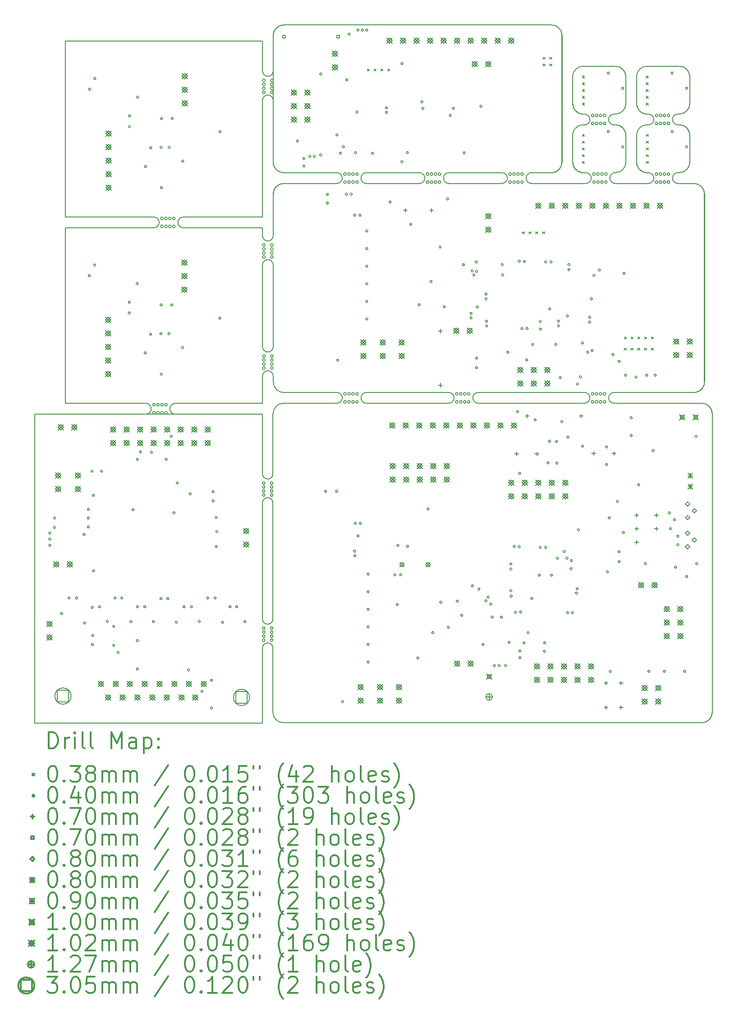
<source format=gbr>
%FSLAX45Y45*%
G04 Gerber Fmt 4.5, Leading zero omitted, Abs format (unit mm)*
G04 Created by KiCad (PCBNEW (2015-08-05 BZR 6055, Git fa29c62)-product) date 20/04/2016 17:38:01*
%MOMM*%
G01*
G04 APERTURE LIST*
%ADD10C,0.127000*%
%ADD11C,0.150000*%
%ADD12C,0.200000*%
%ADD13C,0.300000*%
G04 APERTURE END LIST*
D10*
D11*
X18197500Y-2622500D02*
X14500000Y-2622500D01*
X18197500Y-3177500D02*
X18197500Y-2622500D01*
X18197500Y-5922500D02*
X16710000Y-5922500D01*
X18197500Y-3732500D02*
X18197500Y-5922500D01*
X18197500Y-6272500D02*
X18197500Y-6122500D01*
X16710000Y-6122500D02*
X18197500Y-6122500D01*
X14500000Y-5922500D02*
X16157500Y-5922500D01*
X16157500Y-6122500D02*
X14497500Y-6122500D01*
X18397500Y-6270000D02*
X18397500Y-5490000D01*
X18397500Y-6822500D02*
X18397500Y-8355000D01*
X18197500Y-8355000D02*
X18197500Y-6822500D01*
X18197500Y-8907500D02*
X18197500Y-9420000D01*
X18400000Y-9017500D02*
X18400000Y-8910000D01*
X16007500Y-9420000D02*
X14497500Y-9420000D01*
X16837500Y-9420000D02*
X16557500Y-9420000D01*
X18197500Y-9420000D02*
X16837500Y-9420000D01*
X18596000Y-5290100D02*
G75*
G03X18396000Y-5490100I0J-200000D01*
G01*
X18195000Y-9620000D02*
X18195000Y-10740000D01*
X18395000Y-10737500D02*
X18395000Y-9612500D01*
X18195000Y-11290000D02*
X18195000Y-13465000D01*
X18395000Y-13465000D02*
X18395000Y-11287500D01*
X18195000Y-15417500D02*
X18195000Y-14012500D01*
X18395000Y-14012500D02*
X18395000Y-15215000D01*
X13922500Y-15417500D02*
X13922500Y-9620000D01*
X18195000Y-15417500D02*
X13922500Y-15417500D01*
X18195000Y-9620000D02*
X13922500Y-9620000D01*
X18297600Y-6721500D02*
G75*
G03X18197600Y-6821500I0J-100000D01*
G01*
X18397600Y-6821500D02*
G75*
G03X18297600Y-6721500I-100000J0D01*
G01*
X18247600Y-6671500D02*
G75*
G03X18247600Y-6671500I-25000J0D01*
G01*
X18247600Y-6596500D02*
G75*
G03X18247600Y-6596500I-25000J0D01*
G01*
X18247600Y-6521500D02*
G75*
G03X18247600Y-6521500I-25000J0D01*
G01*
X18247600Y-6446500D02*
G75*
G03X18247600Y-6446500I-25000J0D01*
G01*
X18397600Y-6671500D02*
G75*
G03X18397600Y-6671500I-25000J0D01*
G01*
X18397600Y-6596500D02*
G75*
G03X18397600Y-6596500I-25000J0D01*
G01*
X18397600Y-6521500D02*
G75*
G03X18397600Y-6521500I-25000J0D01*
G01*
X18397600Y-6446500D02*
G75*
G03X18397600Y-6446500I-25000J0D01*
G01*
X18197600Y-6271500D02*
G75*
G03X18297600Y-6371500I100000J0D01*
G01*
X18297600Y-6371500D02*
G75*
G03X18397600Y-6271500I0J100000D01*
G01*
X18297600Y-8456500D02*
G75*
G03X18397600Y-8356500I0J100000D01*
G01*
X18197600Y-8356500D02*
G75*
G03X18297600Y-8456500I100000J0D01*
G01*
X18397600Y-8531500D02*
G75*
G03X18397600Y-8531500I-25000J0D01*
G01*
X18397600Y-8606500D02*
G75*
G03X18397600Y-8606500I-25000J0D01*
G01*
X18397600Y-8681500D02*
G75*
G03X18397600Y-8681500I-25000J0D01*
G01*
X18397600Y-8756500D02*
G75*
G03X18397600Y-8756500I-25000J0D01*
G01*
X18247600Y-8531500D02*
G75*
G03X18247600Y-8531500I-25000J0D01*
G01*
X18247600Y-8606500D02*
G75*
G03X18247600Y-8606500I-25000J0D01*
G01*
X18247600Y-8681500D02*
G75*
G03X18247600Y-8681500I-25000J0D01*
G01*
X18247600Y-8756500D02*
G75*
G03X18247600Y-8756500I-25000J0D01*
G01*
X18397600Y-8906500D02*
G75*
G03X18297600Y-8806500I-100000J0D01*
G01*
X18297600Y-8806500D02*
G75*
G03X18197600Y-8906500I0J-100000D01*
G01*
X18297600Y-3631500D02*
G75*
G03X18197600Y-3731500I0J-100000D01*
G01*
X18397600Y-3731500D02*
G75*
G03X18297600Y-3631500I-100000J0D01*
G01*
X18247600Y-3581500D02*
G75*
G03X18247600Y-3581500I-25000J0D01*
G01*
X18247600Y-3506500D02*
G75*
G03X18247600Y-3506500I-25000J0D01*
G01*
X18247600Y-3431500D02*
G75*
G03X18247600Y-3431500I-25000J0D01*
G01*
X18247600Y-3356500D02*
G75*
G03X18247600Y-3356500I-25000J0D01*
G01*
X18397600Y-3581500D02*
G75*
G03X18397600Y-3581500I-25000J0D01*
G01*
X18397600Y-3506500D02*
G75*
G03X18397600Y-3506500I-25000J0D01*
G01*
X18397600Y-3431500D02*
G75*
G03X18397600Y-3431500I-25000J0D01*
G01*
X18397600Y-3356500D02*
G75*
G03X18397600Y-3356500I-25000J0D01*
G01*
X18197600Y-3181500D02*
G75*
G03X18297600Y-3281500I100000J0D01*
G01*
X18297600Y-3281500D02*
G75*
G03X18397600Y-3181500I0J100000D01*
G01*
X18295100Y-11189000D02*
G75*
G03X18195100Y-11289000I0J-100000D01*
G01*
X18395100Y-11289000D02*
G75*
G03X18295100Y-11189000I-100000J0D01*
G01*
X18245100Y-11139000D02*
G75*
G03X18245100Y-11139000I-25000J0D01*
G01*
X18245100Y-11064000D02*
G75*
G03X18245100Y-11064000I-25000J0D01*
G01*
X18245100Y-10989000D02*
G75*
G03X18245100Y-10989000I-25000J0D01*
G01*
X18245100Y-10914000D02*
G75*
G03X18245100Y-10914000I-25000J0D01*
G01*
X18395100Y-11139000D02*
G75*
G03X18395100Y-11139000I-25000J0D01*
G01*
X18395100Y-11064000D02*
G75*
G03X18395100Y-11064000I-25000J0D01*
G01*
X18395100Y-10989000D02*
G75*
G03X18395100Y-10989000I-25000J0D01*
G01*
X18395100Y-10914000D02*
G75*
G03X18395100Y-10914000I-25000J0D01*
G01*
X18195100Y-10739000D02*
G75*
G03X18295100Y-10839000I100000J0D01*
G01*
X18295100Y-10839000D02*
G75*
G03X18395100Y-10739000I0J100000D01*
G01*
X18295100Y-13564000D02*
G75*
G03X18395100Y-13464000I0J100000D01*
G01*
X18195100Y-13464000D02*
G75*
G03X18295100Y-13564000I100000J0D01*
G01*
X18395100Y-13639000D02*
G75*
G03X18395100Y-13639000I-25000J0D01*
G01*
X18395100Y-13714000D02*
G75*
G03X18395100Y-13714000I-25000J0D01*
G01*
X18395100Y-13789000D02*
G75*
G03X18395100Y-13789000I-25000J0D01*
G01*
X18395100Y-13864000D02*
G75*
G03X18395100Y-13864000I-25000J0D01*
G01*
X18245100Y-13639000D02*
G75*
G03X18245100Y-13639000I-25000J0D01*
G01*
X18245100Y-13714000D02*
G75*
G03X18245100Y-13714000I-25000J0D01*
G01*
X18245100Y-13789000D02*
G75*
G03X18245100Y-13789000I-25000J0D01*
G01*
X18245100Y-13864000D02*
G75*
G03X18245100Y-13864000I-25000J0D01*
G01*
X18395100Y-14014000D02*
G75*
G03X18295100Y-13914000I-100000J0D01*
G01*
X18295100Y-13914000D02*
G75*
G03X18195100Y-14014000I0J-100000D01*
G01*
X16258500Y-6022600D02*
G75*
G03X16158500Y-5922600I-100000J0D01*
G01*
X16158500Y-6122600D02*
G75*
G03X16258500Y-6022600I0J100000D01*
G01*
X16333500Y-5947600D02*
G75*
G03X16333500Y-5947600I-25000J0D01*
G01*
X16408500Y-5947600D02*
G75*
G03X16408500Y-5947600I-25000J0D01*
G01*
X16483500Y-5947600D02*
G75*
G03X16483500Y-5947600I-25000J0D01*
G01*
X16558500Y-5947600D02*
G75*
G03X16558500Y-5947600I-25000J0D01*
G01*
X16333500Y-6097600D02*
G75*
G03X16333500Y-6097600I-25000J0D01*
G01*
X16408500Y-6097600D02*
G75*
G03X16408500Y-6097600I-25000J0D01*
G01*
X16483500Y-6097600D02*
G75*
G03X16483500Y-6097600I-25000J0D01*
G01*
X16558500Y-6097600D02*
G75*
G03X16558500Y-6097600I-25000J0D01*
G01*
X16708500Y-5922600D02*
G75*
G03X16608500Y-6022600I0J-100000D01*
G01*
X16608500Y-6022600D02*
G75*
G03X16708500Y-6122600I100000J0D01*
G01*
X16458500Y-9520100D02*
G75*
G03X16558500Y-9620100I100000J0D01*
G01*
X16558500Y-9420100D02*
G75*
G03X16458500Y-9520100I0J-100000D01*
G01*
X16408500Y-9595100D02*
G75*
G03X16408500Y-9595100I-25000J0D01*
G01*
X16333500Y-9595100D02*
G75*
G03X16333500Y-9595100I-25000J0D01*
G01*
X16258500Y-9595100D02*
G75*
G03X16258500Y-9595100I-25000J0D01*
G01*
X16183500Y-9595100D02*
G75*
G03X16183500Y-9595100I-25000J0D01*
G01*
X16408500Y-9445100D02*
G75*
G03X16408500Y-9445100I-25000J0D01*
G01*
X16333500Y-9445100D02*
G75*
G03X16333500Y-9445100I-25000J0D01*
G01*
X16258500Y-9445100D02*
G75*
G03X16258500Y-9445100I-25000J0D01*
G01*
X16183500Y-9445100D02*
G75*
G03X16183500Y-9445100I-25000J0D01*
G01*
X16008500Y-9620100D02*
G75*
G03X16108500Y-9520100I0J100000D01*
G01*
X16108500Y-9520100D02*
G75*
G03X16008500Y-9420100I-100000J0D01*
G01*
X23246000Y-9415100D02*
X24246000Y-9415100D01*
X24246000Y-9215100D02*
X23246000Y-9215100D01*
X21146000Y-9415100D02*
X21696000Y-9415100D01*
X21696000Y-9215100D02*
X21146000Y-9215100D01*
X25421000Y-3090100D02*
X25446000Y-3090100D01*
X25421000Y-3090100D02*
G75*
G03X25221000Y-3290100I0J-200000D01*
G01*
X25446000Y-4190100D02*
X25421000Y-4190100D01*
X25421000Y-4190100D02*
G75*
G03X25221000Y-4390100I0J-200000D01*
G01*
X24196000Y-4190100D02*
X24246000Y-4190100D01*
X24196000Y-4190100D02*
G75*
G03X24021000Y-4415100I25000J-200000D01*
G01*
X24246000Y-3090100D02*
X24221000Y-3090100D01*
X24221000Y-3090100D02*
G75*
G03X24021000Y-3290100I0J-200000D01*
G01*
X24246000Y-3990100D02*
X24196000Y-3990100D01*
X24796000Y-4190100D02*
X24821000Y-4190100D01*
X24796000Y-3990100D02*
X24821000Y-3990100D01*
X25446000Y-3990100D02*
X25396000Y-3990100D01*
X26021000Y-3990100D02*
X25996000Y-3990100D01*
X26021000Y-4190100D02*
X25996000Y-4190100D01*
X25396000Y-5090100D02*
X25446000Y-5090100D01*
X25446000Y-5290100D02*
X24821000Y-5290100D01*
X25996000Y-5090100D02*
X26021000Y-5090100D01*
X26296000Y-5290100D02*
X25996000Y-5290100D01*
X24196000Y-5090100D02*
X24271000Y-5090100D01*
X23246000Y-5290100D02*
X23271000Y-5290100D01*
X23246000Y-5090100D02*
X23621000Y-5090100D01*
X25796000Y-9415100D02*
X26321000Y-9415100D01*
X26321000Y-9215100D02*
X25796000Y-9215100D01*
X26446000Y-9415100D02*
X26321000Y-9415100D01*
X24721000Y-5190100D02*
G75*
G03X24821000Y-5290100I100000J0D01*
G01*
X24821000Y-5090100D02*
G75*
G03X24721000Y-5190100I0J-100000D01*
G01*
X24671000Y-5265100D02*
G75*
G03X24671000Y-5265100I-25000J0D01*
G01*
X24596000Y-5265100D02*
G75*
G03X24596000Y-5265100I-25000J0D01*
G01*
X24521000Y-5265100D02*
G75*
G03X24521000Y-5265100I-25000J0D01*
G01*
X24446000Y-5265100D02*
G75*
G03X24446000Y-5265100I-25000J0D01*
G01*
X24671000Y-5115100D02*
G75*
G03X24671000Y-5115100I-25000J0D01*
G01*
X24596000Y-5115100D02*
G75*
G03X24596000Y-5115100I-25000J0D01*
G01*
X24521000Y-5115100D02*
G75*
G03X24521000Y-5115100I-25000J0D01*
G01*
X24446000Y-5115100D02*
G75*
G03X24446000Y-5115100I-25000J0D01*
G01*
X24271000Y-5290100D02*
G75*
G03X24371000Y-5190100I0J100000D01*
G01*
X24371000Y-5190100D02*
G75*
G03X24271000Y-5090100I-100000J0D01*
G01*
X24271000Y-5290100D02*
X23271000Y-5290100D01*
X25546000Y-4090100D02*
G75*
G03X25446000Y-3990100I-100000J0D01*
G01*
X25446000Y-4190100D02*
G75*
G03X25546000Y-4090100I0J100000D01*
G01*
X25621000Y-4015100D02*
G75*
G03X25621000Y-4015100I-25000J0D01*
G01*
X25696000Y-4015100D02*
G75*
G03X25696000Y-4015100I-25000J0D01*
G01*
X25771000Y-4015100D02*
G75*
G03X25771000Y-4015100I-25000J0D01*
G01*
X25846000Y-4015100D02*
G75*
G03X25846000Y-4015100I-25000J0D01*
G01*
X25621000Y-4165100D02*
G75*
G03X25621000Y-4165100I-25000J0D01*
G01*
X25696000Y-4165100D02*
G75*
G03X25696000Y-4165100I-25000J0D01*
G01*
X25771000Y-4165100D02*
G75*
G03X25771000Y-4165100I-25000J0D01*
G01*
X25846000Y-4165100D02*
G75*
G03X25846000Y-4165100I-25000J0D01*
G01*
X25996000Y-3990100D02*
G75*
G03X25896000Y-4090100I0J-100000D01*
G01*
X25896000Y-4090100D02*
G75*
G03X25996000Y-4190100I100000J0D01*
G01*
X25896000Y-5190100D02*
G75*
G03X25996000Y-5290100I100000J0D01*
G01*
X25996000Y-5090100D02*
G75*
G03X25896000Y-5190100I0J-100000D01*
G01*
X25846000Y-5265100D02*
G75*
G03X25846000Y-5265100I-25000J0D01*
G01*
X25771000Y-5265100D02*
G75*
G03X25771000Y-5265100I-25000J0D01*
G01*
X25696000Y-5265100D02*
G75*
G03X25696000Y-5265100I-25000J0D01*
G01*
X25621000Y-5265100D02*
G75*
G03X25621000Y-5265100I-25000J0D01*
G01*
X25846000Y-5115100D02*
G75*
G03X25846000Y-5115100I-25000J0D01*
G01*
X25771000Y-5115100D02*
G75*
G03X25771000Y-5115100I-25000J0D01*
G01*
X25696000Y-5115100D02*
G75*
G03X25696000Y-5115100I-25000J0D01*
G01*
X25621000Y-5115100D02*
G75*
G03X25621000Y-5115100I-25000J0D01*
G01*
X25446000Y-5290100D02*
G75*
G03X25546000Y-5190100I0J100000D01*
G01*
X25546000Y-5190100D02*
G75*
G03X25446000Y-5090100I-100000J0D01*
G01*
X25796000Y-9415100D02*
X24796000Y-9415100D01*
X24796000Y-9215100D02*
X25796000Y-9215100D01*
X22246000Y-9215100D02*
X23246000Y-9215100D01*
X23246000Y-9415100D02*
X22246000Y-9415100D01*
X24346000Y-9315100D02*
G75*
G03X24246000Y-9215100I-100000J0D01*
G01*
X24246000Y-9415100D02*
G75*
G03X24346000Y-9315100I0J100000D01*
G01*
X24421000Y-9240100D02*
G75*
G03X24421000Y-9240100I-25000J0D01*
G01*
X24496000Y-9240100D02*
G75*
G03X24496000Y-9240100I-25000J0D01*
G01*
X24571000Y-9240100D02*
G75*
G03X24571000Y-9240100I-25000J0D01*
G01*
X24646000Y-9240100D02*
G75*
G03X24646000Y-9240100I-25000J0D01*
G01*
X24421000Y-9390100D02*
G75*
G03X24421000Y-9390100I-25000J0D01*
G01*
X24496000Y-9390100D02*
G75*
G03X24496000Y-9390100I-25000J0D01*
G01*
X24571000Y-9390100D02*
G75*
G03X24571000Y-9390100I-25000J0D01*
G01*
X24646000Y-9390100D02*
G75*
G03X24646000Y-9390100I-25000J0D01*
G01*
X24796000Y-9215100D02*
G75*
G03X24696000Y-9315100I0J-100000D01*
G01*
X24696000Y-9315100D02*
G75*
G03X24796000Y-9415100I100000J0D01*
G01*
X22146000Y-9315100D02*
G75*
G03X22246000Y-9415100I100000J0D01*
G01*
X22246000Y-9215100D02*
G75*
G03X22146000Y-9315100I0J-100000D01*
G01*
X22096000Y-9390100D02*
G75*
G03X22096000Y-9390100I-25000J0D01*
G01*
X22021000Y-9390100D02*
G75*
G03X22021000Y-9390100I-25000J0D01*
G01*
X21946000Y-9390100D02*
G75*
G03X21946000Y-9390100I-25000J0D01*
G01*
X21871000Y-9390100D02*
G75*
G03X21871000Y-9390100I-25000J0D01*
G01*
X22096000Y-9240100D02*
G75*
G03X22096000Y-9240100I-25000J0D01*
G01*
X22021000Y-9240100D02*
G75*
G03X22021000Y-9240100I-25000J0D01*
G01*
X21946000Y-9240100D02*
G75*
G03X21946000Y-9240100I-25000J0D01*
G01*
X21871000Y-9240100D02*
G75*
G03X21871000Y-9240100I-25000J0D01*
G01*
X21696000Y-9415100D02*
G75*
G03X21796000Y-9315100I0J100000D01*
G01*
X21796000Y-9315100D02*
G75*
G03X21696000Y-9215100I-100000J0D01*
G01*
X21696000Y-9415100D02*
X20696000Y-9415100D01*
X20696000Y-9215100D02*
X21696000Y-9215100D01*
X18596000Y-9215100D02*
X19596000Y-9215100D01*
X19596000Y-9415100D02*
X18596000Y-9415100D01*
X19696000Y-9315100D02*
G75*
G03X19596000Y-9215100I-100000J0D01*
G01*
X19596000Y-9415100D02*
G75*
G03X19696000Y-9315100I0J100000D01*
G01*
X19771000Y-9240100D02*
G75*
G03X19771000Y-9240100I-25000J0D01*
G01*
X19846000Y-9240100D02*
G75*
G03X19846000Y-9240100I-25000J0D01*
G01*
X19921000Y-9240100D02*
G75*
G03X19921000Y-9240100I-25000J0D01*
G01*
X19996000Y-9240100D02*
G75*
G03X19996000Y-9240100I-25000J0D01*
G01*
X19771000Y-9390100D02*
G75*
G03X19771000Y-9390100I-25000J0D01*
G01*
X19846000Y-9390100D02*
G75*
G03X19846000Y-9390100I-25000J0D01*
G01*
X19921000Y-9390100D02*
G75*
G03X19921000Y-9390100I-25000J0D01*
G01*
X19996000Y-9390100D02*
G75*
G03X19996000Y-9390100I-25000J0D01*
G01*
X20146000Y-9215100D02*
G75*
G03X20046000Y-9315100I0J-100000D01*
G01*
X20046000Y-9315100D02*
G75*
G03X20146000Y-9415100I100000J0D01*
G01*
X21146000Y-9415100D02*
X20146000Y-9415100D01*
X20146000Y-9215100D02*
X21146000Y-9215100D01*
X20146000Y-5090100D02*
X21146000Y-5090100D01*
X21146000Y-5290100D02*
X20146000Y-5290100D01*
X21246000Y-5190100D02*
G75*
G03X21146000Y-5090100I-100000J0D01*
G01*
X21146000Y-5290100D02*
G75*
G03X21246000Y-5190100I0J100000D01*
G01*
X21321000Y-5115100D02*
G75*
G03X21321000Y-5115100I-25000J0D01*
G01*
X21396000Y-5115100D02*
G75*
G03X21396000Y-5115100I-25000J0D01*
G01*
X21471000Y-5115100D02*
G75*
G03X21471000Y-5115100I-25000J0D01*
G01*
X21546000Y-5115100D02*
G75*
G03X21546000Y-5115100I-25000J0D01*
G01*
X21321000Y-5265100D02*
G75*
G03X21321000Y-5265100I-25000J0D01*
G01*
X21396000Y-5265100D02*
G75*
G03X21396000Y-5265100I-25000J0D01*
G01*
X21471000Y-5265100D02*
G75*
G03X21471000Y-5265100I-25000J0D01*
G01*
X21546000Y-5265100D02*
G75*
G03X21546000Y-5265100I-25000J0D01*
G01*
X21696000Y-5090100D02*
G75*
G03X21596000Y-5190100I0J-100000D01*
G01*
X21596000Y-5190100D02*
G75*
G03X21696000Y-5290100I100000J0D01*
G01*
X20046000Y-5190100D02*
G75*
G03X20146000Y-5290100I100000J0D01*
G01*
X20146000Y-5090100D02*
G75*
G03X20046000Y-5190100I0J-100000D01*
G01*
X19996000Y-5265100D02*
G75*
G03X19996000Y-5265100I-25000J0D01*
G01*
X19921000Y-5265100D02*
G75*
G03X19921000Y-5265100I-25000J0D01*
G01*
X19846000Y-5265100D02*
G75*
G03X19846000Y-5265100I-25000J0D01*
G01*
X19771000Y-5265100D02*
G75*
G03X19771000Y-5265100I-25000J0D01*
G01*
X19996000Y-5115100D02*
G75*
G03X19996000Y-5115100I-25000J0D01*
G01*
X19921000Y-5115100D02*
G75*
G03X19921000Y-5115100I-25000J0D01*
G01*
X19846000Y-5115100D02*
G75*
G03X19846000Y-5115100I-25000J0D01*
G01*
X19771000Y-5115100D02*
G75*
G03X19771000Y-5115100I-25000J0D01*
G01*
X19596000Y-5290100D02*
G75*
G03X19696000Y-5190100I0J100000D01*
G01*
X19696000Y-5190100D02*
G75*
G03X19596000Y-5090100I-100000J0D01*
G01*
X19596000Y-5290100D02*
X18596000Y-5290100D01*
X18596000Y-5090100D02*
X19596000Y-5090100D01*
X21696000Y-5090100D02*
X22696000Y-5090100D01*
X22696000Y-5290100D02*
X21696000Y-5290100D01*
X22796000Y-5190100D02*
G75*
G03X22696000Y-5090100I-100000J0D01*
G01*
X22696000Y-5290100D02*
G75*
G03X22796000Y-5190100I0J100000D01*
G01*
X22871000Y-5115100D02*
G75*
G03X22871000Y-5115100I-25000J0D01*
G01*
X22946000Y-5115100D02*
G75*
G03X22946000Y-5115100I-25000J0D01*
G01*
X23021000Y-5115100D02*
G75*
G03X23021000Y-5115100I-25000J0D01*
G01*
X23096000Y-5115100D02*
G75*
G03X23096000Y-5115100I-25000J0D01*
G01*
X22871000Y-5265100D02*
G75*
G03X22871000Y-5265100I-25000J0D01*
G01*
X22946000Y-5265100D02*
G75*
G03X22946000Y-5265100I-25000J0D01*
G01*
X23021000Y-5265100D02*
G75*
G03X23021000Y-5265100I-25000J0D01*
G01*
X23096000Y-5265100D02*
G75*
G03X23096000Y-5265100I-25000J0D01*
G01*
X23246000Y-5090100D02*
G75*
G03X23146000Y-5190100I0J-100000D01*
G01*
X23146000Y-5190100D02*
G75*
G03X23246000Y-5290100I100000J0D01*
G01*
X24696000Y-4090100D02*
G75*
G03X24796000Y-4190100I100000J0D01*
G01*
X24796000Y-3990100D02*
G75*
G03X24696000Y-4090100I0J-100000D01*
G01*
X24646000Y-4165100D02*
G75*
G03X24646000Y-4165100I-25000J0D01*
G01*
X24571000Y-4165100D02*
G75*
G03X24571000Y-4165100I-25000J0D01*
G01*
X24496000Y-4165100D02*
G75*
G03X24496000Y-4165100I-25000J0D01*
G01*
X24421000Y-4165100D02*
G75*
G03X24421000Y-4165100I-25000J0D01*
G01*
X24646000Y-4015100D02*
G75*
G03X24646000Y-4015100I-25000J0D01*
G01*
X24571000Y-4015100D02*
G75*
G03X24571000Y-4015100I-25000J0D01*
G01*
X24496000Y-4015100D02*
G75*
G03X24496000Y-4015100I-25000J0D01*
G01*
X24421000Y-4015100D02*
G75*
G03X24421000Y-4015100I-25000J0D01*
G01*
X24246000Y-4190100D02*
G75*
G03X24346000Y-4090100I0J100000D01*
G01*
X24346000Y-4090100D02*
G75*
G03X24246000Y-3990100I-100000J0D01*
G01*
X26646000Y-9615100D02*
X26646000Y-15215100D01*
X26446000Y-15415100D02*
X18596000Y-15415100D01*
X26446000Y-15415100D02*
G75*
G03X26646000Y-15215100I0J200000D01*
G01*
X26646000Y-9615100D02*
G75*
G03X26446000Y-9415100I-200000J0D01*
G01*
X18596000Y-9415100D02*
G75*
G03X18396000Y-9615100I0J-200000D01*
G01*
X23821000Y-2515100D02*
X23821000Y-4890100D01*
X18596000Y-2315100D02*
X23621000Y-2315100D01*
X18396000Y-4890100D02*
X18396000Y-2515100D01*
X23621000Y-5090100D02*
G75*
G03X23821000Y-4890100I0J200000D01*
G01*
X18396000Y-4890100D02*
G75*
G03X18596000Y-5090100I200000J0D01*
G01*
X18596000Y-2315100D02*
G75*
G03X18396000Y-2515100I0J-200000D01*
G01*
X23821000Y-2515100D02*
G75*
G03X23621000Y-2315100I-200000J0D01*
G01*
X26496000Y-8990100D02*
X26496000Y-5490100D01*
X26496000Y-5490100D02*
G75*
G03X26296000Y-5290100I-200000J0D01*
G01*
X26321000Y-9215100D02*
G75*
G03X26496000Y-8990100I-25000J200000D01*
G01*
X24021000Y-4365100D02*
X24021000Y-4865100D01*
X25021000Y-4890100D02*
X25021000Y-4390100D01*
X25021000Y-4390100D02*
G75*
G03X24821000Y-4190100I-200000J0D01*
G01*
X24821000Y-5090100D02*
G75*
G03X25021000Y-4890100I0J200000D01*
G01*
X24021000Y-4865100D02*
G75*
G03X24196000Y-5090100I200000J-25000D01*
G01*
X25221000Y-4365100D02*
X25221000Y-4865100D01*
X26221000Y-4890100D02*
X26221000Y-4390100D01*
X26221000Y-4390100D02*
G75*
G03X26021000Y-4190100I-200000J0D01*
G01*
X26021000Y-5090100D02*
G75*
G03X26221000Y-4890100I0J200000D01*
G01*
X25221000Y-4865100D02*
G75*
G03X25396000Y-5090100I200000J-25000D01*
G01*
X24021000Y-3265100D02*
X24021000Y-3765100D01*
X24821000Y-3090100D02*
X24246000Y-3090100D01*
X25021000Y-3790100D02*
X25021000Y-3290100D01*
X25021000Y-3290100D02*
G75*
G03X24821000Y-3090100I-200000J0D01*
G01*
X24821000Y-3990100D02*
G75*
G03X25021000Y-3790100I0J200000D01*
G01*
X24021000Y-3765100D02*
G75*
G03X24196000Y-3990100I200000J-25000D01*
G01*
X25221000Y-3265100D02*
X25221000Y-3765100D01*
X26021000Y-3090100D02*
X25446000Y-3090100D01*
X26221000Y-3790100D02*
X26221000Y-3290100D01*
X26221000Y-3290100D02*
G75*
G03X26021000Y-3090100I-200000J0D01*
G01*
X26021000Y-3990100D02*
G75*
G03X26221000Y-3790100I0J200000D01*
G01*
X25221000Y-3765100D02*
G75*
G03X25396000Y-3990100I200000J-25000D01*
G01*
X26642800Y-9614950D02*
X26642800Y-15214950D01*
X26442800Y-15414950D02*
X18592800Y-15414950D01*
X26442800Y-15414950D02*
G75*
G03X26642800Y-15214950I0J200000D01*
G01*
X26642800Y-9614950D02*
G75*
G03X26442800Y-9414950I-200000J0D01*
G01*
X18392800Y-15214950D02*
G75*
G03X18592800Y-15414950I200000J0D01*
G01*
X26499700Y-8991400D02*
X26499700Y-5491400D01*
X26499700Y-5491400D02*
G75*
G03X26299700Y-5291400I-200000J0D01*
G01*
X26324700Y-9216400D02*
G75*
G03X26499700Y-8991400I-25000J200000D01*
G01*
X18399700Y-9016400D02*
G75*
G03X18599700Y-9216400I200000J0D01*
G01*
X18599700Y-5291400D02*
G75*
G03X18399700Y-5491400I0J-200000D01*
G01*
X23823900Y-2516500D02*
X23823900Y-4891500D01*
X18598900Y-2316500D02*
X23623900Y-2316500D01*
X18398900Y-4891500D02*
X18398900Y-2516500D01*
X23623900Y-5091500D02*
G75*
G03X23823900Y-4891500I0J200000D01*
G01*
X18398900Y-4891500D02*
G75*
G03X18598900Y-5091500I200000J0D01*
G01*
X18598900Y-2316500D02*
G75*
G03X18398900Y-2516500I0J-200000D01*
G01*
X23823900Y-2516500D02*
G75*
G03X23623900Y-2316500I-200000J0D01*
G01*
X24023350Y-4363150D02*
X24023350Y-4863150D01*
X25023350Y-4888150D02*
X25023350Y-4388150D01*
X25023350Y-4388150D02*
G75*
G03X24823350Y-4188150I-200000J0D01*
G01*
X24823350Y-5088150D02*
G75*
G03X25023350Y-4888150I0J200000D01*
G01*
X24023350Y-4863150D02*
G75*
G03X24198350Y-5088150I200000J-25000D01*
G01*
X25223500Y-3264600D02*
X25223500Y-3764600D01*
X26023500Y-3089600D02*
X25448500Y-3089600D01*
X26223500Y-3789600D02*
X26223500Y-3289600D01*
X26223500Y-3289600D02*
G75*
G03X26023500Y-3089600I-200000J0D01*
G01*
X26023500Y-3989600D02*
G75*
G03X26223500Y-3789600I0J200000D01*
G01*
X25223500Y-3764600D02*
G75*
G03X25398500Y-3989600I200000J-25000D01*
G01*
X25223500Y-4363150D02*
X25223500Y-4863150D01*
X26223500Y-4888150D02*
X26223500Y-4388150D01*
X26223500Y-4388150D02*
G75*
G03X26023500Y-4188150I-200000J0D01*
G01*
X26023500Y-5088150D02*
G75*
G03X26223500Y-4888150I0J200000D01*
G01*
X25223500Y-4863150D02*
G75*
G03X25398500Y-5088150I200000J-25000D01*
G01*
X24023350Y-3264600D02*
X24023350Y-3764600D01*
X24823350Y-3089600D02*
X24248350Y-3089600D01*
X25023350Y-3789600D02*
X25023350Y-3289600D01*
X25023350Y-3289600D02*
G75*
G03X24823350Y-3089600I-200000J0D01*
G01*
X24823350Y-3989600D02*
G75*
G03X25023350Y-3789600I0J200000D01*
G01*
X24023350Y-3764600D02*
G75*
G03X24198350Y-3989600I200000J-25000D01*
G01*
X26642800Y-9614950D02*
X26642800Y-15214950D01*
X26442800Y-15414950D02*
X18592800Y-15414950D01*
X26442800Y-15414950D02*
G75*
G03X26642800Y-15214950I0J200000D01*
G01*
X26642800Y-9614950D02*
G75*
G03X26442800Y-9414950I-200000J0D01*
G01*
X18392800Y-15214950D02*
G75*
G03X18592800Y-15414950I200000J0D01*
G01*
X14496250Y-6121250D02*
X14496250Y-9421250D01*
X14500000Y-2622500D02*
X14500000Y-5922500D01*
D12*
X20167600Y-3143250D02*
X20205700Y-3181350D01*
X20205700Y-3143250D02*
X20167600Y-3181350D01*
X20294600Y-3143250D02*
X20332700Y-3181350D01*
X20332700Y-3143250D02*
X20294600Y-3181350D01*
X20421600Y-3143250D02*
X20459700Y-3181350D01*
X20459700Y-3143250D02*
X20421600Y-3181350D01*
X20548600Y-3143250D02*
X20586700Y-3181350D01*
X20586700Y-3143250D02*
X20548600Y-3181350D01*
X23075900Y-6197600D02*
X23114000Y-6235700D01*
X23114000Y-6197600D02*
X23075900Y-6235700D01*
X23202900Y-6197600D02*
X23241000Y-6235700D01*
X23241000Y-6197600D02*
X23202900Y-6235700D01*
X23329900Y-6197600D02*
X23368000Y-6235700D01*
X23368000Y-6197600D02*
X23329900Y-6235700D01*
X23456900Y-6197600D02*
X23495000Y-6235700D01*
X23495000Y-6197600D02*
X23456900Y-6235700D01*
X23463250Y-2921000D02*
X23501350Y-2959100D01*
X23501350Y-2921000D02*
X23463250Y-2959100D01*
X23463250Y-3048000D02*
X23501350Y-3086100D01*
X23501350Y-3048000D02*
X23463250Y-3086100D01*
X23590250Y-2921000D02*
X23628350Y-2959100D01*
X23628350Y-2921000D02*
X23590250Y-2959100D01*
X23590250Y-3048000D02*
X23628350Y-3086100D01*
X23628350Y-3048000D02*
X23590250Y-3086100D01*
X24203500Y-3272000D02*
X24241600Y-3310100D01*
X24241600Y-3272000D02*
X24203500Y-3310100D01*
X24203500Y-3399000D02*
X24241600Y-3437100D01*
X24241600Y-3399000D02*
X24203500Y-3437100D01*
X24203500Y-3526000D02*
X24241600Y-3564100D01*
X24241600Y-3526000D02*
X24203500Y-3564100D01*
X24203500Y-3653000D02*
X24241600Y-3691100D01*
X24241600Y-3653000D02*
X24203500Y-3691100D01*
X24203500Y-3780000D02*
X24241600Y-3818100D01*
X24241600Y-3780000D02*
X24203500Y-3818100D01*
X24203500Y-4370550D02*
X24241600Y-4408650D01*
X24241600Y-4370550D02*
X24203500Y-4408650D01*
X24203500Y-4497550D02*
X24241600Y-4535650D01*
X24241600Y-4497550D02*
X24203500Y-4535650D01*
X24203500Y-4624550D02*
X24241600Y-4662650D01*
X24241600Y-4624550D02*
X24203500Y-4662650D01*
X24203500Y-4751550D02*
X24241600Y-4789650D01*
X24241600Y-4751550D02*
X24203500Y-4789650D01*
X24203500Y-4878550D02*
X24241600Y-4916650D01*
X24241600Y-4878550D02*
X24203500Y-4916650D01*
X24987250Y-8382000D02*
X25025350Y-8420100D01*
X25025350Y-8382000D02*
X24987250Y-8420100D01*
X24993600Y-8172450D02*
X25031700Y-8210550D01*
X25031700Y-8172450D02*
X24993600Y-8210550D01*
X25114250Y-8382000D02*
X25152350Y-8420100D01*
X25152350Y-8382000D02*
X25114250Y-8420100D01*
X25120600Y-8172450D02*
X25158700Y-8210550D01*
X25158700Y-8172450D02*
X25120600Y-8210550D01*
X25241250Y-8382000D02*
X25279350Y-8420100D01*
X25279350Y-8382000D02*
X25241250Y-8420100D01*
X25247600Y-8172450D02*
X25285700Y-8210550D01*
X25285700Y-8172450D02*
X25247600Y-8210550D01*
X25368250Y-8382000D02*
X25406350Y-8420100D01*
X25406350Y-8382000D02*
X25368250Y-8420100D01*
X25374600Y-8172450D02*
X25412700Y-8210550D01*
X25412700Y-8172450D02*
X25374600Y-8210550D01*
X25403650Y-3272000D02*
X25441750Y-3310100D01*
X25441750Y-3272000D02*
X25403650Y-3310100D01*
X25403650Y-3399000D02*
X25441750Y-3437100D01*
X25441750Y-3399000D02*
X25403650Y-3437100D01*
X25403650Y-3526000D02*
X25441750Y-3564100D01*
X25441750Y-3526000D02*
X25403650Y-3564100D01*
X25403650Y-3653000D02*
X25441750Y-3691100D01*
X25441750Y-3653000D02*
X25403650Y-3691100D01*
X25403650Y-3780000D02*
X25441750Y-3818100D01*
X25441750Y-3780000D02*
X25403650Y-3818100D01*
X25403650Y-4370550D02*
X25441750Y-4408650D01*
X25441750Y-4370550D02*
X25403650Y-4408650D01*
X25403650Y-4497550D02*
X25441750Y-4535650D01*
X25441750Y-4497550D02*
X25403650Y-4535650D01*
X25403650Y-4624550D02*
X25441750Y-4662650D01*
X25441750Y-4624550D02*
X25403650Y-4662650D01*
X25403650Y-4751550D02*
X25441750Y-4789650D01*
X25441750Y-4751550D02*
X25403650Y-4789650D01*
X25403650Y-4878550D02*
X25441750Y-4916650D01*
X25441750Y-4878550D02*
X25403650Y-4916650D01*
X25495250Y-8382000D02*
X25533350Y-8420100D01*
X25533350Y-8382000D02*
X25495250Y-8420100D01*
X25501600Y-8172450D02*
X25539700Y-8210550D01*
X25539700Y-8172450D02*
X25501600Y-8210550D01*
X14223600Y-11852650D02*
G75*
G03X14223600Y-11852650I-20000J0D01*
G01*
X14223600Y-11966950D02*
G75*
G03X14223600Y-11966950I-20000J0D01*
G01*
X14223600Y-12081250D02*
G75*
G03X14223600Y-12081250I-20000J0D01*
G01*
X14312500Y-11573250D02*
G75*
G03X14312500Y-11573250I-20000J0D01*
G01*
X14312500Y-11751050D02*
G75*
G03X14312500Y-11751050I-20000J0D01*
G01*
X14445850Y-13363950D02*
G75*
G03X14445850Y-13363950I-20000J0D01*
G01*
X14585550Y-13071850D02*
G75*
G03X14585550Y-13071850I-20000J0D01*
G01*
X14725250Y-13071850D02*
G75*
G03X14725250Y-13071850I-20000J0D01*
G01*
X14866250Y-11878750D02*
G75*
G03X14866250Y-11878750I-20000J0D01*
G01*
X14877650Y-13541750D02*
G75*
G03X14877650Y-13541750I-20000J0D01*
G01*
X14946250Y-11408750D02*
G75*
G03X14946250Y-11408750I-20000J0D01*
G01*
X14946250Y-11573750D02*
G75*
G03X14946250Y-11573750I-20000J0D01*
G01*
X14946250Y-11738750D02*
G75*
G03X14946250Y-11738750I-20000J0D01*
G01*
X14966250Y-7021250D02*
G75*
G03X14966250Y-7021250I-20000J0D01*
G01*
X14970000Y-3522500D02*
G75*
G03X14970000Y-3522500I-20000J0D01*
G01*
X15017350Y-10690600D02*
G75*
G03X15017350Y-10690600I-20000J0D01*
G01*
X15020525Y-13246475D02*
G75*
G03X15020525Y-13246475I-20000J0D01*
G01*
X15023700Y-13948150D02*
G75*
G03X15023700Y-13948150I-20000J0D01*
G01*
X15030050Y-13776700D02*
G75*
G03X15030050Y-13776700I-20000J0D01*
G01*
X15041250Y-11143750D02*
G75*
G03X15041250Y-11143750I-20000J0D01*
G01*
X15043750Y-12561250D02*
G75*
G03X15043750Y-12561250I-20000J0D01*
G01*
X15066250Y-6821250D02*
G75*
G03X15066250Y-6821250I-20000J0D01*
G01*
X15070000Y-3322500D02*
G75*
G03X15070000Y-3322500I-20000J0D01*
G01*
X15157050Y-13236950D02*
G75*
G03X15157050Y-13236950I-20000J0D01*
G01*
X15195150Y-10690600D02*
G75*
G03X15195150Y-10690600I-20000J0D01*
G01*
X15303100Y-13510000D02*
G75*
G03X15303100Y-13510000I-20000J0D01*
G01*
X15423750Y-13605250D02*
G75*
G03X15423750Y-13605250I-20000J0D01*
G01*
X15423750Y-13960850D02*
G75*
G03X15423750Y-13960850I-20000J0D01*
G01*
X15449150Y-13071850D02*
G75*
G03X15449150Y-13071850I-20000J0D01*
G01*
X15506300Y-14094200D02*
G75*
G03X15506300Y-14094200I-20000J0D01*
G01*
X15576150Y-13071850D02*
G75*
G03X15576150Y-13071850I-20000J0D01*
G01*
X15716250Y-7521250D02*
G75*
G03X15716250Y-7521250I-20000J0D01*
G01*
X15716250Y-7721250D02*
G75*
G03X15716250Y-7721250I-20000J0D01*
G01*
X15720000Y-4022500D02*
G75*
G03X15720000Y-4022500I-20000J0D01*
G01*
X15720000Y-4222500D02*
G75*
G03X15720000Y-4222500I-20000J0D01*
G01*
X15747600Y-13516350D02*
G75*
G03X15747600Y-13516350I-20000J0D01*
G01*
X15785700Y-11414500D02*
G75*
G03X15785700Y-11414500I-20000J0D01*
G01*
X15866250Y-7171250D02*
G75*
G03X15866250Y-7171250I-20000J0D01*
G01*
X15868250Y-10468350D02*
G75*
G03X15868250Y-10468350I-20000J0D01*
G01*
X15868250Y-13236950D02*
G75*
G03X15868250Y-13236950I-20000J0D01*
G01*
X15868250Y-13871950D02*
G75*
G03X15868250Y-13871950I-20000J0D01*
G01*
X15868250Y-14405350D02*
G75*
G03X15868250Y-14405350I-20000J0D01*
G01*
X15870000Y-3672500D02*
G75*
G03X15870000Y-3672500I-20000J0D01*
G01*
X15925400Y-10328650D02*
G75*
G03X15925400Y-10328650I-20000J0D01*
G01*
X16007950Y-13236950D02*
G75*
G03X16007950Y-13236950I-20000J0D01*
G01*
X16016250Y-8471250D02*
G75*
G03X16016250Y-8471250I-20000J0D01*
G01*
X16020000Y-4972500D02*
G75*
G03X16020000Y-4972500I-20000J0D01*
G01*
X16116250Y-8121250D02*
G75*
G03X16116250Y-8121250I-20000J0D01*
G01*
X16120000Y-4622500D02*
G75*
G03X16120000Y-4622500I-20000J0D01*
G01*
X16134950Y-10335000D02*
G75*
G03X16134950Y-10335000I-20000J0D01*
G01*
X16166700Y-13516350D02*
G75*
G03X16166700Y-13516350I-20000J0D01*
G01*
X16308650Y-8111500D02*
G75*
G03X16308650Y-8111500I-20000J0D01*
G01*
X16312400Y-4612750D02*
G75*
G03X16312400Y-4612750I-20000J0D01*
G01*
X16312750Y-13084550D02*
G75*
G03X16312750Y-13084550I-20000J0D01*
G01*
X16316250Y-7571250D02*
G75*
G03X16316250Y-7571250I-20000J0D01*
G01*
X16316250Y-8871250D02*
G75*
G03X16316250Y-8871250I-20000J0D01*
G01*
X16320000Y-4072500D02*
G75*
G03X16320000Y-4072500I-20000J0D01*
G01*
X16320000Y-5372500D02*
G75*
G03X16320000Y-5372500I-20000J0D01*
G01*
X16408000Y-10468350D02*
G75*
G03X16408000Y-10468350I-20000J0D01*
G01*
X16439750Y-13084550D02*
G75*
G03X16439750Y-13084550I-20000J0D01*
G01*
X16461050Y-8111500D02*
G75*
G03X16461050Y-8111500I-20000J0D01*
G01*
X16464800Y-4612750D02*
G75*
G03X16464800Y-4612750I-20000J0D01*
G01*
X16503250Y-10036550D02*
G75*
G03X16503250Y-10036550I-20000J0D01*
G01*
X16516250Y-7571250D02*
G75*
G03X16516250Y-7571250I-20000J0D01*
G01*
X16520000Y-4072500D02*
G75*
G03X16520000Y-4072500I-20000J0D01*
G01*
X16554050Y-11471650D02*
G75*
G03X16554050Y-11471650I-20000J0D01*
G01*
X16598500Y-13529050D02*
G75*
G03X16598500Y-13529050I-20000J0D01*
G01*
X16617550Y-10912850D02*
G75*
G03X16617550Y-10912850I-20000J0D01*
G01*
X16716250Y-8371250D02*
G75*
G03X16716250Y-8371250I-20000J0D01*
G01*
X16720000Y-4872500D02*
G75*
G03X16720000Y-4872500I-20000J0D01*
G01*
X16744550Y-13236950D02*
G75*
G03X16744550Y-13236950I-20000J0D01*
G01*
X16827100Y-14424400D02*
G75*
G03X16827100Y-14424400I-20000J0D01*
G01*
X16858850Y-11116050D02*
G75*
G03X16858850Y-11116050I-20000J0D01*
G01*
X16884250Y-13236950D02*
G75*
G03X16884250Y-13236950I-20000J0D01*
G01*
X17030300Y-13510000D02*
G75*
G03X17030300Y-13510000I-20000J0D01*
G01*
X17081100Y-14824450D02*
G75*
G03X17081100Y-14824450I-20000J0D01*
G01*
X17189050Y-13071850D02*
G75*
G03X17189050Y-13071850I-20000J0D01*
G01*
X17258900Y-14614900D02*
G75*
G03X17258900Y-14614900I-20000J0D01*
G01*
X17258900Y-15135600D02*
G75*
G03X17258900Y-15135600I-20000J0D01*
G01*
X17290650Y-11077950D02*
G75*
G03X17290650Y-11077950I-20000J0D01*
G01*
X17290650Y-11249400D02*
G75*
G03X17290650Y-11249400I-20000J0D01*
G01*
X17328750Y-13071850D02*
G75*
G03X17328750Y-13071850I-20000J0D01*
G01*
X17347800Y-11560550D02*
G75*
G03X17347800Y-11560550I-20000J0D01*
G01*
X17347800Y-12106650D02*
G75*
G03X17347800Y-12106650I-20000J0D01*
G01*
X17360500Y-11827250D02*
G75*
G03X17360500Y-11827250I-20000J0D01*
G01*
X17416250Y-7821250D02*
G75*
G03X17416250Y-7821250I-20000J0D01*
G01*
X17420000Y-4322500D02*
G75*
G03X17420000Y-4322500I-20000J0D01*
G01*
X17468450Y-13529050D02*
G75*
G03X17468450Y-13529050I-20000J0D01*
G01*
X17608150Y-13236950D02*
G75*
G03X17608150Y-13236950I-20000J0D01*
G01*
X17735150Y-13236950D02*
G75*
G03X17735150Y-13236950I-20000J0D01*
G01*
X17887550Y-13516350D02*
G75*
G03X17887550Y-13516350I-20000J0D01*
G01*
X18873150Y-4495800D02*
G75*
G03X18873150Y-4495800I-20000J0D01*
G01*
X18993800Y-4826000D02*
G75*
G03X18993800Y-4826000I-20000J0D01*
G01*
X18993800Y-4965700D02*
G75*
G03X18993800Y-4965700I-20000J0D01*
G01*
X19108100Y-4781550D02*
G75*
G03X19108100Y-4781550I-20000J0D01*
G01*
X19190650Y-4781550D02*
G75*
G03X19190650Y-4781550I-20000J0D01*
G01*
X19311300Y-3238500D02*
G75*
G03X19311300Y-3238500I-20000J0D01*
G01*
X19311300Y-4756150D02*
G75*
G03X19311300Y-4756150I-20000J0D01*
G01*
X19400200Y-11068050D02*
G75*
G03X19400200Y-11068050I-20000J0D01*
G01*
X19434700Y-5496400D02*
G75*
G03X19434700Y-5496400I-20000J0D01*
G01*
X19434700Y-5656400D02*
G75*
G03X19434700Y-5656400I-20000J0D01*
G01*
X19609750Y-11068050D02*
G75*
G03X19609750Y-11068050I-20000J0D01*
G01*
X19616100Y-4381500D02*
G75*
G03X19616100Y-4381500I-20000J0D01*
G01*
X19628800Y-8610600D02*
G75*
G03X19628800Y-8610600I-20000J0D01*
G01*
X19679600Y-4724400D02*
G75*
G03X19679600Y-4724400I-20000J0D01*
G01*
X19723400Y-15017750D02*
G75*
G03X19723400Y-15017750I-20000J0D01*
G01*
X19736750Y-4603750D02*
G75*
G03X19736750Y-4603750I-20000J0D01*
G01*
X19793900Y-5492750D02*
G75*
G03X19793900Y-5492750I-20000J0D01*
G01*
X19800250Y-3346450D02*
G75*
G03X19800250Y-3346450I-20000J0D01*
G01*
X19844700Y-2489200D02*
G75*
G03X19844700Y-2489200I-20000J0D01*
G01*
X19882800Y-5492750D02*
G75*
G03X19882800Y-5492750I-20000J0D01*
G01*
X19946300Y-5886450D02*
G75*
G03X19946300Y-5886450I-20000J0D01*
G01*
X19946300Y-12192000D02*
G75*
G03X19946300Y-12192000I-20000J0D01*
G01*
X19952650Y-12280900D02*
G75*
G03X19952650Y-12280900I-20000J0D01*
G01*
X19959000Y-11671300D02*
G75*
G03X19959000Y-11671300I-20000J0D01*
G01*
X19965350Y-4711700D02*
G75*
G03X19965350Y-4711700I-20000J0D01*
G01*
X19990750Y-3949700D02*
G75*
G03X19990750Y-3949700I-20000J0D01*
G01*
X20009800Y-2413000D02*
G75*
G03X20009800Y-2413000I-20000J0D01*
G01*
X20009800Y-11906250D02*
G75*
G03X20009800Y-11906250I-20000J0D01*
G01*
X20047900Y-5886450D02*
G75*
G03X20047900Y-5886450I-20000J0D01*
G01*
X20054250Y-11671300D02*
G75*
G03X20054250Y-11671300I-20000J0D01*
G01*
X20092350Y-2413000D02*
G75*
G03X20092350Y-2413000I-20000J0D01*
G01*
X20174900Y-2413000D02*
G75*
G03X20174900Y-2413000I-20000J0D01*
G01*
X20174900Y-6184900D02*
G75*
G03X20174900Y-6184900I-20000J0D01*
G01*
X20174900Y-6515100D02*
G75*
G03X20174900Y-6515100I-20000J0D01*
G01*
X20174900Y-6845300D02*
G75*
G03X20174900Y-6845300I-20000J0D01*
G01*
X20174900Y-7175500D02*
G75*
G03X20174900Y-7175500I-20000J0D01*
G01*
X20174900Y-7505700D02*
G75*
G03X20174900Y-7505700I-20000J0D01*
G01*
X20174900Y-7835900D02*
G75*
G03X20174900Y-7835900I-20000J0D01*
G01*
X20200300Y-12623800D02*
G75*
G03X20200300Y-12623800I-20000J0D01*
G01*
X20200300Y-12954000D02*
G75*
G03X20200300Y-12954000I-20000J0D01*
G01*
X20200300Y-13284200D02*
G75*
G03X20200300Y-13284200I-20000J0D01*
G01*
X20200300Y-13614400D02*
G75*
G03X20200300Y-13614400I-20000J0D01*
G01*
X20200300Y-13944600D02*
G75*
G03X20200300Y-13944600I-20000J0D01*
G01*
X20200300Y-14274800D02*
G75*
G03X20200300Y-14274800I-20000J0D01*
G01*
X20282850Y-4724400D02*
G75*
G03X20282850Y-4724400I-20000J0D01*
G01*
X20543200Y-3873500D02*
G75*
G03X20543200Y-3873500I-20000J0D01*
G01*
X20543200Y-3956050D02*
G75*
G03X20543200Y-3956050I-20000J0D01*
G01*
X20613050Y-5638800D02*
G75*
G03X20613050Y-5638800I-20000J0D01*
G01*
X20701950Y-12636500D02*
G75*
G03X20701950Y-12636500I-20000J0D01*
G01*
X20746400Y-13195300D02*
G75*
G03X20746400Y-13195300I-20000J0D01*
G01*
X20759100Y-12084050D02*
G75*
G03X20759100Y-12084050I-20000J0D01*
G01*
X20809900Y-12636500D02*
G75*
G03X20809900Y-12636500I-20000J0D01*
G01*
X20835300Y-3041650D02*
G75*
G03X20835300Y-3041650I-20000J0D01*
G01*
X20835300Y-4883150D02*
G75*
G03X20835300Y-4883150I-20000J0D01*
G01*
X20936900Y-4711700D02*
G75*
G03X20936900Y-4711700I-20000J0D01*
G01*
X20943250Y-12103100D02*
G75*
G03X20943250Y-12103100I-20000J0D01*
G01*
X21000400Y-6057900D02*
G75*
G03X21000400Y-6057900I-20000J0D01*
G01*
X21133750Y-14198600D02*
G75*
G03X21133750Y-14198600I-20000J0D01*
G01*
X21159150Y-7569200D02*
G75*
G03X21159150Y-7569200I-20000J0D01*
G01*
X21209950Y-3759200D02*
G75*
G03X21209950Y-3759200I-20000J0D01*
G01*
X21229000Y-3886200D02*
G75*
G03X21229000Y-3886200I-20000J0D01*
G01*
X21327425Y-11401425D02*
G75*
G03X21327425Y-11401425I-20000J0D01*
G01*
X21381400Y-7131050D02*
G75*
G03X21381400Y-7131050I-20000J0D01*
G01*
X21413150Y-13722350D02*
G75*
G03X21413150Y-13722350I-20000J0D01*
G01*
X21552850Y-6484620D02*
G75*
G03X21552850Y-6484620I-20000J0D01*
G01*
X21565550Y-13150850D02*
G75*
G03X21565550Y-13150850I-20000J0D01*
G01*
X21630320Y-7607300D02*
G75*
G03X21630320Y-7607300I-20000J0D01*
G01*
X21692550Y-5581650D02*
G75*
G03X21692550Y-5581650I-20000J0D01*
G01*
X21705250Y-13620750D02*
G75*
G03X21705250Y-13620750I-20000J0D01*
G01*
X21743350Y-4013200D02*
G75*
G03X21743350Y-4013200I-20000J0D01*
G01*
X21800500Y-3879850D02*
G75*
G03X21800500Y-3879850I-20000J0D01*
G01*
X21876700Y-13131800D02*
G75*
G03X21876700Y-13131800I-20000J0D01*
G01*
X21959250Y-13398500D02*
G75*
G03X21959250Y-13398500I-20000J0D01*
G01*
X21991000Y-6817360D02*
G75*
G03X21991000Y-6817360I-20000J0D01*
G01*
X22003700Y-4718050D02*
G75*
G03X22003700Y-4718050I-20000J0D01*
G01*
X22133240Y-7729220D02*
G75*
G03X22133240Y-7729220I-20000J0D01*
G01*
X22133240Y-7815580D02*
G75*
G03X22133240Y-7815580I-20000J0D01*
G01*
X22153560Y-6931660D02*
G75*
G03X22153560Y-6931660I-20000J0D01*
G01*
X22158640Y-12843510D02*
G75*
G03X22158640Y-12843510I-20000J0D01*
G01*
X22186580Y-7010400D02*
G75*
G03X22186580Y-7010400I-20000J0D01*
G01*
X22232300Y-6764020D02*
G75*
G03X22232300Y-6764020I-20000J0D01*
G01*
X22237380Y-8572500D02*
G75*
G03X22237380Y-8572500I-20000J0D01*
G01*
X22237380Y-8750300D02*
G75*
G03X22237380Y-8750300I-20000J0D01*
G01*
X22238650Y-6940550D02*
G75*
G03X22238650Y-6940550I-20000J0D01*
G01*
X22250080Y-7607300D02*
G75*
G03X22250080Y-7607300I-20000J0D01*
G01*
X22282800Y-12904950D02*
G75*
G03X22282800Y-12904950I-20000J0D01*
G01*
X22318660Y-3843020D02*
G75*
G03X22318660Y-3843020I-20000J0D01*
G01*
X22359300Y-13944600D02*
G75*
G03X22359300Y-13944600I-20000J0D01*
G01*
X22412800Y-13124950D02*
G75*
G03X22412800Y-13124950I-20000J0D01*
G01*
X22414700Y-7366400D02*
G75*
G03X22414700Y-7366400I-20000J0D01*
G01*
X22414700Y-7456400D02*
G75*
G03X22414700Y-7456400I-20000J0D01*
G01*
X22424700Y-7876400D02*
G75*
G03X22424700Y-7876400I-20000J0D01*
G01*
X22424700Y-7966400D02*
G75*
G03X22424700Y-7966400I-20000J0D01*
G01*
X22453280Y-13056870D02*
G75*
G03X22453280Y-13056870I-20000J0D01*
G01*
X22504080Y-13188950D02*
G75*
G03X22504080Y-13188950I-20000J0D01*
G01*
X22530750Y-13430250D02*
G75*
G03X22530750Y-13430250I-20000J0D01*
G01*
X22572025Y-14341475D02*
G75*
G03X22572025Y-14341475I-20000J0D01*
G01*
X22660925Y-14341475D02*
G75*
G03X22660925Y-14341475I-20000J0D01*
G01*
X22702200Y-13430250D02*
G75*
G03X22702200Y-13430250I-20000J0D01*
G01*
X22719980Y-6814820D02*
G75*
G03X22719980Y-6814820I-20000J0D01*
G01*
X22727600Y-7007860D02*
G75*
G03X22727600Y-7007860I-20000J0D01*
G01*
X22781575Y-14341475D02*
G75*
G03X22781575Y-14341475I-20000J0D01*
G01*
X22822850Y-8458200D02*
G75*
G03X22822850Y-8458200I-20000J0D01*
G01*
X22848250Y-13906500D02*
G75*
G03X22848250Y-13906500I-20000J0D01*
G01*
X22880000Y-12433300D02*
G75*
G03X22880000Y-12433300I-20000J0D01*
G01*
X22880000Y-12528550D02*
G75*
G03X22880000Y-12528550I-20000J0D01*
G01*
X22880000Y-12934950D02*
G75*
G03X22880000Y-12934950I-20000J0D01*
G01*
X22886350Y-13036550D02*
G75*
G03X22886350Y-13036550I-20000J0D01*
G01*
X22943500Y-12103100D02*
G75*
G03X22943500Y-12103100I-20000J0D01*
G01*
X22968900Y-13341350D02*
G75*
G03X22968900Y-13341350I-20000J0D01*
G01*
X23007000Y-9575800D02*
G75*
G03X23007000Y-9575800I-20000J0D01*
G01*
X23038750Y-6750050D02*
G75*
G03X23038750Y-6750050I-20000J0D01*
G01*
X23038750Y-12109450D02*
G75*
G03X23038750Y-12109450I-20000J0D01*
G01*
X23045100Y-10731500D02*
G75*
G03X23045100Y-10731500I-20000J0D01*
G01*
X23051450Y-14065250D02*
G75*
G03X23051450Y-14065250I-20000J0D01*
G01*
X23051450Y-14192250D02*
G75*
G03X23051450Y-14192250I-20000J0D01*
G01*
X23064150Y-13335000D02*
G75*
G03X23064150Y-13335000I-20000J0D01*
G01*
X23089550Y-8013700D02*
G75*
G03X23089550Y-8013700I-20000J0D01*
G01*
X23127650Y-13912850D02*
G75*
G03X23127650Y-13912850I-20000J0D01*
G01*
X23134000Y-6756400D02*
G75*
G03X23134000Y-6756400I-20000J0D01*
G01*
X23178450Y-8604250D02*
G75*
G03X23178450Y-8604250I-20000J0D01*
G01*
X23184800Y-8013700D02*
G75*
G03X23184800Y-8013700I-20000J0D01*
G01*
X23203850Y-13722350D02*
G75*
G03X23203850Y-13722350I-20000J0D01*
G01*
X23273700Y-13081000D02*
G75*
G03X23273700Y-13081000I-20000J0D01*
G01*
X23291480Y-8313420D02*
G75*
G03X23291480Y-8313420I-20000J0D01*
G01*
X23337200Y-9728200D02*
G75*
G03X23337200Y-9728200I-20000J0D01*
G01*
X23413400Y-12642850D02*
G75*
G03X23413400Y-12642850I-20000J0D01*
G01*
X23432450Y-7880350D02*
G75*
G03X23432450Y-7880350I-20000J0D01*
G01*
X23432450Y-12122150D02*
G75*
G03X23432450Y-12122150I-20000J0D01*
G01*
X23438800Y-8026400D02*
G75*
G03X23438800Y-8026400I-20000J0D01*
G01*
X23508650Y-14071600D02*
G75*
G03X23508650Y-14071600I-20000J0D01*
G01*
X23515000Y-13912850D02*
G75*
G03X23515000Y-13912850I-20000J0D01*
G01*
X23534050Y-6762750D02*
G75*
G03X23534050Y-6762750I-20000J0D01*
G01*
X23534050Y-12122150D02*
G75*
G03X23534050Y-12122150I-20000J0D01*
G01*
X23578500Y-10534650D02*
G75*
G03X23578500Y-10534650I-20000J0D01*
G01*
X23603900Y-10128250D02*
G75*
G03X23603900Y-10128250I-20000J0D01*
G01*
X23610250Y-7645400D02*
G75*
G03X23610250Y-7645400I-20000J0D01*
G01*
X23635650Y-6762750D02*
G75*
G03X23635650Y-6762750I-20000J0D01*
G01*
X23642000Y-12642850D02*
G75*
G03X23642000Y-12642850I-20000J0D01*
G01*
X23724550Y-8312150D02*
G75*
G03X23724550Y-8312150I-20000J0D01*
G01*
X23737250Y-10134600D02*
G75*
G03X23737250Y-10134600I-20000J0D01*
G01*
X23743600Y-10541000D02*
G75*
G03X23743600Y-10541000I-20000J0D01*
G01*
X23756300Y-12325350D02*
G75*
G03X23756300Y-12325350I-20000J0D01*
G01*
X23775350Y-7874000D02*
G75*
G03X23775350Y-7874000I-20000J0D01*
G01*
X23775350Y-7962900D02*
G75*
G03X23775350Y-7962900I-20000J0D01*
G01*
X23807100Y-8934450D02*
G75*
G03X23807100Y-8934450I-20000J0D01*
G01*
X23838850Y-9759950D02*
G75*
G03X23838850Y-9759950I-20000J0D01*
G01*
X23883300Y-12198350D02*
G75*
G03X23883300Y-12198350I-20000J0D01*
G01*
X23934100Y-12325350D02*
G75*
G03X23934100Y-12325350I-20000J0D01*
G01*
X23944700Y-7776400D02*
G75*
G03X23944700Y-7776400I-20000J0D01*
G01*
X23946800Y-13347700D02*
G75*
G03X23946800Y-13347700I-20000J0D01*
G01*
X23953150Y-10052050D02*
G75*
G03X23953150Y-10052050I-20000J0D01*
G01*
X23972200Y-6813550D02*
G75*
G03X23972200Y-6813550I-20000J0D01*
G01*
X23972200Y-6908800D02*
G75*
G03X23972200Y-6908800I-20000J0D01*
G01*
X24010300Y-12522200D02*
G75*
G03X24010300Y-12522200I-20000J0D01*
G01*
X24016650Y-12369800D02*
G75*
G03X24016650Y-12369800I-20000J0D01*
G01*
X24035700Y-13347700D02*
G75*
G03X24035700Y-13347700I-20000J0D01*
G01*
X24111900Y-12979400D02*
G75*
G03X24111900Y-12979400I-20000J0D01*
G01*
X24124600Y-12896850D02*
G75*
G03X24124600Y-12896850I-20000J0D01*
G01*
X24130950Y-9055100D02*
G75*
G03X24130950Y-9055100I-20000J0D01*
G01*
X24150000Y-11791950D02*
G75*
G03X24150000Y-11791950I-20000J0D01*
G01*
X24188100Y-8921750D02*
G75*
G03X24188100Y-8921750I-20000J0D01*
G01*
X24224700Y-8286400D02*
G75*
G03X24224700Y-8286400I-20000J0D01*
G01*
X24226200Y-10223500D02*
G75*
G03X24226200Y-10223500I-20000J0D01*
G01*
X24321450Y-8458200D02*
G75*
G03X24321450Y-8458200I-20000J0D01*
G01*
X24359550Y-7804150D02*
G75*
G03X24359550Y-7804150I-20000J0D01*
G01*
X24359550Y-7893050D02*
G75*
G03X24359550Y-7893050I-20000J0D01*
G01*
X24394700Y-7456400D02*
G75*
G03X24394700Y-7456400I-20000J0D01*
G01*
X24404700Y-8426400D02*
G75*
G03X24404700Y-8426400I-20000J0D01*
G01*
X24442100Y-7016750D02*
G75*
G03X24442100Y-7016750I-20000J0D01*
G01*
X24543700Y-6915150D02*
G75*
G03X24543700Y-6915150I-20000J0D01*
G01*
X24677050Y-10236200D02*
G75*
G03X24677050Y-10236200I-20000J0D01*
G01*
X24677050Y-10566400D02*
G75*
G03X24677050Y-10566400I-20000J0D01*
G01*
X24696100Y-12579350D02*
G75*
G03X24696100Y-12579350I-20000J0D01*
G01*
X24708800Y-3219450D02*
G75*
G03X24708800Y-3219450I-20000J0D01*
G01*
X24708800Y-4318000D02*
G75*
G03X24708800Y-4318000I-20000J0D01*
G01*
X24727850Y-11569700D02*
G75*
G03X24727850Y-11569700I-20000J0D01*
G01*
X24748875Y-14448225D02*
G75*
G03X24748875Y-14448225I-20000J0D01*
G01*
X24797700Y-8502650D02*
G75*
G03X24797700Y-8502650I-20000J0D01*
G01*
X24880250Y-11258550D02*
G75*
G03X24880250Y-11258550I-20000J0D01*
G01*
X24912000Y-8629650D02*
G75*
G03X24912000Y-8629650I-20000J0D01*
G01*
X24912000Y-12204700D02*
G75*
G03X24912000Y-12204700I-20000J0D01*
G01*
X24912000Y-12388850D02*
G75*
G03X24912000Y-12388850I-20000J0D01*
G01*
X24981850Y-3505200D02*
G75*
G03X24981850Y-3505200I-20000J0D01*
G01*
X24981850Y-4603750D02*
G75*
G03X24981850Y-4603750I-20000J0D01*
G01*
X24994550Y-11842750D02*
G75*
G03X24994550Y-11842750I-20000J0D01*
G01*
X25007250Y-6978650D02*
G75*
G03X25007250Y-6978650I-20000J0D01*
G01*
X25032650Y-8890000D02*
G75*
G03X25032650Y-8890000I-20000J0D01*
G01*
X25140600Y-9690100D02*
G75*
G03X25140600Y-9690100I-20000J0D01*
G01*
X25140600Y-10020300D02*
G75*
G03X25140600Y-10020300I-20000J0D01*
G01*
X25229500Y-8928100D02*
G75*
G03X25229500Y-8928100I-20000J0D01*
G01*
X25280300Y-10947400D02*
G75*
G03X25280300Y-10947400I-20000J0D01*
G01*
X25407300Y-12426950D02*
G75*
G03X25407300Y-12426950I-20000J0D01*
G01*
X25432700Y-8890000D02*
G75*
G03X25432700Y-8890000I-20000J0D01*
G01*
X25470800Y-14446250D02*
G75*
G03X25470800Y-14446250I-20000J0D01*
G01*
X25553350Y-10306050D02*
G75*
G03X25553350Y-10306050I-20000J0D01*
G01*
X25591450Y-8890000D02*
G75*
G03X25591450Y-8890000I-20000J0D01*
G01*
X25762900Y-14446250D02*
G75*
G03X25762900Y-14446250I-20000J0D01*
G01*
X25858150Y-11474450D02*
G75*
G03X25858150Y-11474450I-20000J0D01*
G01*
X25877200Y-11772900D02*
G75*
G03X25877200Y-11772900I-20000J0D01*
G01*
X25908950Y-3219450D02*
G75*
G03X25908950Y-3219450I-20000J0D01*
G01*
X25908950Y-4318000D02*
G75*
G03X25908950Y-4318000I-20000J0D01*
G01*
X25953400Y-11601450D02*
G75*
G03X25953400Y-11601450I-20000J0D01*
G01*
X25973290Y-12493270D02*
G75*
G03X25973290Y-12493270I-20000J0D01*
G01*
X26016900Y-11912600D02*
G75*
G03X26016900Y-11912600I-20000J0D01*
G01*
X26016900Y-12071350D02*
G75*
G03X26016900Y-12071350I-20000J0D01*
G01*
X26143900Y-14446250D02*
G75*
G03X26143900Y-14446250I-20000J0D01*
G01*
X26181690Y-12668370D02*
G75*
G03X26181690Y-12668370I-20000J0D01*
G01*
X26182000Y-3505200D02*
G75*
G03X26182000Y-3505200I-20000J0D01*
G01*
X26182000Y-4603750D02*
G75*
G03X26182000Y-4603750I-20000J0D01*
G01*
X26359800Y-10039350D02*
G75*
G03X26359800Y-10039350I-20000J0D01*
G01*
X26372190Y-12427070D02*
G75*
G03X26372190Y-12427070I-20000J0D01*
G01*
X20882356Y-5756200D02*
X20882356Y-5826200D01*
X20847356Y-5791200D02*
X20917356Y-5791200D01*
X21370544Y-5756200D02*
X21370544Y-5826200D01*
X21335544Y-5791200D02*
X21405544Y-5791200D01*
X21536914Y-8024472D02*
X21536914Y-8094472D01*
X21501914Y-8059472D02*
X21571914Y-8059472D01*
X21536914Y-9040472D02*
X21536914Y-9110472D01*
X21501914Y-9075472D02*
X21571914Y-9075472D01*
X22967950Y-10328200D02*
X22967950Y-10398200D01*
X22932950Y-10363200D02*
X23002950Y-10363200D01*
X23164748Y-9616746D02*
X23164748Y-9686746D01*
X23129748Y-9651746D02*
X23199748Y-9651746D01*
X23348950Y-10328200D02*
X23348950Y-10398200D01*
X23313950Y-10363200D02*
X23383950Y-10363200D01*
X24180748Y-9616746D02*
X24180748Y-9686746D01*
X24145748Y-9651746D02*
X24215748Y-9651746D01*
X24415750Y-10321850D02*
X24415750Y-10391850D01*
X24380750Y-10356850D02*
X24450750Y-10356850D01*
X24650400Y-14632100D02*
X24650400Y-14702100D01*
X24615400Y-14667100D02*
X24685400Y-14667100D01*
X24650400Y-15092100D02*
X24650400Y-15162100D01*
X24615400Y-15127100D02*
X24685400Y-15127100D01*
X24796750Y-10321850D02*
X24796750Y-10391850D01*
X24761750Y-10356850D02*
X24831750Y-10356850D01*
X24930400Y-14632100D02*
X24930400Y-14702100D01*
X24895400Y-14667100D02*
X24965400Y-14667100D01*
X24930400Y-15092100D02*
X24930400Y-15162100D01*
X24895400Y-15127100D02*
X24965400Y-15127100D01*
X25223724Y-11483392D02*
X25223724Y-11553392D01*
X25188724Y-11518392D02*
X25258724Y-11518392D01*
X25223724Y-11737392D02*
X25223724Y-11807392D01*
X25188724Y-11772392D02*
X25258724Y-11772392D01*
X25223724Y-11991392D02*
X25223724Y-12061392D01*
X25188724Y-12026392D02*
X25258724Y-12026392D01*
X25592532Y-11483646D02*
X25592532Y-11553646D01*
X25557532Y-11518646D02*
X25627532Y-11518646D01*
X25592532Y-11737646D02*
X25592532Y-11807646D01*
X25557532Y-11772646D02*
X25627532Y-11772646D01*
X18627694Y-2557420D02*
X18627694Y-2507848D01*
X18578122Y-2507848D01*
X18578122Y-2557420D01*
X18627694Y-2557420D01*
X19643694Y-2557420D02*
X19643694Y-2507848D01*
X19594122Y-2507848D01*
X19594122Y-2557420D01*
X19643694Y-2557420D01*
X26181050Y-11349350D02*
X26221050Y-11309350D01*
X26181050Y-11269350D01*
X26141050Y-11309350D01*
X26181050Y-11349350D01*
X26181050Y-11603350D02*
X26221050Y-11563350D01*
X26181050Y-11523350D01*
X26141050Y-11563350D01*
X26181050Y-11603350D01*
X26181050Y-11895450D02*
X26221050Y-11855450D01*
X26181050Y-11815450D01*
X26141050Y-11855450D01*
X26181050Y-11895450D01*
X26181050Y-12149450D02*
X26221050Y-12109450D01*
X26181050Y-12069450D01*
X26141050Y-12109450D01*
X26181050Y-12149450D01*
X26308050Y-11476350D02*
X26348050Y-11436350D01*
X26308050Y-11396350D01*
X26268050Y-11436350D01*
X26308050Y-11476350D01*
X26308050Y-12022450D02*
X26348050Y-11982450D01*
X26308050Y-11942450D01*
X26268050Y-11982450D01*
X26308050Y-12022450D01*
X20778851Y-12405995D02*
X20858861Y-12486005D01*
X20858861Y-12405995D02*
X20778851Y-12486005D01*
X20858861Y-12446000D02*
G75*
G03X20858861Y-12446000I-40005J0D01*
G01*
X21267039Y-12405995D02*
X21347049Y-12486005D01*
X21347049Y-12405995D02*
X21267039Y-12486005D01*
X21347049Y-12446000D02*
G75*
G03X21347049Y-12446000I-40005J0D01*
G01*
X26186850Y-10732550D02*
X26276850Y-10822550D01*
X26276850Y-10732550D02*
X26186850Y-10822550D01*
X26231850Y-10732550D02*
X26231850Y-10822550D01*
X26186850Y-10777550D02*
X26276850Y-10777550D01*
X26186850Y-10932550D02*
X26276850Y-11022550D01*
X26276850Y-10932550D02*
X26186850Y-11022550D01*
X26231850Y-10932550D02*
X26231850Y-11022550D01*
X26186850Y-10977550D02*
X26276850Y-10977550D01*
X22403600Y-14497850D02*
X22503600Y-14597850D01*
X22503600Y-14497850D02*
X22403600Y-14597850D01*
X22488956Y-14583206D02*
X22488956Y-14512494D01*
X22418244Y-14512494D01*
X22418244Y-14583206D01*
X22488956Y-14583206D01*
X26029450Y-9627400D02*
X26129450Y-9727400D01*
X26129450Y-9627400D02*
X26029450Y-9727400D01*
X26114806Y-9712756D02*
X26114806Y-9642044D01*
X26044094Y-9642044D01*
X26044094Y-9712756D01*
X26114806Y-9712756D01*
X26283450Y-9627400D02*
X26383450Y-9727400D01*
X26383450Y-9627400D02*
X26283450Y-9727400D01*
X26368806Y-9712756D02*
X26368806Y-9642044D01*
X26298094Y-9642044D01*
X26298094Y-9712756D01*
X26368806Y-9712756D01*
X14146450Y-13503650D02*
X14248050Y-13605250D01*
X14248050Y-13503650D02*
X14146450Y-13605250D01*
X14197250Y-13605250D02*
X14248050Y-13554450D01*
X14197250Y-13503650D01*
X14146450Y-13554450D01*
X14197250Y-13605250D01*
X14146450Y-13757650D02*
X14248050Y-13859250D01*
X14248050Y-13757650D02*
X14146450Y-13859250D01*
X14197250Y-13859250D02*
X14248050Y-13808450D01*
X14197250Y-13757650D01*
X14146450Y-13808450D01*
X14197250Y-13859250D01*
X14279800Y-12386050D02*
X14381400Y-12487650D01*
X14381400Y-12386050D02*
X14279800Y-12487650D01*
X14330600Y-12487650D02*
X14381400Y-12436850D01*
X14330600Y-12386050D01*
X14279800Y-12436850D01*
X14330600Y-12487650D01*
X14311550Y-10722350D02*
X14413150Y-10823950D01*
X14413150Y-10722350D02*
X14311550Y-10823950D01*
X14362350Y-10823950D02*
X14413150Y-10773150D01*
X14362350Y-10722350D01*
X14311550Y-10773150D01*
X14362350Y-10823950D01*
X14311550Y-10976350D02*
X14413150Y-11077950D01*
X14413150Y-10976350D02*
X14311550Y-11077950D01*
X14362350Y-11077950D02*
X14413150Y-11027150D01*
X14362350Y-10976350D01*
X14311550Y-11027150D01*
X14362350Y-11077950D01*
X14362350Y-9814300D02*
X14463950Y-9915900D01*
X14463950Y-9814300D02*
X14362350Y-9915900D01*
X14413150Y-9915900D02*
X14463950Y-9865100D01*
X14413150Y-9814300D01*
X14362350Y-9865100D01*
X14413150Y-9915900D01*
X14533800Y-12386050D02*
X14635400Y-12487650D01*
X14635400Y-12386050D02*
X14533800Y-12487650D01*
X14584600Y-12487650D02*
X14635400Y-12436850D01*
X14584600Y-12386050D01*
X14533800Y-12436850D01*
X14584600Y-12487650D01*
X14616350Y-9814300D02*
X14717950Y-9915900D01*
X14717950Y-9814300D02*
X14616350Y-9915900D01*
X14667150Y-9915900D02*
X14717950Y-9865100D01*
X14667150Y-9814300D01*
X14616350Y-9865100D01*
X14667150Y-9915900D01*
X14679850Y-10722350D02*
X14781450Y-10823950D01*
X14781450Y-10722350D02*
X14679850Y-10823950D01*
X14730650Y-10823950D02*
X14781450Y-10773150D01*
X14730650Y-10722350D01*
X14679850Y-10773150D01*
X14730650Y-10823950D01*
X14679850Y-10976350D02*
X14781450Y-11077950D01*
X14781450Y-10976350D02*
X14679850Y-11077950D01*
X14730650Y-11077950D02*
X14781450Y-11027150D01*
X14730650Y-10976350D01*
X14679850Y-11027150D01*
X14730650Y-11077950D01*
X15111650Y-14633950D02*
X15213250Y-14735550D01*
X15213250Y-14633950D02*
X15111650Y-14735550D01*
X15162450Y-14735550D02*
X15213250Y-14684750D01*
X15162450Y-14633950D01*
X15111650Y-14684750D01*
X15162450Y-14735550D01*
X15248810Y-14887950D02*
X15350410Y-14989550D01*
X15350410Y-14887950D02*
X15248810Y-14989550D01*
X15299610Y-14989550D02*
X15350410Y-14938750D01*
X15299610Y-14887950D01*
X15248810Y-14938750D01*
X15299610Y-14989550D01*
X15253600Y-7800350D02*
X15355200Y-7901950D01*
X15355200Y-7800350D02*
X15253600Y-7901950D01*
X15304400Y-7901950D02*
X15355200Y-7851150D01*
X15304400Y-7800350D01*
X15253600Y-7851150D01*
X15304400Y-7901950D01*
X15253600Y-8054350D02*
X15355200Y-8155950D01*
X15355200Y-8054350D02*
X15253600Y-8155950D01*
X15304400Y-8155950D02*
X15355200Y-8105150D01*
X15304400Y-8054350D01*
X15253600Y-8105150D01*
X15304400Y-8155950D01*
X15253600Y-8308350D02*
X15355200Y-8409950D01*
X15355200Y-8308350D02*
X15253600Y-8409950D01*
X15304400Y-8409950D02*
X15355200Y-8359150D01*
X15304400Y-8308350D01*
X15253600Y-8359150D01*
X15304400Y-8409950D01*
X15253600Y-8562350D02*
X15355200Y-8663950D01*
X15355200Y-8562350D02*
X15253600Y-8663950D01*
X15304400Y-8663950D02*
X15355200Y-8613150D01*
X15304400Y-8562350D01*
X15253600Y-8613150D01*
X15304400Y-8663950D01*
X15253600Y-8816350D02*
X15355200Y-8917950D01*
X15355200Y-8816350D02*
X15253600Y-8917950D01*
X15304400Y-8917950D02*
X15355200Y-8867150D01*
X15304400Y-8816350D01*
X15253600Y-8867150D01*
X15304400Y-8917950D01*
X15257350Y-4301600D02*
X15358950Y-4403200D01*
X15358950Y-4301600D02*
X15257350Y-4403200D01*
X15308150Y-4403200D02*
X15358950Y-4352400D01*
X15308150Y-4301600D01*
X15257350Y-4352400D01*
X15308150Y-4403200D01*
X15257350Y-4555600D02*
X15358950Y-4657200D01*
X15358950Y-4555600D02*
X15257350Y-4657200D01*
X15308150Y-4657200D02*
X15358950Y-4606400D01*
X15308150Y-4555600D01*
X15257350Y-4606400D01*
X15308150Y-4657200D01*
X15257350Y-4809600D02*
X15358950Y-4911200D01*
X15358950Y-4809600D02*
X15257350Y-4911200D01*
X15308150Y-4911200D02*
X15358950Y-4860400D01*
X15308150Y-4809600D01*
X15257350Y-4860400D01*
X15308150Y-4911200D01*
X15257350Y-5063600D02*
X15358950Y-5165200D01*
X15358950Y-5063600D02*
X15257350Y-5165200D01*
X15308150Y-5165200D02*
X15358950Y-5114400D01*
X15308150Y-5063600D01*
X15257350Y-5114400D01*
X15308150Y-5165200D01*
X15257350Y-5317600D02*
X15358950Y-5419200D01*
X15358950Y-5317600D02*
X15257350Y-5419200D01*
X15308150Y-5419200D02*
X15358950Y-5368400D01*
X15308150Y-5317600D01*
X15257350Y-5368400D01*
X15308150Y-5419200D01*
X15340250Y-9858750D02*
X15441850Y-9960350D01*
X15441850Y-9858750D02*
X15340250Y-9960350D01*
X15391050Y-9960350D02*
X15441850Y-9909550D01*
X15391050Y-9858750D01*
X15340250Y-9909550D01*
X15391050Y-9960350D01*
X15340250Y-10112750D02*
X15441850Y-10214350D01*
X15441850Y-10112750D02*
X15340250Y-10214350D01*
X15391050Y-10214350D02*
X15441850Y-10163550D01*
X15391050Y-10112750D01*
X15340250Y-10163550D01*
X15391050Y-10214350D01*
X15391050Y-14633950D02*
X15492650Y-14735550D01*
X15492650Y-14633950D02*
X15391050Y-14735550D01*
X15441850Y-14735550D02*
X15492650Y-14684750D01*
X15441850Y-14633950D01*
X15391050Y-14684750D01*
X15441850Y-14735550D01*
X15523130Y-14887950D02*
X15624730Y-14989550D01*
X15624730Y-14887950D02*
X15523130Y-14989550D01*
X15573930Y-14989550D02*
X15624730Y-14938750D01*
X15573930Y-14887950D01*
X15523130Y-14938750D01*
X15573930Y-14989550D01*
X15594250Y-9858750D02*
X15695850Y-9960350D01*
X15695850Y-9858750D02*
X15594250Y-9960350D01*
X15645050Y-9960350D02*
X15695850Y-9909550D01*
X15645050Y-9858750D01*
X15594250Y-9909550D01*
X15645050Y-9960350D01*
X15594250Y-10112750D02*
X15695850Y-10214350D01*
X15695850Y-10112750D02*
X15594250Y-10214350D01*
X15645050Y-10214350D02*
X15695850Y-10163550D01*
X15645050Y-10112750D01*
X15594250Y-10163550D01*
X15645050Y-10214350D01*
X15657750Y-14633950D02*
X15759350Y-14735550D01*
X15759350Y-14633950D02*
X15657750Y-14735550D01*
X15708550Y-14735550D02*
X15759350Y-14684750D01*
X15708550Y-14633950D01*
X15657750Y-14684750D01*
X15708550Y-14735550D01*
X15802530Y-14887950D02*
X15904130Y-14989550D01*
X15904130Y-14887950D02*
X15802530Y-14989550D01*
X15853330Y-14989550D02*
X15904130Y-14938750D01*
X15853330Y-14887950D01*
X15802530Y-14938750D01*
X15853330Y-14989550D01*
X15848250Y-9858750D02*
X15949850Y-9960350D01*
X15949850Y-9858750D02*
X15848250Y-9960350D01*
X15899050Y-9960350D02*
X15949850Y-9909550D01*
X15899050Y-9858750D01*
X15848250Y-9909550D01*
X15899050Y-9960350D01*
X15848250Y-10112750D02*
X15949850Y-10214350D01*
X15949850Y-10112750D02*
X15848250Y-10214350D01*
X15899050Y-10214350D02*
X15949850Y-10163550D01*
X15899050Y-10112750D01*
X15848250Y-10163550D01*
X15899050Y-10214350D01*
X15937150Y-14633950D02*
X16038750Y-14735550D01*
X16038750Y-14633950D02*
X15937150Y-14735550D01*
X15987950Y-14735550D02*
X16038750Y-14684750D01*
X15987950Y-14633950D01*
X15937150Y-14684750D01*
X15987950Y-14735550D01*
X16076850Y-14887950D02*
X16178450Y-14989550D01*
X16178450Y-14887950D02*
X16076850Y-14989550D01*
X16127650Y-14989550D02*
X16178450Y-14938750D01*
X16127650Y-14887950D01*
X16076850Y-14938750D01*
X16127650Y-14989550D01*
X16102250Y-9858750D02*
X16203850Y-9960350D01*
X16203850Y-9858750D02*
X16102250Y-9960350D01*
X16153050Y-9960350D02*
X16203850Y-9909550D01*
X16153050Y-9858750D01*
X16102250Y-9909550D01*
X16153050Y-9960350D01*
X16102250Y-10112750D02*
X16203850Y-10214350D01*
X16203850Y-10112750D02*
X16102250Y-10214350D01*
X16153050Y-10214350D02*
X16203850Y-10163550D01*
X16153050Y-10112750D01*
X16102250Y-10163550D01*
X16153050Y-10214350D01*
X16216550Y-14633950D02*
X16318150Y-14735550D01*
X16318150Y-14633950D02*
X16216550Y-14735550D01*
X16267350Y-14735550D02*
X16318150Y-14684750D01*
X16267350Y-14633950D01*
X16216550Y-14684750D01*
X16267350Y-14735550D01*
X16351170Y-14887950D02*
X16452770Y-14989550D01*
X16452770Y-14887950D02*
X16351170Y-14989550D01*
X16401970Y-14989550D02*
X16452770Y-14938750D01*
X16401970Y-14887950D01*
X16351170Y-14938750D01*
X16401970Y-14989550D01*
X16356250Y-9858750D02*
X16457850Y-9960350D01*
X16457850Y-9858750D02*
X16356250Y-9960350D01*
X16407050Y-9960350D02*
X16457850Y-9909550D01*
X16407050Y-9858750D01*
X16356250Y-9909550D01*
X16407050Y-9960350D01*
X16356250Y-10112750D02*
X16457850Y-10214350D01*
X16457850Y-10112750D02*
X16356250Y-10214350D01*
X16407050Y-10214350D02*
X16457850Y-10163550D01*
X16407050Y-10112750D01*
X16356250Y-10163550D01*
X16407050Y-10214350D01*
X16495950Y-14633950D02*
X16597550Y-14735550D01*
X16597550Y-14633950D02*
X16495950Y-14735550D01*
X16546750Y-14735550D02*
X16597550Y-14684750D01*
X16546750Y-14633950D01*
X16495950Y-14684750D01*
X16546750Y-14735550D01*
X16610250Y-9858750D02*
X16711850Y-9960350D01*
X16711850Y-9858750D02*
X16610250Y-9960350D01*
X16661050Y-9960350D02*
X16711850Y-9909550D01*
X16661050Y-9858750D01*
X16610250Y-9909550D01*
X16661050Y-9960350D01*
X16610250Y-10112750D02*
X16711850Y-10214350D01*
X16711850Y-10112750D02*
X16610250Y-10214350D01*
X16661050Y-10214350D02*
X16711850Y-10163550D01*
X16661050Y-10112750D01*
X16610250Y-10163550D01*
X16661050Y-10214350D01*
X16630570Y-14887950D02*
X16732170Y-14989550D01*
X16732170Y-14887950D02*
X16630570Y-14989550D01*
X16681370Y-14989550D02*
X16732170Y-14938750D01*
X16681370Y-14887950D01*
X16630570Y-14938750D01*
X16681370Y-14989550D01*
X16682350Y-6727200D02*
X16783950Y-6828800D01*
X16783950Y-6727200D02*
X16682350Y-6828800D01*
X16733150Y-6828800D02*
X16783950Y-6778000D01*
X16733150Y-6727200D01*
X16682350Y-6778000D01*
X16733150Y-6828800D01*
X16682350Y-6981200D02*
X16783950Y-7082800D01*
X16783950Y-6981200D02*
X16682350Y-7082800D01*
X16733150Y-7082800D02*
X16783950Y-7032000D01*
X16733150Y-6981200D01*
X16682350Y-7032000D01*
X16733150Y-7082800D01*
X16682350Y-7235200D02*
X16783950Y-7336800D01*
X16783950Y-7235200D02*
X16682350Y-7336800D01*
X16733150Y-7336800D02*
X16783950Y-7286000D01*
X16733150Y-7235200D01*
X16682350Y-7286000D01*
X16733150Y-7336800D01*
X16686100Y-3228450D02*
X16787700Y-3330050D01*
X16787700Y-3228450D02*
X16686100Y-3330050D01*
X16736900Y-3330050D02*
X16787700Y-3279250D01*
X16736900Y-3228450D01*
X16686100Y-3279250D01*
X16736900Y-3330050D01*
X16686100Y-3482450D02*
X16787700Y-3584050D01*
X16787700Y-3482450D02*
X16686100Y-3584050D01*
X16736900Y-3584050D02*
X16787700Y-3533250D01*
X16736900Y-3482450D01*
X16686100Y-3533250D01*
X16736900Y-3584050D01*
X16686100Y-3736450D02*
X16787700Y-3838050D01*
X16787700Y-3736450D02*
X16686100Y-3838050D01*
X16736900Y-3838050D02*
X16787700Y-3787250D01*
X16736900Y-3736450D01*
X16686100Y-3787250D01*
X16736900Y-3838050D01*
X16762650Y-14633950D02*
X16864250Y-14735550D01*
X16864250Y-14633950D02*
X16762650Y-14735550D01*
X16813450Y-14735550D02*
X16864250Y-14684750D01*
X16813450Y-14633950D01*
X16762650Y-14684750D01*
X16813450Y-14735550D01*
X16864250Y-9858750D02*
X16965850Y-9960350D01*
X16965850Y-9858750D02*
X16864250Y-9960350D01*
X16915050Y-9960350D02*
X16965850Y-9909550D01*
X16915050Y-9858750D01*
X16864250Y-9909550D01*
X16915050Y-9960350D01*
X16864250Y-10112750D02*
X16965850Y-10214350D01*
X16965850Y-10112750D02*
X16864250Y-10214350D01*
X16915050Y-10214350D02*
X16965850Y-10163550D01*
X16915050Y-10112750D01*
X16864250Y-10163550D01*
X16915050Y-10214350D01*
X16884570Y-14887950D02*
X16986170Y-14989550D01*
X16986170Y-14887950D02*
X16884570Y-14989550D01*
X16935370Y-14989550D02*
X16986170Y-14938750D01*
X16935370Y-14887950D01*
X16884570Y-14938750D01*
X16935370Y-14989550D01*
X17042050Y-14633950D02*
X17143650Y-14735550D01*
X17143650Y-14633950D02*
X17042050Y-14735550D01*
X17092850Y-14735550D02*
X17143650Y-14684750D01*
X17092850Y-14633950D01*
X17042050Y-14684750D01*
X17092850Y-14735550D01*
X17118250Y-9858750D02*
X17219850Y-9960350D01*
X17219850Y-9858750D02*
X17118250Y-9960350D01*
X17169050Y-9960350D02*
X17219850Y-9909550D01*
X17169050Y-9858750D01*
X17118250Y-9909550D01*
X17169050Y-9960350D01*
X17118250Y-10112750D02*
X17219850Y-10214350D01*
X17219850Y-10112750D02*
X17118250Y-10214350D01*
X17169050Y-10214350D02*
X17219850Y-10163550D01*
X17169050Y-10112750D01*
X17118250Y-10163550D01*
X17169050Y-10214350D01*
X17842150Y-11763750D02*
X17943750Y-11865350D01*
X17943750Y-11763750D02*
X17842150Y-11865350D01*
X17892950Y-11865350D02*
X17943750Y-11814550D01*
X17892950Y-11763750D01*
X17842150Y-11814550D01*
X17892950Y-11865350D01*
X17842150Y-12017750D02*
X17943750Y-12119350D01*
X17943750Y-12017750D02*
X17842150Y-12119350D01*
X17892950Y-12119350D02*
X17943750Y-12068550D01*
X17892950Y-12017750D01*
X17842150Y-12068550D01*
X17892950Y-12119350D01*
X18738850Y-3530600D02*
X18840450Y-3632200D01*
X18840450Y-3530600D02*
X18738850Y-3632200D01*
X18789650Y-3632200D02*
X18840450Y-3581400D01*
X18789650Y-3530600D01*
X18738850Y-3581400D01*
X18789650Y-3632200D01*
X18738850Y-3784600D02*
X18840450Y-3886200D01*
X18840450Y-3784600D02*
X18738850Y-3886200D01*
X18789650Y-3886200D02*
X18840450Y-3835400D01*
X18789650Y-3784600D01*
X18738850Y-3835400D01*
X18789650Y-3886200D01*
X18738850Y-4038600D02*
X18840450Y-4140200D01*
X18840450Y-4038600D02*
X18738850Y-4140200D01*
X18789650Y-4140200D02*
X18840450Y-4089400D01*
X18789650Y-4038600D01*
X18738850Y-4089400D01*
X18789650Y-4140200D01*
X18992850Y-3530600D02*
X19094450Y-3632200D01*
X19094450Y-3530600D02*
X18992850Y-3632200D01*
X19043650Y-3632200D02*
X19094450Y-3581400D01*
X19043650Y-3530600D01*
X18992850Y-3581400D01*
X19043650Y-3632200D01*
X18992850Y-3784600D02*
X19094450Y-3886200D01*
X19094450Y-3784600D02*
X18992850Y-3886200D01*
X19043650Y-3886200D02*
X19094450Y-3835400D01*
X19043650Y-3784600D01*
X18992850Y-3835400D01*
X19043650Y-3886200D01*
X18992850Y-4038600D02*
X19094450Y-4140200D01*
X19094450Y-4038600D02*
X18992850Y-4140200D01*
X19043650Y-4140200D02*
X19094450Y-4089400D01*
X19043650Y-4038600D01*
X18992850Y-4089400D01*
X19043650Y-4140200D01*
X19512280Y-2801620D02*
X19613880Y-2903220D01*
X19613880Y-2801620D02*
X19512280Y-2903220D01*
X19563080Y-2903220D02*
X19613880Y-2852420D01*
X19563080Y-2801620D01*
X19512280Y-2852420D01*
X19563080Y-2903220D01*
X19512280Y-3055620D02*
X19613880Y-3157220D01*
X19613880Y-3055620D02*
X19512280Y-3157220D01*
X19563080Y-3157220D02*
X19613880Y-3106420D01*
X19563080Y-3055620D01*
X19512280Y-3106420D01*
X19563080Y-3157220D01*
X19992000Y-14694150D02*
X20093600Y-14795750D01*
X20093600Y-14694150D02*
X19992000Y-14795750D01*
X20042800Y-14795750D02*
X20093600Y-14744950D01*
X20042800Y-14694150D01*
X19992000Y-14744950D01*
X20042800Y-14795750D01*
X19992000Y-14948150D02*
X20093600Y-15049750D01*
X20093600Y-14948150D02*
X19992000Y-15049750D01*
X20042800Y-15049750D02*
X20093600Y-14998950D01*
X20042800Y-14948150D01*
X19992000Y-14998950D01*
X20042800Y-15049750D01*
X20043140Y-8224520D02*
X20144740Y-8326120D01*
X20144740Y-8224520D02*
X20043140Y-8326120D01*
X20093940Y-8326120D02*
X20144740Y-8275320D01*
X20093940Y-8224520D01*
X20043140Y-8275320D01*
X20093940Y-8326120D01*
X20043140Y-8478520D02*
X20144740Y-8580120D01*
X20144740Y-8478520D02*
X20043140Y-8580120D01*
X20093940Y-8580120D02*
X20144740Y-8529320D01*
X20093940Y-8478520D01*
X20043140Y-8529320D01*
X20093940Y-8580120D01*
X20352000Y-14694150D02*
X20453600Y-14795750D01*
X20453600Y-14694150D02*
X20352000Y-14795750D01*
X20402800Y-14795750D02*
X20453600Y-14744950D01*
X20402800Y-14694150D01*
X20352000Y-14744950D01*
X20402800Y-14795750D01*
X20352000Y-14948150D02*
X20453600Y-15049750D01*
X20453600Y-14948150D02*
X20352000Y-15049750D01*
X20402800Y-15049750D02*
X20453600Y-14998950D01*
X20402800Y-14948150D01*
X20352000Y-14998950D01*
X20402800Y-15049750D01*
X20403820Y-8224520D02*
X20505420Y-8326120D01*
X20505420Y-8224520D02*
X20403820Y-8326120D01*
X20454620Y-8326120D02*
X20505420Y-8275320D01*
X20454620Y-8224520D01*
X20403820Y-8275320D01*
X20454620Y-8326120D01*
X20403820Y-8478520D02*
X20505420Y-8580120D01*
X20505420Y-8478520D02*
X20403820Y-8580120D01*
X20454620Y-8580120D02*
X20505420Y-8529320D01*
X20454620Y-8478520D01*
X20403820Y-8529320D01*
X20454620Y-8580120D01*
X20535900Y-2559050D02*
X20637500Y-2660650D01*
X20637500Y-2559050D02*
X20535900Y-2660650D01*
X20586700Y-2660650D02*
X20637500Y-2609850D01*
X20586700Y-2559050D01*
X20535900Y-2609850D01*
X20586700Y-2660650D01*
X20580350Y-9785350D02*
X20681950Y-9886950D01*
X20681950Y-9785350D02*
X20580350Y-9886950D01*
X20631150Y-9886950D02*
X20681950Y-9836150D01*
X20631150Y-9785350D01*
X20580350Y-9836150D01*
X20631150Y-9886950D01*
X20593050Y-10541000D02*
X20694650Y-10642600D01*
X20694650Y-10541000D02*
X20593050Y-10642600D01*
X20643850Y-10642600D02*
X20694650Y-10591800D01*
X20643850Y-10541000D01*
X20593050Y-10591800D01*
X20643850Y-10642600D01*
X20593050Y-10795000D02*
X20694650Y-10896600D01*
X20694650Y-10795000D02*
X20593050Y-10896600D01*
X20643850Y-10896600D02*
X20694650Y-10845800D01*
X20643850Y-10795000D01*
X20593050Y-10845800D01*
X20643850Y-10896600D01*
X20712000Y-14694150D02*
X20813600Y-14795750D01*
X20813600Y-14694150D02*
X20712000Y-14795750D01*
X20762800Y-14795750D02*
X20813600Y-14744950D01*
X20762800Y-14694150D01*
X20712000Y-14744950D01*
X20762800Y-14795750D01*
X20712000Y-14948150D02*
X20813600Y-15049750D01*
X20813600Y-14948150D02*
X20712000Y-15049750D01*
X20762800Y-15049750D02*
X20813600Y-14998950D01*
X20762800Y-14948150D01*
X20712000Y-14998950D01*
X20762800Y-15049750D01*
X20764500Y-8224520D02*
X20866100Y-8326120D01*
X20866100Y-8224520D02*
X20764500Y-8326120D01*
X20815300Y-8326120D02*
X20866100Y-8275320D01*
X20815300Y-8224520D01*
X20764500Y-8275320D01*
X20815300Y-8326120D01*
X20764500Y-8478520D02*
X20866100Y-8580120D01*
X20866100Y-8478520D02*
X20764500Y-8580120D01*
X20815300Y-8580120D02*
X20866100Y-8529320D01*
X20815300Y-8478520D01*
X20764500Y-8529320D01*
X20815300Y-8580120D01*
X20789900Y-2559050D02*
X20891500Y-2660650D01*
X20891500Y-2559050D02*
X20789900Y-2660650D01*
X20840700Y-2660650D02*
X20891500Y-2609850D01*
X20840700Y-2559050D01*
X20789900Y-2609850D01*
X20840700Y-2660650D01*
X20834350Y-9785350D02*
X20935950Y-9886950D01*
X20935950Y-9785350D02*
X20834350Y-9886950D01*
X20885150Y-9886950D02*
X20935950Y-9836150D01*
X20885150Y-9785350D01*
X20834350Y-9836150D01*
X20885150Y-9886950D01*
X20847050Y-10541000D02*
X20948650Y-10642600D01*
X20948650Y-10541000D02*
X20847050Y-10642600D01*
X20897850Y-10642600D02*
X20948650Y-10591800D01*
X20897850Y-10541000D01*
X20847050Y-10591800D01*
X20897850Y-10642600D01*
X20847050Y-10795000D02*
X20948650Y-10896600D01*
X20948650Y-10795000D02*
X20847050Y-10896600D01*
X20897850Y-10896600D02*
X20948650Y-10845800D01*
X20897850Y-10795000D01*
X20847050Y-10845800D01*
X20897850Y-10896600D01*
X21043900Y-2559050D02*
X21145500Y-2660650D01*
X21145500Y-2559050D02*
X21043900Y-2660650D01*
X21094700Y-2660650D02*
X21145500Y-2609850D01*
X21094700Y-2559050D01*
X21043900Y-2609850D01*
X21094700Y-2660650D01*
X21088350Y-9785350D02*
X21189950Y-9886950D01*
X21189950Y-9785350D02*
X21088350Y-9886950D01*
X21139150Y-9886950D02*
X21189950Y-9836150D01*
X21139150Y-9785350D01*
X21088350Y-9836150D01*
X21139150Y-9886950D01*
X21101050Y-10541000D02*
X21202650Y-10642600D01*
X21202650Y-10541000D02*
X21101050Y-10642600D01*
X21151850Y-10642600D02*
X21202650Y-10591800D01*
X21151850Y-10541000D01*
X21101050Y-10591800D01*
X21151850Y-10642600D01*
X21101050Y-10795000D02*
X21202650Y-10896600D01*
X21202650Y-10795000D02*
X21101050Y-10896600D01*
X21151850Y-10896600D02*
X21202650Y-10845800D01*
X21151850Y-10795000D01*
X21101050Y-10845800D01*
X21151850Y-10896600D01*
X21297900Y-2559050D02*
X21399500Y-2660650D01*
X21399500Y-2559050D02*
X21297900Y-2660650D01*
X21348700Y-2660650D02*
X21399500Y-2609850D01*
X21348700Y-2559050D01*
X21297900Y-2609850D01*
X21348700Y-2660650D01*
X21342350Y-9785350D02*
X21443950Y-9886950D01*
X21443950Y-9785350D02*
X21342350Y-9886950D01*
X21393150Y-9886950D02*
X21443950Y-9836150D01*
X21393150Y-9785350D01*
X21342350Y-9836150D01*
X21393150Y-9886950D01*
X21355050Y-10541000D02*
X21456650Y-10642600D01*
X21456650Y-10541000D02*
X21355050Y-10642600D01*
X21405850Y-10642600D02*
X21456650Y-10591800D01*
X21405850Y-10541000D01*
X21355050Y-10591800D01*
X21405850Y-10642600D01*
X21355050Y-10795000D02*
X21456650Y-10896600D01*
X21456650Y-10795000D02*
X21355050Y-10896600D01*
X21405850Y-10896600D02*
X21456650Y-10845800D01*
X21405850Y-10795000D01*
X21355050Y-10845800D01*
X21405850Y-10896600D01*
X21551900Y-2559050D02*
X21653500Y-2660650D01*
X21653500Y-2559050D02*
X21551900Y-2660650D01*
X21602700Y-2660650D02*
X21653500Y-2609850D01*
X21602700Y-2559050D01*
X21551900Y-2609850D01*
X21602700Y-2660650D01*
X21596350Y-9785350D02*
X21697950Y-9886950D01*
X21697950Y-9785350D02*
X21596350Y-9886950D01*
X21647150Y-9886950D02*
X21697950Y-9836150D01*
X21647150Y-9785350D01*
X21596350Y-9836150D01*
X21647150Y-9886950D01*
X21609050Y-10541000D02*
X21710650Y-10642600D01*
X21710650Y-10541000D02*
X21609050Y-10642600D01*
X21659850Y-10642600D02*
X21710650Y-10591800D01*
X21659850Y-10541000D01*
X21609050Y-10591800D01*
X21659850Y-10642600D01*
X21609050Y-10795000D02*
X21710650Y-10896600D01*
X21710650Y-10795000D02*
X21609050Y-10896600D01*
X21659850Y-10896600D02*
X21710650Y-10845800D01*
X21659850Y-10795000D01*
X21609050Y-10845800D01*
X21659850Y-10896600D01*
X21786850Y-8001000D02*
X21888450Y-8102600D01*
X21888450Y-8001000D02*
X21786850Y-8102600D01*
X21837650Y-8102600D02*
X21888450Y-8051800D01*
X21837650Y-8001000D01*
X21786850Y-8051800D01*
X21837650Y-8102600D01*
X21805900Y-2559050D02*
X21907500Y-2660650D01*
X21907500Y-2559050D02*
X21805900Y-2660650D01*
X21856700Y-2660650D02*
X21907500Y-2609850D01*
X21856700Y-2559050D01*
X21805900Y-2609850D01*
X21856700Y-2660650D01*
X21805900Y-14249400D02*
X21907500Y-14351000D01*
X21907500Y-14249400D02*
X21805900Y-14351000D01*
X21856700Y-14351000D02*
X21907500Y-14300200D01*
X21856700Y-14249400D01*
X21805900Y-14300200D01*
X21856700Y-14351000D01*
X21850350Y-9785350D02*
X21951950Y-9886950D01*
X21951950Y-9785350D02*
X21850350Y-9886950D01*
X21901150Y-9886950D02*
X21951950Y-9836150D01*
X21901150Y-9785350D01*
X21850350Y-9836150D01*
X21901150Y-9886950D01*
X22040850Y-8001000D02*
X22142450Y-8102600D01*
X22142450Y-8001000D02*
X22040850Y-8102600D01*
X22091650Y-8102600D02*
X22142450Y-8051800D01*
X22091650Y-8001000D01*
X22040850Y-8051800D01*
X22091650Y-8102600D01*
X22059900Y-2559050D02*
X22161500Y-2660650D01*
X22161500Y-2559050D02*
X22059900Y-2660650D01*
X22110700Y-2660650D02*
X22161500Y-2609850D01*
X22110700Y-2559050D01*
X22059900Y-2609850D01*
X22110700Y-2660650D01*
X22059900Y-14249400D02*
X22161500Y-14351000D01*
X22161500Y-14249400D02*
X22059900Y-14351000D01*
X22110700Y-14351000D02*
X22161500Y-14300200D01*
X22110700Y-14249400D01*
X22059900Y-14300200D01*
X22110700Y-14351000D01*
X22104350Y-9785350D02*
X22205950Y-9886950D01*
X22205950Y-9785350D02*
X22104350Y-9886950D01*
X22155150Y-9886950D02*
X22205950Y-9836150D01*
X22155150Y-9785350D01*
X22104350Y-9836150D01*
X22155150Y-9886950D01*
X22136100Y-2997200D02*
X22237700Y-3098800D01*
X22237700Y-2997200D02*
X22136100Y-3098800D01*
X22186900Y-3098800D02*
X22237700Y-3048000D01*
X22186900Y-2997200D01*
X22136100Y-3048000D01*
X22186900Y-3098800D01*
X22313900Y-2559050D02*
X22415500Y-2660650D01*
X22415500Y-2559050D02*
X22313900Y-2660650D01*
X22364700Y-2660650D02*
X22415500Y-2609850D01*
X22364700Y-2559050D01*
X22313900Y-2609850D01*
X22364700Y-2660650D01*
X22358350Y-9785350D02*
X22459950Y-9886950D01*
X22459950Y-9785350D02*
X22358350Y-9886950D01*
X22409150Y-9886950D02*
X22459950Y-9836150D01*
X22409150Y-9785350D01*
X22358350Y-9836150D01*
X22409150Y-9886950D01*
X22383750Y-5854700D02*
X22485350Y-5956300D01*
X22485350Y-5854700D02*
X22383750Y-5956300D01*
X22434550Y-5956300D02*
X22485350Y-5905500D01*
X22434550Y-5854700D01*
X22383750Y-5905500D01*
X22434550Y-5956300D01*
X22383750Y-6108700D02*
X22485350Y-6210300D01*
X22485350Y-6108700D02*
X22383750Y-6210300D01*
X22434550Y-6210300D02*
X22485350Y-6159500D01*
X22434550Y-6108700D01*
X22383750Y-6159500D01*
X22434550Y-6210300D01*
X22390100Y-2997200D02*
X22491700Y-3098800D01*
X22491700Y-2997200D02*
X22390100Y-3098800D01*
X22440900Y-3098800D02*
X22491700Y-3048000D01*
X22440900Y-2997200D01*
X22390100Y-3048000D01*
X22440900Y-3098800D01*
X22567900Y-2559050D02*
X22669500Y-2660650D01*
X22669500Y-2559050D02*
X22567900Y-2660650D01*
X22618700Y-2660650D02*
X22669500Y-2609850D01*
X22618700Y-2559050D01*
X22567900Y-2609850D01*
X22618700Y-2660650D01*
X22612350Y-9785350D02*
X22713950Y-9886950D01*
X22713950Y-9785350D02*
X22612350Y-9886950D01*
X22663150Y-9886950D02*
X22713950Y-9836150D01*
X22663150Y-9785350D01*
X22612350Y-9836150D01*
X22663150Y-9886950D01*
X22821900Y-2559050D02*
X22923500Y-2660650D01*
X22923500Y-2559050D02*
X22821900Y-2660650D01*
X22872700Y-2660650D02*
X22923500Y-2609850D01*
X22872700Y-2559050D01*
X22821900Y-2609850D01*
X22872700Y-2660650D01*
X22821900Y-10858500D02*
X22923500Y-10960100D01*
X22923500Y-10858500D02*
X22821900Y-10960100D01*
X22872700Y-10960100D02*
X22923500Y-10909300D01*
X22872700Y-10858500D01*
X22821900Y-10909300D01*
X22872700Y-10960100D01*
X22821900Y-11112500D02*
X22923500Y-11214100D01*
X22923500Y-11112500D02*
X22821900Y-11214100D01*
X22872700Y-11214100D02*
X22923500Y-11163300D01*
X22872700Y-11112500D01*
X22821900Y-11163300D01*
X22872700Y-11214100D01*
X22866350Y-9785350D02*
X22967950Y-9886950D01*
X22967950Y-9785350D02*
X22866350Y-9886950D01*
X22917150Y-9886950D02*
X22967950Y-9836150D01*
X22917150Y-9785350D01*
X22866350Y-9836150D01*
X22917150Y-9886950D01*
X22987000Y-8743950D02*
X23088600Y-8845550D01*
X23088600Y-8743950D02*
X22987000Y-8845550D01*
X23037800Y-8845550D02*
X23088600Y-8794750D01*
X23037800Y-8743950D01*
X22987000Y-8794750D01*
X23037800Y-8845550D01*
X22987000Y-8997950D02*
X23088600Y-9099550D01*
X23088600Y-8997950D02*
X22987000Y-9099550D01*
X23037800Y-9099550D02*
X23088600Y-9048750D01*
X23037800Y-8997950D01*
X22987000Y-9048750D01*
X23037800Y-9099550D01*
X23075900Y-10858500D02*
X23177500Y-10960100D01*
X23177500Y-10858500D02*
X23075900Y-10960100D01*
X23126700Y-10960100D02*
X23177500Y-10909300D01*
X23126700Y-10858500D01*
X23075900Y-10909300D01*
X23126700Y-10960100D01*
X23075900Y-11112500D02*
X23177500Y-11214100D01*
X23177500Y-11112500D02*
X23075900Y-11214100D01*
X23126700Y-11214100D02*
X23177500Y-11163300D01*
X23126700Y-11112500D01*
X23075900Y-11163300D01*
X23126700Y-11214100D01*
X23241000Y-8743950D02*
X23342600Y-8845550D01*
X23342600Y-8743950D02*
X23241000Y-8845550D01*
X23291800Y-8845550D02*
X23342600Y-8794750D01*
X23291800Y-8743950D01*
X23241000Y-8794750D01*
X23291800Y-8845550D01*
X23241000Y-8997950D02*
X23342600Y-9099550D01*
X23342600Y-8997950D02*
X23241000Y-9099550D01*
X23291800Y-9099550D02*
X23342600Y-9048750D01*
X23291800Y-8997950D01*
X23241000Y-9048750D01*
X23291800Y-9099550D01*
X23304500Y-14300200D02*
X23406100Y-14401800D01*
X23406100Y-14300200D02*
X23304500Y-14401800D01*
X23355300Y-14401800D02*
X23406100Y-14351000D01*
X23355300Y-14300200D01*
X23304500Y-14351000D01*
X23355300Y-14401800D01*
X23304500Y-14554200D02*
X23406100Y-14655800D01*
X23406100Y-14554200D02*
X23304500Y-14655800D01*
X23355300Y-14655800D02*
X23406100Y-14605000D01*
X23355300Y-14554200D01*
X23304500Y-14605000D01*
X23355300Y-14655800D01*
X23329900Y-5657850D02*
X23431500Y-5759450D01*
X23431500Y-5657850D02*
X23329900Y-5759450D01*
X23380700Y-5759450D02*
X23431500Y-5708650D01*
X23380700Y-5657850D01*
X23329900Y-5708650D01*
X23380700Y-5759450D01*
X23329900Y-10858500D02*
X23431500Y-10960100D01*
X23431500Y-10858500D02*
X23329900Y-10960100D01*
X23380700Y-10960100D02*
X23431500Y-10909300D01*
X23380700Y-10858500D01*
X23329900Y-10909300D01*
X23380700Y-10960100D01*
X23329900Y-11112500D02*
X23431500Y-11214100D01*
X23431500Y-11112500D02*
X23329900Y-11214100D01*
X23380700Y-11214100D02*
X23431500Y-11163300D01*
X23380700Y-11112500D01*
X23329900Y-11163300D01*
X23380700Y-11214100D01*
X23495000Y-8743950D02*
X23596600Y-8845550D01*
X23596600Y-8743950D02*
X23495000Y-8845550D01*
X23545800Y-8845550D02*
X23596600Y-8794750D01*
X23545800Y-8743950D01*
X23495000Y-8794750D01*
X23545800Y-8845550D01*
X23495000Y-8997950D02*
X23596600Y-9099550D01*
X23596600Y-8997950D02*
X23495000Y-9099550D01*
X23545800Y-9099550D02*
X23596600Y-9048750D01*
X23545800Y-8997950D01*
X23495000Y-9048750D01*
X23545800Y-9099550D01*
X23558500Y-14300200D02*
X23660100Y-14401800D01*
X23660100Y-14300200D02*
X23558500Y-14401800D01*
X23609300Y-14401800D02*
X23660100Y-14351000D01*
X23609300Y-14300200D01*
X23558500Y-14351000D01*
X23609300Y-14401800D01*
X23558500Y-14554200D02*
X23660100Y-14655800D01*
X23660100Y-14554200D02*
X23558500Y-14655800D01*
X23609300Y-14655800D02*
X23660100Y-14605000D01*
X23609300Y-14554200D01*
X23558500Y-14605000D01*
X23609300Y-14655800D01*
X23583900Y-5657850D02*
X23685500Y-5759450D01*
X23685500Y-5657850D02*
X23583900Y-5759450D01*
X23634700Y-5759450D02*
X23685500Y-5708650D01*
X23634700Y-5657850D01*
X23583900Y-5708650D01*
X23634700Y-5759450D01*
X23583900Y-10858500D02*
X23685500Y-10960100D01*
X23685500Y-10858500D02*
X23583900Y-10960100D01*
X23634700Y-10960100D02*
X23685500Y-10909300D01*
X23634700Y-10858500D01*
X23583900Y-10909300D01*
X23634700Y-10960100D01*
X23583900Y-11112500D02*
X23685500Y-11214100D01*
X23685500Y-11112500D02*
X23583900Y-11214100D01*
X23634700Y-11214100D02*
X23685500Y-11163300D01*
X23634700Y-11112500D01*
X23583900Y-11163300D01*
X23634700Y-11214100D01*
X23812500Y-14300200D02*
X23914100Y-14401800D01*
X23914100Y-14300200D02*
X23812500Y-14401800D01*
X23863300Y-14401800D02*
X23914100Y-14351000D01*
X23863300Y-14300200D01*
X23812500Y-14351000D01*
X23863300Y-14401800D01*
X23812500Y-14554200D02*
X23914100Y-14655800D01*
X23914100Y-14554200D02*
X23812500Y-14655800D01*
X23863300Y-14655800D02*
X23914100Y-14605000D01*
X23863300Y-14554200D01*
X23812500Y-14605000D01*
X23863300Y-14655800D01*
X23837900Y-5657850D02*
X23939500Y-5759450D01*
X23939500Y-5657850D02*
X23837900Y-5759450D01*
X23888700Y-5759450D02*
X23939500Y-5708650D01*
X23888700Y-5657850D01*
X23837900Y-5708650D01*
X23888700Y-5759450D01*
X23837900Y-10858500D02*
X23939500Y-10960100D01*
X23939500Y-10858500D02*
X23837900Y-10960100D01*
X23888700Y-10960100D02*
X23939500Y-10909300D01*
X23888700Y-10858500D01*
X23837900Y-10909300D01*
X23888700Y-10960100D01*
X23837900Y-11112500D02*
X23939500Y-11214100D01*
X23939500Y-11112500D02*
X23837900Y-11214100D01*
X23888700Y-11214100D02*
X23939500Y-11163300D01*
X23888700Y-11112500D01*
X23837900Y-11163300D01*
X23888700Y-11214100D01*
X24066500Y-14300200D02*
X24168100Y-14401800D01*
X24168100Y-14300200D02*
X24066500Y-14401800D01*
X24117300Y-14401800D02*
X24168100Y-14351000D01*
X24117300Y-14300200D01*
X24066500Y-14351000D01*
X24117300Y-14401800D01*
X24066500Y-14554200D02*
X24168100Y-14655800D01*
X24168100Y-14554200D02*
X24066500Y-14655800D01*
X24117300Y-14655800D02*
X24168100Y-14605000D01*
X24117300Y-14554200D01*
X24066500Y-14605000D01*
X24117300Y-14655800D01*
X24091900Y-5657850D02*
X24193500Y-5759450D01*
X24193500Y-5657850D02*
X24091900Y-5759450D01*
X24142700Y-5759450D02*
X24193500Y-5708650D01*
X24142700Y-5657850D01*
X24091900Y-5708650D01*
X24142700Y-5759450D01*
X24320500Y-14300200D02*
X24422100Y-14401800D01*
X24422100Y-14300200D02*
X24320500Y-14401800D01*
X24371300Y-14401800D02*
X24422100Y-14351000D01*
X24371300Y-14300200D01*
X24320500Y-14351000D01*
X24371300Y-14401800D01*
X24320500Y-14554200D02*
X24422100Y-14655800D01*
X24422100Y-14554200D02*
X24320500Y-14655800D01*
X24371300Y-14655800D02*
X24422100Y-14605000D01*
X24371300Y-14554200D01*
X24320500Y-14605000D01*
X24371300Y-14655800D01*
X24345900Y-5657850D02*
X24447500Y-5759450D01*
X24447500Y-5657850D02*
X24345900Y-5759450D01*
X24396700Y-5759450D02*
X24447500Y-5708650D01*
X24396700Y-5657850D01*
X24345900Y-5708650D01*
X24396700Y-5759450D01*
X24599900Y-5657850D02*
X24701500Y-5759450D01*
X24701500Y-5657850D02*
X24599900Y-5759450D01*
X24650700Y-5759450D02*
X24701500Y-5708650D01*
X24650700Y-5657850D01*
X24599900Y-5708650D01*
X24650700Y-5759450D01*
X24853900Y-5657850D02*
X24955500Y-5759450D01*
X24955500Y-5657850D02*
X24853900Y-5759450D01*
X24904700Y-5759450D02*
X24955500Y-5708650D01*
X24904700Y-5657850D01*
X24853900Y-5708650D01*
X24904700Y-5759450D01*
X25107900Y-5657850D02*
X25209500Y-5759450D01*
X25209500Y-5657850D02*
X25107900Y-5759450D01*
X25158700Y-5759450D02*
X25209500Y-5708650D01*
X25158700Y-5657850D01*
X25107900Y-5708650D01*
X25158700Y-5759450D01*
X25253950Y-12782550D02*
X25355550Y-12884150D01*
X25355550Y-12782550D02*
X25253950Y-12884150D01*
X25304750Y-12884150D02*
X25355550Y-12833350D01*
X25304750Y-12782550D01*
X25253950Y-12833350D01*
X25304750Y-12884150D01*
X25323800Y-14712950D02*
X25425400Y-14814550D01*
X25425400Y-14712950D02*
X25323800Y-14814550D01*
X25374600Y-14814550D02*
X25425400Y-14763750D01*
X25374600Y-14712950D01*
X25323800Y-14763750D01*
X25374600Y-14814550D01*
X25323800Y-14966950D02*
X25425400Y-15068550D01*
X25425400Y-14966950D02*
X25323800Y-15068550D01*
X25374600Y-15068550D02*
X25425400Y-15017750D01*
X25374600Y-14966950D01*
X25323800Y-15017750D01*
X25374600Y-15068550D01*
X25361900Y-5657850D02*
X25463500Y-5759450D01*
X25463500Y-5657850D02*
X25361900Y-5759450D01*
X25412700Y-5759450D02*
X25463500Y-5708650D01*
X25412700Y-5657850D01*
X25361900Y-5708650D01*
X25412700Y-5759450D01*
X25507950Y-12782550D02*
X25609550Y-12884150D01*
X25609550Y-12782550D02*
X25507950Y-12884150D01*
X25558750Y-12884150D02*
X25609550Y-12833350D01*
X25558750Y-12782550D01*
X25507950Y-12833350D01*
X25558750Y-12884150D01*
X25577800Y-14712950D02*
X25679400Y-14814550D01*
X25679400Y-14712950D02*
X25577800Y-14814550D01*
X25628600Y-14814550D02*
X25679400Y-14763750D01*
X25628600Y-14712950D01*
X25577800Y-14763750D01*
X25628600Y-14814550D01*
X25577800Y-14966950D02*
X25679400Y-15068550D01*
X25679400Y-14966950D02*
X25577800Y-15068550D01*
X25628600Y-15068550D02*
X25679400Y-15017750D01*
X25628600Y-14966950D01*
X25577800Y-15017750D01*
X25628600Y-15068550D01*
X25615900Y-5657850D02*
X25717500Y-5759450D01*
X25717500Y-5657850D02*
X25615900Y-5759450D01*
X25666700Y-5759450D02*
X25717500Y-5708650D01*
X25666700Y-5657850D01*
X25615900Y-5708650D01*
X25666700Y-5759450D01*
X25742900Y-13227050D02*
X25844500Y-13328650D01*
X25844500Y-13227050D02*
X25742900Y-13328650D01*
X25793700Y-13328650D02*
X25844500Y-13277850D01*
X25793700Y-13227050D01*
X25742900Y-13277850D01*
X25793700Y-13328650D01*
X25742900Y-13481050D02*
X25844500Y-13582650D01*
X25844500Y-13481050D02*
X25742900Y-13582650D01*
X25793700Y-13582650D02*
X25844500Y-13531850D01*
X25793700Y-13481050D01*
X25742900Y-13531850D01*
X25793700Y-13582650D01*
X25742900Y-13735050D02*
X25844500Y-13836650D01*
X25844500Y-13735050D02*
X25742900Y-13836650D01*
X25793700Y-13836650D02*
X25844500Y-13785850D01*
X25793700Y-13735050D01*
X25742900Y-13785850D01*
X25793700Y-13836650D01*
X25913900Y-8205600D02*
X26015500Y-8307200D01*
X26015500Y-8205600D02*
X25913900Y-8307200D01*
X25964700Y-8307200D02*
X26015500Y-8256400D01*
X25964700Y-8205600D01*
X25913900Y-8256400D01*
X25964700Y-8307200D01*
X25913900Y-8459600D02*
X26015500Y-8561200D01*
X26015500Y-8459600D02*
X25913900Y-8561200D01*
X25964700Y-8561200D02*
X26015500Y-8510400D01*
X25964700Y-8459600D01*
X25913900Y-8510400D01*
X25964700Y-8561200D01*
X25996900Y-13227050D02*
X26098500Y-13328650D01*
X26098500Y-13227050D02*
X25996900Y-13328650D01*
X26047700Y-13328650D02*
X26098500Y-13277850D01*
X26047700Y-13227050D01*
X25996900Y-13277850D01*
X26047700Y-13328650D01*
X25996900Y-13481050D02*
X26098500Y-13582650D01*
X26098500Y-13481050D02*
X25996900Y-13582650D01*
X26047700Y-13582650D02*
X26098500Y-13531850D01*
X26047700Y-13481050D01*
X25996900Y-13531850D01*
X26047700Y-13582650D01*
X25996900Y-13735050D02*
X26098500Y-13836650D01*
X26098500Y-13735050D02*
X25996900Y-13836650D01*
X26047700Y-13836650D02*
X26098500Y-13785850D01*
X26047700Y-13735050D01*
X25996900Y-13785850D01*
X26047700Y-13836650D01*
X26167900Y-8205600D02*
X26269500Y-8307200D01*
X26269500Y-8205600D02*
X26167900Y-8307200D01*
X26218700Y-8307200D02*
X26269500Y-8256400D01*
X26218700Y-8205600D01*
X26167900Y-8256400D01*
X26218700Y-8307200D01*
X26167900Y-8459600D02*
X26269500Y-8561200D01*
X26269500Y-8459600D02*
X26167900Y-8561200D01*
X26218700Y-8561200D02*
X26269500Y-8510400D01*
X26218700Y-8459600D01*
X26167900Y-8510400D01*
X26218700Y-8561200D01*
X22453600Y-14865350D02*
X22453600Y-14992350D01*
X22390100Y-14928850D02*
X22517100Y-14928850D01*
X22517100Y-14928850D02*
G75*
G03X22517100Y-14928850I-63500J0D01*
G01*
X14559014Y-15021114D02*
X14559014Y-14805586D01*
X14343486Y-14805586D01*
X14343486Y-15021114D01*
X14559014Y-15021114D01*
X14603650Y-14913350D02*
G75*
G03X14603650Y-14913350I-152400J0D01*
G01*
X17911814Y-15046514D02*
X17911814Y-14830986D01*
X17696286Y-14830986D01*
X17696286Y-15046514D01*
X17911814Y-15046514D01*
X17956450Y-14938750D02*
G75*
G03X17956450Y-14938750I-152400J0D01*
G01*
D13*
X14186428Y-15890714D02*
X14186428Y-15590714D01*
X14257857Y-15590714D01*
X14300714Y-15605000D01*
X14329286Y-15633571D01*
X14343571Y-15662143D01*
X14357857Y-15719286D01*
X14357857Y-15762143D01*
X14343571Y-15819286D01*
X14329286Y-15847857D01*
X14300714Y-15876429D01*
X14257857Y-15890714D01*
X14186428Y-15890714D01*
X14486428Y-15890714D02*
X14486428Y-15690714D01*
X14486428Y-15747857D02*
X14500714Y-15719286D01*
X14515000Y-15705000D01*
X14543571Y-15690714D01*
X14572143Y-15690714D01*
X14672143Y-15890714D02*
X14672143Y-15690714D01*
X14672143Y-15590714D02*
X14657857Y-15605000D01*
X14672143Y-15619286D01*
X14686428Y-15605000D01*
X14672143Y-15590714D01*
X14672143Y-15619286D01*
X14857857Y-15890714D02*
X14829286Y-15876429D01*
X14815000Y-15847857D01*
X14815000Y-15590714D01*
X15015000Y-15890714D02*
X14986428Y-15876429D01*
X14972143Y-15847857D01*
X14972143Y-15590714D01*
X15357857Y-15890714D02*
X15357857Y-15590714D01*
X15457857Y-15805000D01*
X15557857Y-15590714D01*
X15557857Y-15890714D01*
X15829286Y-15890714D02*
X15829286Y-15733571D01*
X15815000Y-15705000D01*
X15786428Y-15690714D01*
X15729286Y-15690714D01*
X15700714Y-15705000D01*
X15829286Y-15876429D02*
X15800714Y-15890714D01*
X15729286Y-15890714D01*
X15700714Y-15876429D01*
X15686428Y-15847857D01*
X15686428Y-15819286D01*
X15700714Y-15790714D01*
X15729286Y-15776429D01*
X15800714Y-15776429D01*
X15829286Y-15762143D01*
X15972143Y-15690714D02*
X15972143Y-15990714D01*
X15972143Y-15705000D02*
X16000714Y-15690714D01*
X16057857Y-15690714D01*
X16086428Y-15705000D01*
X16100714Y-15719286D01*
X16115000Y-15747857D01*
X16115000Y-15833571D01*
X16100714Y-15862143D01*
X16086428Y-15876429D01*
X16057857Y-15890714D01*
X16000714Y-15890714D01*
X15972143Y-15876429D01*
X16243571Y-15862143D02*
X16257857Y-15876429D01*
X16243571Y-15890714D01*
X16229286Y-15876429D01*
X16243571Y-15862143D01*
X16243571Y-15890714D01*
X16243571Y-15705000D02*
X16257857Y-15719286D01*
X16243571Y-15733571D01*
X16229286Y-15719286D01*
X16243571Y-15705000D01*
X16243571Y-15733571D01*
X13876900Y-16365950D02*
X13915000Y-16404050D01*
X13915000Y-16365950D02*
X13876900Y-16404050D01*
X14243571Y-16220714D02*
X14272143Y-16220714D01*
X14300714Y-16235000D01*
X14315000Y-16249286D01*
X14329286Y-16277857D01*
X14343571Y-16335000D01*
X14343571Y-16406429D01*
X14329286Y-16463571D01*
X14315000Y-16492143D01*
X14300714Y-16506429D01*
X14272143Y-16520714D01*
X14243571Y-16520714D01*
X14215000Y-16506429D01*
X14200714Y-16492143D01*
X14186428Y-16463571D01*
X14172143Y-16406429D01*
X14172143Y-16335000D01*
X14186428Y-16277857D01*
X14200714Y-16249286D01*
X14215000Y-16235000D01*
X14243571Y-16220714D01*
X14472143Y-16492143D02*
X14486428Y-16506429D01*
X14472143Y-16520714D01*
X14457857Y-16506429D01*
X14472143Y-16492143D01*
X14472143Y-16520714D01*
X14586428Y-16220714D02*
X14772143Y-16220714D01*
X14672143Y-16335000D01*
X14715000Y-16335000D01*
X14743571Y-16349286D01*
X14757857Y-16363571D01*
X14772143Y-16392143D01*
X14772143Y-16463571D01*
X14757857Y-16492143D01*
X14743571Y-16506429D01*
X14715000Y-16520714D01*
X14629286Y-16520714D01*
X14600714Y-16506429D01*
X14586428Y-16492143D01*
X14943571Y-16349286D02*
X14915000Y-16335000D01*
X14900714Y-16320714D01*
X14886428Y-16292143D01*
X14886428Y-16277857D01*
X14900714Y-16249286D01*
X14915000Y-16235000D01*
X14943571Y-16220714D01*
X15000714Y-16220714D01*
X15029286Y-16235000D01*
X15043571Y-16249286D01*
X15057857Y-16277857D01*
X15057857Y-16292143D01*
X15043571Y-16320714D01*
X15029286Y-16335000D01*
X15000714Y-16349286D01*
X14943571Y-16349286D01*
X14915000Y-16363571D01*
X14900714Y-16377857D01*
X14886428Y-16406429D01*
X14886428Y-16463571D01*
X14900714Y-16492143D01*
X14915000Y-16506429D01*
X14943571Y-16520714D01*
X15000714Y-16520714D01*
X15029286Y-16506429D01*
X15043571Y-16492143D01*
X15057857Y-16463571D01*
X15057857Y-16406429D01*
X15043571Y-16377857D01*
X15029286Y-16363571D01*
X15000714Y-16349286D01*
X15186428Y-16520714D02*
X15186428Y-16320714D01*
X15186428Y-16349286D02*
X15200714Y-16335000D01*
X15229286Y-16320714D01*
X15272143Y-16320714D01*
X15300714Y-16335000D01*
X15315000Y-16363571D01*
X15315000Y-16520714D01*
X15315000Y-16363571D02*
X15329286Y-16335000D01*
X15357857Y-16320714D01*
X15400714Y-16320714D01*
X15429286Y-16335000D01*
X15443571Y-16363571D01*
X15443571Y-16520714D01*
X15586428Y-16520714D02*
X15586428Y-16320714D01*
X15586428Y-16349286D02*
X15600714Y-16335000D01*
X15629286Y-16320714D01*
X15672143Y-16320714D01*
X15700714Y-16335000D01*
X15715000Y-16363571D01*
X15715000Y-16520714D01*
X15715000Y-16363571D02*
X15729286Y-16335000D01*
X15757857Y-16320714D01*
X15800714Y-16320714D01*
X15829286Y-16335000D01*
X15843571Y-16363571D01*
X15843571Y-16520714D01*
X16429286Y-16206429D02*
X16172143Y-16592143D01*
X16815000Y-16220714D02*
X16843571Y-16220714D01*
X16872143Y-16235000D01*
X16886428Y-16249286D01*
X16900714Y-16277857D01*
X16915000Y-16335000D01*
X16915000Y-16406429D01*
X16900714Y-16463571D01*
X16886428Y-16492143D01*
X16872143Y-16506429D01*
X16843571Y-16520714D01*
X16815000Y-16520714D01*
X16786428Y-16506429D01*
X16772143Y-16492143D01*
X16757857Y-16463571D01*
X16743571Y-16406429D01*
X16743571Y-16335000D01*
X16757857Y-16277857D01*
X16772143Y-16249286D01*
X16786428Y-16235000D01*
X16815000Y-16220714D01*
X17043571Y-16492143D02*
X17057857Y-16506429D01*
X17043571Y-16520714D01*
X17029286Y-16506429D01*
X17043571Y-16492143D01*
X17043571Y-16520714D01*
X17243571Y-16220714D02*
X17272143Y-16220714D01*
X17300714Y-16235000D01*
X17315000Y-16249286D01*
X17329286Y-16277857D01*
X17343571Y-16335000D01*
X17343571Y-16406429D01*
X17329286Y-16463571D01*
X17315000Y-16492143D01*
X17300714Y-16506429D01*
X17272143Y-16520714D01*
X17243571Y-16520714D01*
X17215000Y-16506429D01*
X17200714Y-16492143D01*
X17186428Y-16463571D01*
X17172143Y-16406429D01*
X17172143Y-16335000D01*
X17186428Y-16277857D01*
X17200714Y-16249286D01*
X17215000Y-16235000D01*
X17243571Y-16220714D01*
X17629286Y-16520714D02*
X17457857Y-16520714D01*
X17543571Y-16520714D02*
X17543571Y-16220714D01*
X17515000Y-16263571D01*
X17486428Y-16292143D01*
X17457857Y-16306429D01*
X17900714Y-16220714D02*
X17757857Y-16220714D01*
X17743571Y-16363571D01*
X17757857Y-16349286D01*
X17786428Y-16335000D01*
X17857857Y-16335000D01*
X17886428Y-16349286D01*
X17900714Y-16363571D01*
X17915000Y-16392143D01*
X17915000Y-16463571D01*
X17900714Y-16492143D01*
X17886428Y-16506429D01*
X17857857Y-16520714D01*
X17786428Y-16520714D01*
X17757857Y-16506429D01*
X17743571Y-16492143D01*
X18029286Y-16220714D02*
X18029286Y-16277857D01*
X18143571Y-16220714D02*
X18143571Y-16277857D01*
X18586428Y-16635000D02*
X18572143Y-16620714D01*
X18543571Y-16577857D01*
X18529286Y-16549286D01*
X18515000Y-16506429D01*
X18500714Y-16435000D01*
X18500714Y-16377857D01*
X18515000Y-16306429D01*
X18529286Y-16263571D01*
X18543571Y-16235000D01*
X18572143Y-16192143D01*
X18586428Y-16177857D01*
X18829286Y-16320714D02*
X18829286Y-16520714D01*
X18757857Y-16206429D02*
X18686428Y-16420714D01*
X18872143Y-16420714D01*
X18972143Y-16249286D02*
X18986428Y-16235000D01*
X19015000Y-16220714D01*
X19086428Y-16220714D01*
X19115000Y-16235000D01*
X19129286Y-16249286D01*
X19143571Y-16277857D01*
X19143571Y-16306429D01*
X19129286Y-16349286D01*
X18957857Y-16520714D01*
X19143571Y-16520714D01*
X19500714Y-16520714D02*
X19500714Y-16220714D01*
X19629286Y-16520714D02*
X19629286Y-16363571D01*
X19615000Y-16335000D01*
X19586428Y-16320714D01*
X19543571Y-16320714D01*
X19515000Y-16335000D01*
X19500714Y-16349286D01*
X19815000Y-16520714D02*
X19786428Y-16506429D01*
X19772143Y-16492143D01*
X19757857Y-16463571D01*
X19757857Y-16377857D01*
X19772143Y-16349286D01*
X19786428Y-16335000D01*
X19815000Y-16320714D01*
X19857857Y-16320714D01*
X19886428Y-16335000D01*
X19900714Y-16349286D01*
X19915000Y-16377857D01*
X19915000Y-16463571D01*
X19900714Y-16492143D01*
X19886428Y-16506429D01*
X19857857Y-16520714D01*
X19815000Y-16520714D01*
X20086428Y-16520714D02*
X20057857Y-16506429D01*
X20043571Y-16477857D01*
X20043571Y-16220714D01*
X20315000Y-16506429D02*
X20286429Y-16520714D01*
X20229286Y-16520714D01*
X20200714Y-16506429D01*
X20186429Y-16477857D01*
X20186429Y-16363571D01*
X20200714Y-16335000D01*
X20229286Y-16320714D01*
X20286429Y-16320714D01*
X20315000Y-16335000D01*
X20329286Y-16363571D01*
X20329286Y-16392143D01*
X20186429Y-16420714D01*
X20443571Y-16506429D02*
X20472143Y-16520714D01*
X20529286Y-16520714D01*
X20557857Y-16506429D01*
X20572143Y-16477857D01*
X20572143Y-16463571D01*
X20557857Y-16435000D01*
X20529286Y-16420714D01*
X20486429Y-16420714D01*
X20457857Y-16406429D01*
X20443571Y-16377857D01*
X20443571Y-16363571D01*
X20457857Y-16335000D01*
X20486429Y-16320714D01*
X20529286Y-16320714D01*
X20557857Y-16335000D01*
X20672143Y-16635000D02*
X20686429Y-16620714D01*
X20715000Y-16577857D01*
X20729286Y-16549286D01*
X20743571Y-16506429D01*
X20757857Y-16435000D01*
X20757857Y-16377857D01*
X20743571Y-16306429D01*
X20729286Y-16263571D01*
X20715000Y-16235000D01*
X20686429Y-16192143D01*
X20672143Y-16177857D01*
X13915000Y-16781000D02*
G75*
G03X13915000Y-16781000I-20000J0D01*
G01*
X14243571Y-16616714D02*
X14272143Y-16616714D01*
X14300714Y-16631000D01*
X14315000Y-16645286D01*
X14329286Y-16673857D01*
X14343571Y-16731000D01*
X14343571Y-16802429D01*
X14329286Y-16859572D01*
X14315000Y-16888143D01*
X14300714Y-16902429D01*
X14272143Y-16916714D01*
X14243571Y-16916714D01*
X14215000Y-16902429D01*
X14200714Y-16888143D01*
X14186428Y-16859572D01*
X14172143Y-16802429D01*
X14172143Y-16731000D01*
X14186428Y-16673857D01*
X14200714Y-16645286D01*
X14215000Y-16631000D01*
X14243571Y-16616714D01*
X14472143Y-16888143D02*
X14486428Y-16902429D01*
X14472143Y-16916714D01*
X14457857Y-16902429D01*
X14472143Y-16888143D01*
X14472143Y-16916714D01*
X14743571Y-16716714D02*
X14743571Y-16916714D01*
X14672143Y-16602429D02*
X14600714Y-16816714D01*
X14786428Y-16816714D01*
X14957857Y-16616714D02*
X14986428Y-16616714D01*
X15015000Y-16631000D01*
X15029286Y-16645286D01*
X15043571Y-16673857D01*
X15057857Y-16731000D01*
X15057857Y-16802429D01*
X15043571Y-16859572D01*
X15029286Y-16888143D01*
X15015000Y-16902429D01*
X14986428Y-16916714D01*
X14957857Y-16916714D01*
X14929286Y-16902429D01*
X14915000Y-16888143D01*
X14900714Y-16859572D01*
X14886428Y-16802429D01*
X14886428Y-16731000D01*
X14900714Y-16673857D01*
X14915000Y-16645286D01*
X14929286Y-16631000D01*
X14957857Y-16616714D01*
X15186428Y-16916714D02*
X15186428Y-16716714D01*
X15186428Y-16745286D02*
X15200714Y-16731000D01*
X15229286Y-16716714D01*
X15272143Y-16716714D01*
X15300714Y-16731000D01*
X15315000Y-16759571D01*
X15315000Y-16916714D01*
X15315000Y-16759571D02*
X15329286Y-16731000D01*
X15357857Y-16716714D01*
X15400714Y-16716714D01*
X15429286Y-16731000D01*
X15443571Y-16759571D01*
X15443571Y-16916714D01*
X15586428Y-16916714D02*
X15586428Y-16716714D01*
X15586428Y-16745286D02*
X15600714Y-16731000D01*
X15629286Y-16716714D01*
X15672143Y-16716714D01*
X15700714Y-16731000D01*
X15715000Y-16759571D01*
X15715000Y-16916714D01*
X15715000Y-16759571D02*
X15729286Y-16731000D01*
X15757857Y-16716714D01*
X15800714Y-16716714D01*
X15829286Y-16731000D01*
X15843571Y-16759571D01*
X15843571Y-16916714D01*
X16429286Y-16602429D02*
X16172143Y-16988143D01*
X16815000Y-16616714D02*
X16843571Y-16616714D01*
X16872143Y-16631000D01*
X16886428Y-16645286D01*
X16900714Y-16673857D01*
X16915000Y-16731000D01*
X16915000Y-16802429D01*
X16900714Y-16859572D01*
X16886428Y-16888143D01*
X16872143Y-16902429D01*
X16843571Y-16916714D01*
X16815000Y-16916714D01*
X16786428Y-16902429D01*
X16772143Y-16888143D01*
X16757857Y-16859572D01*
X16743571Y-16802429D01*
X16743571Y-16731000D01*
X16757857Y-16673857D01*
X16772143Y-16645286D01*
X16786428Y-16631000D01*
X16815000Y-16616714D01*
X17043571Y-16888143D02*
X17057857Y-16902429D01*
X17043571Y-16916714D01*
X17029286Y-16902429D01*
X17043571Y-16888143D01*
X17043571Y-16916714D01*
X17243571Y-16616714D02*
X17272143Y-16616714D01*
X17300714Y-16631000D01*
X17315000Y-16645286D01*
X17329286Y-16673857D01*
X17343571Y-16731000D01*
X17343571Y-16802429D01*
X17329286Y-16859572D01*
X17315000Y-16888143D01*
X17300714Y-16902429D01*
X17272143Y-16916714D01*
X17243571Y-16916714D01*
X17215000Y-16902429D01*
X17200714Y-16888143D01*
X17186428Y-16859572D01*
X17172143Y-16802429D01*
X17172143Y-16731000D01*
X17186428Y-16673857D01*
X17200714Y-16645286D01*
X17215000Y-16631000D01*
X17243571Y-16616714D01*
X17629286Y-16916714D02*
X17457857Y-16916714D01*
X17543571Y-16916714D02*
X17543571Y-16616714D01*
X17515000Y-16659571D01*
X17486428Y-16688143D01*
X17457857Y-16702429D01*
X17886428Y-16616714D02*
X17829286Y-16616714D01*
X17800714Y-16631000D01*
X17786428Y-16645286D01*
X17757857Y-16688143D01*
X17743571Y-16745286D01*
X17743571Y-16859572D01*
X17757857Y-16888143D01*
X17772143Y-16902429D01*
X17800714Y-16916714D01*
X17857857Y-16916714D01*
X17886428Y-16902429D01*
X17900714Y-16888143D01*
X17915000Y-16859572D01*
X17915000Y-16788143D01*
X17900714Y-16759571D01*
X17886428Y-16745286D01*
X17857857Y-16731000D01*
X17800714Y-16731000D01*
X17772143Y-16745286D01*
X17757857Y-16759571D01*
X17743571Y-16788143D01*
X18029286Y-16616714D02*
X18029286Y-16673857D01*
X18143571Y-16616714D02*
X18143571Y-16673857D01*
X18586428Y-17031000D02*
X18572143Y-17016714D01*
X18543571Y-16973857D01*
X18529286Y-16945286D01*
X18515000Y-16902429D01*
X18500714Y-16831000D01*
X18500714Y-16773857D01*
X18515000Y-16702429D01*
X18529286Y-16659571D01*
X18543571Y-16631000D01*
X18572143Y-16588143D01*
X18586428Y-16573857D01*
X18672143Y-16616714D02*
X18857857Y-16616714D01*
X18757857Y-16731000D01*
X18800714Y-16731000D01*
X18829286Y-16745286D01*
X18843571Y-16759571D01*
X18857857Y-16788143D01*
X18857857Y-16859572D01*
X18843571Y-16888143D01*
X18829286Y-16902429D01*
X18800714Y-16916714D01*
X18715000Y-16916714D01*
X18686428Y-16902429D01*
X18672143Y-16888143D01*
X19043571Y-16616714D02*
X19072143Y-16616714D01*
X19100714Y-16631000D01*
X19115000Y-16645286D01*
X19129286Y-16673857D01*
X19143571Y-16731000D01*
X19143571Y-16802429D01*
X19129286Y-16859572D01*
X19115000Y-16888143D01*
X19100714Y-16902429D01*
X19072143Y-16916714D01*
X19043571Y-16916714D01*
X19015000Y-16902429D01*
X19000714Y-16888143D01*
X18986428Y-16859572D01*
X18972143Y-16802429D01*
X18972143Y-16731000D01*
X18986428Y-16673857D01*
X19000714Y-16645286D01*
X19015000Y-16631000D01*
X19043571Y-16616714D01*
X19243571Y-16616714D02*
X19429286Y-16616714D01*
X19329286Y-16731000D01*
X19372143Y-16731000D01*
X19400714Y-16745286D01*
X19415000Y-16759571D01*
X19429286Y-16788143D01*
X19429286Y-16859572D01*
X19415000Y-16888143D01*
X19400714Y-16902429D01*
X19372143Y-16916714D01*
X19286428Y-16916714D01*
X19257857Y-16902429D01*
X19243571Y-16888143D01*
X19786428Y-16916714D02*
X19786428Y-16616714D01*
X19915000Y-16916714D02*
X19915000Y-16759571D01*
X19900714Y-16731000D01*
X19872143Y-16716714D01*
X19829286Y-16716714D01*
X19800714Y-16731000D01*
X19786428Y-16745286D01*
X20100714Y-16916714D02*
X20072143Y-16902429D01*
X20057857Y-16888143D01*
X20043571Y-16859572D01*
X20043571Y-16773857D01*
X20057857Y-16745286D01*
X20072143Y-16731000D01*
X20100714Y-16716714D01*
X20143571Y-16716714D01*
X20172143Y-16731000D01*
X20186428Y-16745286D01*
X20200714Y-16773857D01*
X20200714Y-16859572D01*
X20186428Y-16888143D01*
X20172143Y-16902429D01*
X20143571Y-16916714D01*
X20100714Y-16916714D01*
X20372143Y-16916714D02*
X20343571Y-16902429D01*
X20329286Y-16873857D01*
X20329286Y-16616714D01*
X20600714Y-16902429D02*
X20572143Y-16916714D01*
X20515000Y-16916714D01*
X20486429Y-16902429D01*
X20472143Y-16873857D01*
X20472143Y-16759571D01*
X20486429Y-16731000D01*
X20515000Y-16716714D01*
X20572143Y-16716714D01*
X20600714Y-16731000D01*
X20615000Y-16759571D01*
X20615000Y-16788143D01*
X20472143Y-16816714D01*
X20729286Y-16902429D02*
X20757857Y-16916714D01*
X20815000Y-16916714D01*
X20843571Y-16902429D01*
X20857857Y-16873857D01*
X20857857Y-16859572D01*
X20843571Y-16831000D01*
X20815000Y-16816714D01*
X20772143Y-16816714D01*
X20743571Y-16802429D01*
X20729286Y-16773857D01*
X20729286Y-16759571D01*
X20743571Y-16731000D01*
X20772143Y-16716714D01*
X20815000Y-16716714D01*
X20843571Y-16731000D01*
X20957857Y-17031000D02*
X20972143Y-17016714D01*
X21000714Y-16973857D01*
X21015000Y-16945286D01*
X21029286Y-16902429D01*
X21043571Y-16831000D01*
X21043571Y-16773857D01*
X21029286Y-16702429D01*
X21015000Y-16659571D01*
X21000714Y-16631000D01*
X20972143Y-16588143D01*
X20957857Y-16573857D01*
X13880000Y-17142000D02*
X13880000Y-17212000D01*
X13845000Y-17177000D02*
X13915000Y-17177000D01*
X14243571Y-17012714D02*
X14272143Y-17012714D01*
X14300714Y-17027000D01*
X14315000Y-17041286D01*
X14329286Y-17069857D01*
X14343571Y-17127000D01*
X14343571Y-17198429D01*
X14329286Y-17255572D01*
X14315000Y-17284143D01*
X14300714Y-17298429D01*
X14272143Y-17312714D01*
X14243571Y-17312714D01*
X14215000Y-17298429D01*
X14200714Y-17284143D01*
X14186428Y-17255572D01*
X14172143Y-17198429D01*
X14172143Y-17127000D01*
X14186428Y-17069857D01*
X14200714Y-17041286D01*
X14215000Y-17027000D01*
X14243571Y-17012714D01*
X14472143Y-17284143D02*
X14486428Y-17298429D01*
X14472143Y-17312714D01*
X14457857Y-17298429D01*
X14472143Y-17284143D01*
X14472143Y-17312714D01*
X14586428Y-17012714D02*
X14786428Y-17012714D01*
X14657857Y-17312714D01*
X14957857Y-17012714D02*
X14986428Y-17012714D01*
X15015000Y-17027000D01*
X15029286Y-17041286D01*
X15043571Y-17069857D01*
X15057857Y-17127000D01*
X15057857Y-17198429D01*
X15043571Y-17255572D01*
X15029286Y-17284143D01*
X15015000Y-17298429D01*
X14986428Y-17312714D01*
X14957857Y-17312714D01*
X14929286Y-17298429D01*
X14915000Y-17284143D01*
X14900714Y-17255572D01*
X14886428Y-17198429D01*
X14886428Y-17127000D01*
X14900714Y-17069857D01*
X14915000Y-17041286D01*
X14929286Y-17027000D01*
X14957857Y-17012714D01*
X15186428Y-17312714D02*
X15186428Y-17112714D01*
X15186428Y-17141286D02*
X15200714Y-17127000D01*
X15229286Y-17112714D01*
X15272143Y-17112714D01*
X15300714Y-17127000D01*
X15315000Y-17155572D01*
X15315000Y-17312714D01*
X15315000Y-17155572D02*
X15329286Y-17127000D01*
X15357857Y-17112714D01*
X15400714Y-17112714D01*
X15429286Y-17127000D01*
X15443571Y-17155572D01*
X15443571Y-17312714D01*
X15586428Y-17312714D02*
X15586428Y-17112714D01*
X15586428Y-17141286D02*
X15600714Y-17127000D01*
X15629286Y-17112714D01*
X15672143Y-17112714D01*
X15700714Y-17127000D01*
X15715000Y-17155572D01*
X15715000Y-17312714D01*
X15715000Y-17155572D02*
X15729286Y-17127000D01*
X15757857Y-17112714D01*
X15800714Y-17112714D01*
X15829286Y-17127000D01*
X15843571Y-17155572D01*
X15843571Y-17312714D01*
X16429286Y-16998429D02*
X16172143Y-17384143D01*
X16815000Y-17012714D02*
X16843571Y-17012714D01*
X16872143Y-17027000D01*
X16886428Y-17041286D01*
X16900714Y-17069857D01*
X16915000Y-17127000D01*
X16915000Y-17198429D01*
X16900714Y-17255572D01*
X16886428Y-17284143D01*
X16872143Y-17298429D01*
X16843571Y-17312714D01*
X16815000Y-17312714D01*
X16786428Y-17298429D01*
X16772143Y-17284143D01*
X16757857Y-17255572D01*
X16743571Y-17198429D01*
X16743571Y-17127000D01*
X16757857Y-17069857D01*
X16772143Y-17041286D01*
X16786428Y-17027000D01*
X16815000Y-17012714D01*
X17043571Y-17284143D02*
X17057857Y-17298429D01*
X17043571Y-17312714D01*
X17029286Y-17298429D01*
X17043571Y-17284143D01*
X17043571Y-17312714D01*
X17243571Y-17012714D02*
X17272143Y-17012714D01*
X17300714Y-17027000D01*
X17315000Y-17041286D01*
X17329286Y-17069857D01*
X17343571Y-17127000D01*
X17343571Y-17198429D01*
X17329286Y-17255572D01*
X17315000Y-17284143D01*
X17300714Y-17298429D01*
X17272143Y-17312714D01*
X17243571Y-17312714D01*
X17215000Y-17298429D01*
X17200714Y-17284143D01*
X17186428Y-17255572D01*
X17172143Y-17198429D01*
X17172143Y-17127000D01*
X17186428Y-17069857D01*
X17200714Y-17041286D01*
X17215000Y-17027000D01*
X17243571Y-17012714D01*
X17457857Y-17041286D02*
X17472143Y-17027000D01*
X17500714Y-17012714D01*
X17572143Y-17012714D01*
X17600714Y-17027000D01*
X17615000Y-17041286D01*
X17629286Y-17069857D01*
X17629286Y-17098429D01*
X17615000Y-17141286D01*
X17443571Y-17312714D01*
X17629286Y-17312714D01*
X17800714Y-17141286D02*
X17772143Y-17127000D01*
X17757857Y-17112714D01*
X17743571Y-17084143D01*
X17743571Y-17069857D01*
X17757857Y-17041286D01*
X17772143Y-17027000D01*
X17800714Y-17012714D01*
X17857857Y-17012714D01*
X17886428Y-17027000D01*
X17900714Y-17041286D01*
X17915000Y-17069857D01*
X17915000Y-17084143D01*
X17900714Y-17112714D01*
X17886428Y-17127000D01*
X17857857Y-17141286D01*
X17800714Y-17141286D01*
X17772143Y-17155572D01*
X17757857Y-17169857D01*
X17743571Y-17198429D01*
X17743571Y-17255572D01*
X17757857Y-17284143D01*
X17772143Y-17298429D01*
X17800714Y-17312714D01*
X17857857Y-17312714D01*
X17886428Y-17298429D01*
X17900714Y-17284143D01*
X17915000Y-17255572D01*
X17915000Y-17198429D01*
X17900714Y-17169857D01*
X17886428Y-17155572D01*
X17857857Y-17141286D01*
X18029286Y-17012714D02*
X18029286Y-17069857D01*
X18143571Y-17012714D02*
X18143571Y-17069857D01*
X18586428Y-17427000D02*
X18572143Y-17412714D01*
X18543571Y-17369857D01*
X18529286Y-17341286D01*
X18515000Y-17298429D01*
X18500714Y-17227000D01*
X18500714Y-17169857D01*
X18515000Y-17098429D01*
X18529286Y-17055572D01*
X18543571Y-17027000D01*
X18572143Y-16984143D01*
X18586428Y-16969857D01*
X18857857Y-17312714D02*
X18686428Y-17312714D01*
X18772143Y-17312714D02*
X18772143Y-17012714D01*
X18743571Y-17055572D01*
X18715000Y-17084143D01*
X18686428Y-17098429D01*
X19000714Y-17312714D02*
X19057857Y-17312714D01*
X19086428Y-17298429D01*
X19100714Y-17284143D01*
X19129286Y-17241286D01*
X19143571Y-17184143D01*
X19143571Y-17069857D01*
X19129286Y-17041286D01*
X19115000Y-17027000D01*
X19086428Y-17012714D01*
X19029286Y-17012714D01*
X19000714Y-17027000D01*
X18986428Y-17041286D01*
X18972143Y-17069857D01*
X18972143Y-17141286D01*
X18986428Y-17169857D01*
X19000714Y-17184143D01*
X19029286Y-17198429D01*
X19086428Y-17198429D01*
X19115000Y-17184143D01*
X19129286Y-17169857D01*
X19143571Y-17141286D01*
X19500714Y-17312714D02*
X19500714Y-17012714D01*
X19629286Y-17312714D02*
X19629286Y-17155572D01*
X19615000Y-17127000D01*
X19586428Y-17112714D01*
X19543571Y-17112714D01*
X19515000Y-17127000D01*
X19500714Y-17141286D01*
X19815000Y-17312714D02*
X19786428Y-17298429D01*
X19772143Y-17284143D01*
X19757857Y-17255572D01*
X19757857Y-17169857D01*
X19772143Y-17141286D01*
X19786428Y-17127000D01*
X19815000Y-17112714D01*
X19857857Y-17112714D01*
X19886428Y-17127000D01*
X19900714Y-17141286D01*
X19915000Y-17169857D01*
X19915000Y-17255572D01*
X19900714Y-17284143D01*
X19886428Y-17298429D01*
X19857857Y-17312714D01*
X19815000Y-17312714D01*
X20086428Y-17312714D02*
X20057857Y-17298429D01*
X20043571Y-17269857D01*
X20043571Y-17012714D01*
X20315000Y-17298429D02*
X20286429Y-17312714D01*
X20229286Y-17312714D01*
X20200714Y-17298429D01*
X20186429Y-17269857D01*
X20186429Y-17155572D01*
X20200714Y-17127000D01*
X20229286Y-17112714D01*
X20286429Y-17112714D01*
X20315000Y-17127000D01*
X20329286Y-17155572D01*
X20329286Y-17184143D01*
X20186429Y-17212714D01*
X20443571Y-17298429D02*
X20472143Y-17312714D01*
X20529286Y-17312714D01*
X20557857Y-17298429D01*
X20572143Y-17269857D01*
X20572143Y-17255572D01*
X20557857Y-17227000D01*
X20529286Y-17212714D01*
X20486429Y-17212714D01*
X20457857Y-17198429D01*
X20443571Y-17169857D01*
X20443571Y-17155572D01*
X20457857Y-17127000D01*
X20486429Y-17112714D01*
X20529286Y-17112714D01*
X20557857Y-17127000D01*
X20672143Y-17427000D02*
X20686429Y-17412714D01*
X20715000Y-17369857D01*
X20729286Y-17341286D01*
X20743571Y-17298429D01*
X20757857Y-17227000D01*
X20757857Y-17169857D01*
X20743571Y-17098429D01*
X20729286Y-17055572D01*
X20715000Y-17027000D01*
X20686429Y-16984143D01*
X20672143Y-16969857D01*
X13904734Y-17597786D02*
X13904734Y-17548214D01*
X13855162Y-17548214D01*
X13855162Y-17597786D01*
X13904734Y-17597786D01*
X14243571Y-17408714D02*
X14272143Y-17408714D01*
X14300714Y-17423000D01*
X14315000Y-17437286D01*
X14329286Y-17465857D01*
X14343571Y-17523000D01*
X14343571Y-17594429D01*
X14329286Y-17651572D01*
X14315000Y-17680143D01*
X14300714Y-17694429D01*
X14272143Y-17708714D01*
X14243571Y-17708714D01*
X14215000Y-17694429D01*
X14200714Y-17680143D01*
X14186428Y-17651572D01*
X14172143Y-17594429D01*
X14172143Y-17523000D01*
X14186428Y-17465857D01*
X14200714Y-17437286D01*
X14215000Y-17423000D01*
X14243571Y-17408714D01*
X14472143Y-17680143D02*
X14486428Y-17694429D01*
X14472143Y-17708714D01*
X14457857Y-17694429D01*
X14472143Y-17680143D01*
X14472143Y-17708714D01*
X14586428Y-17408714D02*
X14786428Y-17408714D01*
X14657857Y-17708714D01*
X14957857Y-17408714D02*
X14986428Y-17408714D01*
X15015000Y-17423000D01*
X15029286Y-17437286D01*
X15043571Y-17465857D01*
X15057857Y-17523000D01*
X15057857Y-17594429D01*
X15043571Y-17651572D01*
X15029286Y-17680143D01*
X15015000Y-17694429D01*
X14986428Y-17708714D01*
X14957857Y-17708714D01*
X14929286Y-17694429D01*
X14915000Y-17680143D01*
X14900714Y-17651572D01*
X14886428Y-17594429D01*
X14886428Y-17523000D01*
X14900714Y-17465857D01*
X14915000Y-17437286D01*
X14929286Y-17423000D01*
X14957857Y-17408714D01*
X15186428Y-17708714D02*
X15186428Y-17508714D01*
X15186428Y-17537286D02*
X15200714Y-17523000D01*
X15229286Y-17508714D01*
X15272143Y-17508714D01*
X15300714Y-17523000D01*
X15315000Y-17551572D01*
X15315000Y-17708714D01*
X15315000Y-17551572D02*
X15329286Y-17523000D01*
X15357857Y-17508714D01*
X15400714Y-17508714D01*
X15429286Y-17523000D01*
X15443571Y-17551572D01*
X15443571Y-17708714D01*
X15586428Y-17708714D02*
X15586428Y-17508714D01*
X15586428Y-17537286D02*
X15600714Y-17523000D01*
X15629286Y-17508714D01*
X15672143Y-17508714D01*
X15700714Y-17523000D01*
X15715000Y-17551572D01*
X15715000Y-17708714D01*
X15715000Y-17551572D02*
X15729286Y-17523000D01*
X15757857Y-17508714D01*
X15800714Y-17508714D01*
X15829286Y-17523000D01*
X15843571Y-17551572D01*
X15843571Y-17708714D01*
X16429286Y-17394429D02*
X16172143Y-17780143D01*
X16815000Y-17408714D02*
X16843571Y-17408714D01*
X16872143Y-17423000D01*
X16886428Y-17437286D01*
X16900714Y-17465857D01*
X16915000Y-17523000D01*
X16915000Y-17594429D01*
X16900714Y-17651572D01*
X16886428Y-17680143D01*
X16872143Y-17694429D01*
X16843571Y-17708714D01*
X16815000Y-17708714D01*
X16786428Y-17694429D01*
X16772143Y-17680143D01*
X16757857Y-17651572D01*
X16743571Y-17594429D01*
X16743571Y-17523000D01*
X16757857Y-17465857D01*
X16772143Y-17437286D01*
X16786428Y-17423000D01*
X16815000Y-17408714D01*
X17043571Y-17680143D02*
X17057857Y-17694429D01*
X17043571Y-17708714D01*
X17029286Y-17694429D01*
X17043571Y-17680143D01*
X17043571Y-17708714D01*
X17243571Y-17408714D02*
X17272143Y-17408714D01*
X17300714Y-17423000D01*
X17315000Y-17437286D01*
X17329286Y-17465857D01*
X17343571Y-17523000D01*
X17343571Y-17594429D01*
X17329286Y-17651572D01*
X17315000Y-17680143D01*
X17300714Y-17694429D01*
X17272143Y-17708714D01*
X17243571Y-17708714D01*
X17215000Y-17694429D01*
X17200714Y-17680143D01*
X17186428Y-17651572D01*
X17172143Y-17594429D01*
X17172143Y-17523000D01*
X17186428Y-17465857D01*
X17200714Y-17437286D01*
X17215000Y-17423000D01*
X17243571Y-17408714D01*
X17457857Y-17437286D02*
X17472143Y-17423000D01*
X17500714Y-17408714D01*
X17572143Y-17408714D01*
X17600714Y-17423000D01*
X17615000Y-17437286D01*
X17629286Y-17465857D01*
X17629286Y-17494429D01*
X17615000Y-17537286D01*
X17443571Y-17708714D01*
X17629286Y-17708714D01*
X17800714Y-17537286D02*
X17772143Y-17523000D01*
X17757857Y-17508714D01*
X17743571Y-17480143D01*
X17743571Y-17465857D01*
X17757857Y-17437286D01*
X17772143Y-17423000D01*
X17800714Y-17408714D01*
X17857857Y-17408714D01*
X17886428Y-17423000D01*
X17900714Y-17437286D01*
X17915000Y-17465857D01*
X17915000Y-17480143D01*
X17900714Y-17508714D01*
X17886428Y-17523000D01*
X17857857Y-17537286D01*
X17800714Y-17537286D01*
X17772143Y-17551572D01*
X17757857Y-17565857D01*
X17743571Y-17594429D01*
X17743571Y-17651572D01*
X17757857Y-17680143D01*
X17772143Y-17694429D01*
X17800714Y-17708714D01*
X17857857Y-17708714D01*
X17886428Y-17694429D01*
X17900714Y-17680143D01*
X17915000Y-17651572D01*
X17915000Y-17594429D01*
X17900714Y-17565857D01*
X17886428Y-17551572D01*
X17857857Y-17537286D01*
X18029286Y-17408714D02*
X18029286Y-17465857D01*
X18143571Y-17408714D02*
X18143571Y-17465857D01*
X18586428Y-17823000D02*
X18572143Y-17808714D01*
X18543571Y-17765857D01*
X18529286Y-17737286D01*
X18515000Y-17694429D01*
X18500714Y-17623000D01*
X18500714Y-17565857D01*
X18515000Y-17494429D01*
X18529286Y-17451572D01*
X18543571Y-17423000D01*
X18572143Y-17380143D01*
X18586428Y-17365857D01*
X18686428Y-17437286D02*
X18700714Y-17423000D01*
X18729286Y-17408714D01*
X18800714Y-17408714D01*
X18829286Y-17423000D01*
X18843571Y-17437286D01*
X18857857Y-17465857D01*
X18857857Y-17494429D01*
X18843571Y-17537286D01*
X18672143Y-17708714D01*
X18857857Y-17708714D01*
X19215000Y-17708714D02*
X19215000Y-17408714D01*
X19343571Y-17708714D02*
X19343571Y-17551572D01*
X19329286Y-17523000D01*
X19300714Y-17508714D01*
X19257857Y-17508714D01*
X19229286Y-17523000D01*
X19215000Y-17537286D01*
X19529286Y-17708714D02*
X19500714Y-17694429D01*
X19486428Y-17680143D01*
X19472143Y-17651572D01*
X19472143Y-17565857D01*
X19486428Y-17537286D01*
X19500714Y-17523000D01*
X19529286Y-17508714D01*
X19572143Y-17508714D01*
X19600714Y-17523000D01*
X19615000Y-17537286D01*
X19629286Y-17565857D01*
X19629286Y-17651572D01*
X19615000Y-17680143D01*
X19600714Y-17694429D01*
X19572143Y-17708714D01*
X19529286Y-17708714D01*
X19800714Y-17708714D02*
X19772143Y-17694429D01*
X19757857Y-17665857D01*
X19757857Y-17408714D01*
X20029286Y-17694429D02*
X20000714Y-17708714D01*
X19943571Y-17708714D01*
X19915000Y-17694429D01*
X19900714Y-17665857D01*
X19900714Y-17551572D01*
X19915000Y-17523000D01*
X19943571Y-17508714D01*
X20000714Y-17508714D01*
X20029286Y-17523000D01*
X20043571Y-17551572D01*
X20043571Y-17580143D01*
X19900714Y-17608714D01*
X20157857Y-17694429D02*
X20186429Y-17708714D01*
X20243571Y-17708714D01*
X20272143Y-17694429D01*
X20286429Y-17665857D01*
X20286429Y-17651572D01*
X20272143Y-17623000D01*
X20243571Y-17608714D01*
X20200714Y-17608714D01*
X20172143Y-17594429D01*
X20157857Y-17565857D01*
X20157857Y-17551572D01*
X20172143Y-17523000D01*
X20200714Y-17508714D01*
X20243571Y-17508714D01*
X20272143Y-17523000D01*
X20386428Y-17823000D02*
X20400714Y-17808714D01*
X20429286Y-17765857D01*
X20443571Y-17737286D01*
X20457857Y-17694429D01*
X20472143Y-17623000D01*
X20472143Y-17565857D01*
X20457857Y-17494429D01*
X20443571Y-17451572D01*
X20429286Y-17423000D01*
X20400714Y-17380143D01*
X20386428Y-17365857D01*
X13875000Y-18009000D02*
X13915000Y-17969000D01*
X13875000Y-17929000D01*
X13835000Y-17969000D01*
X13875000Y-18009000D01*
X14243571Y-17804714D02*
X14272143Y-17804714D01*
X14300714Y-17819000D01*
X14315000Y-17833286D01*
X14329286Y-17861857D01*
X14343571Y-17919000D01*
X14343571Y-17990429D01*
X14329286Y-18047572D01*
X14315000Y-18076143D01*
X14300714Y-18090429D01*
X14272143Y-18104714D01*
X14243571Y-18104714D01*
X14215000Y-18090429D01*
X14200714Y-18076143D01*
X14186428Y-18047572D01*
X14172143Y-17990429D01*
X14172143Y-17919000D01*
X14186428Y-17861857D01*
X14200714Y-17833286D01*
X14215000Y-17819000D01*
X14243571Y-17804714D01*
X14472143Y-18076143D02*
X14486428Y-18090429D01*
X14472143Y-18104714D01*
X14457857Y-18090429D01*
X14472143Y-18076143D01*
X14472143Y-18104714D01*
X14657857Y-17933286D02*
X14629286Y-17919000D01*
X14615000Y-17904714D01*
X14600714Y-17876143D01*
X14600714Y-17861857D01*
X14615000Y-17833286D01*
X14629286Y-17819000D01*
X14657857Y-17804714D01*
X14715000Y-17804714D01*
X14743571Y-17819000D01*
X14757857Y-17833286D01*
X14772143Y-17861857D01*
X14772143Y-17876143D01*
X14757857Y-17904714D01*
X14743571Y-17919000D01*
X14715000Y-17933286D01*
X14657857Y-17933286D01*
X14629286Y-17947572D01*
X14615000Y-17961857D01*
X14600714Y-17990429D01*
X14600714Y-18047572D01*
X14615000Y-18076143D01*
X14629286Y-18090429D01*
X14657857Y-18104714D01*
X14715000Y-18104714D01*
X14743571Y-18090429D01*
X14757857Y-18076143D01*
X14772143Y-18047572D01*
X14772143Y-17990429D01*
X14757857Y-17961857D01*
X14743571Y-17947572D01*
X14715000Y-17933286D01*
X14957857Y-17804714D02*
X14986428Y-17804714D01*
X15015000Y-17819000D01*
X15029286Y-17833286D01*
X15043571Y-17861857D01*
X15057857Y-17919000D01*
X15057857Y-17990429D01*
X15043571Y-18047572D01*
X15029286Y-18076143D01*
X15015000Y-18090429D01*
X14986428Y-18104714D01*
X14957857Y-18104714D01*
X14929286Y-18090429D01*
X14915000Y-18076143D01*
X14900714Y-18047572D01*
X14886428Y-17990429D01*
X14886428Y-17919000D01*
X14900714Y-17861857D01*
X14915000Y-17833286D01*
X14929286Y-17819000D01*
X14957857Y-17804714D01*
X15186428Y-18104714D02*
X15186428Y-17904714D01*
X15186428Y-17933286D02*
X15200714Y-17919000D01*
X15229286Y-17904714D01*
X15272143Y-17904714D01*
X15300714Y-17919000D01*
X15315000Y-17947572D01*
X15315000Y-18104714D01*
X15315000Y-17947572D02*
X15329286Y-17919000D01*
X15357857Y-17904714D01*
X15400714Y-17904714D01*
X15429286Y-17919000D01*
X15443571Y-17947572D01*
X15443571Y-18104714D01*
X15586428Y-18104714D02*
X15586428Y-17904714D01*
X15586428Y-17933286D02*
X15600714Y-17919000D01*
X15629286Y-17904714D01*
X15672143Y-17904714D01*
X15700714Y-17919000D01*
X15715000Y-17947572D01*
X15715000Y-18104714D01*
X15715000Y-17947572D02*
X15729286Y-17919000D01*
X15757857Y-17904714D01*
X15800714Y-17904714D01*
X15829286Y-17919000D01*
X15843571Y-17947572D01*
X15843571Y-18104714D01*
X16429286Y-17790429D02*
X16172143Y-18176143D01*
X16815000Y-17804714D02*
X16843571Y-17804714D01*
X16872143Y-17819000D01*
X16886428Y-17833286D01*
X16900714Y-17861857D01*
X16915000Y-17919000D01*
X16915000Y-17990429D01*
X16900714Y-18047572D01*
X16886428Y-18076143D01*
X16872143Y-18090429D01*
X16843571Y-18104714D01*
X16815000Y-18104714D01*
X16786428Y-18090429D01*
X16772143Y-18076143D01*
X16757857Y-18047572D01*
X16743571Y-17990429D01*
X16743571Y-17919000D01*
X16757857Y-17861857D01*
X16772143Y-17833286D01*
X16786428Y-17819000D01*
X16815000Y-17804714D01*
X17043571Y-18076143D02*
X17057857Y-18090429D01*
X17043571Y-18104714D01*
X17029286Y-18090429D01*
X17043571Y-18076143D01*
X17043571Y-18104714D01*
X17243571Y-17804714D02*
X17272143Y-17804714D01*
X17300714Y-17819000D01*
X17315000Y-17833286D01*
X17329286Y-17861857D01*
X17343571Y-17919000D01*
X17343571Y-17990429D01*
X17329286Y-18047572D01*
X17315000Y-18076143D01*
X17300714Y-18090429D01*
X17272143Y-18104714D01*
X17243571Y-18104714D01*
X17215000Y-18090429D01*
X17200714Y-18076143D01*
X17186428Y-18047572D01*
X17172143Y-17990429D01*
X17172143Y-17919000D01*
X17186428Y-17861857D01*
X17200714Y-17833286D01*
X17215000Y-17819000D01*
X17243571Y-17804714D01*
X17443571Y-17804714D02*
X17629286Y-17804714D01*
X17529286Y-17919000D01*
X17572143Y-17919000D01*
X17600714Y-17933286D01*
X17615000Y-17947572D01*
X17629286Y-17976143D01*
X17629286Y-18047572D01*
X17615000Y-18076143D01*
X17600714Y-18090429D01*
X17572143Y-18104714D01*
X17486428Y-18104714D01*
X17457857Y-18090429D01*
X17443571Y-18076143D01*
X17915000Y-18104714D02*
X17743571Y-18104714D01*
X17829286Y-18104714D02*
X17829286Y-17804714D01*
X17800714Y-17847572D01*
X17772143Y-17876143D01*
X17743571Y-17890429D01*
X18029286Y-17804714D02*
X18029286Y-17861857D01*
X18143571Y-17804714D02*
X18143571Y-17861857D01*
X18586428Y-18219000D02*
X18572143Y-18204714D01*
X18543571Y-18161857D01*
X18529286Y-18133286D01*
X18515000Y-18090429D01*
X18500714Y-18019000D01*
X18500714Y-17961857D01*
X18515000Y-17890429D01*
X18529286Y-17847572D01*
X18543571Y-17819000D01*
X18572143Y-17776143D01*
X18586428Y-17761857D01*
X18829286Y-17804714D02*
X18772143Y-17804714D01*
X18743571Y-17819000D01*
X18729286Y-17833286D01*
X18700714Y-17876143D01*
X18686428Y-17933286D01*
X18686428Y-18047572D01*
X18700714Y-18076143D01*
X18715000Y-18090429D01*
X18743571Y-18104714D01*
X18800714Y-18104714D01*
X18829286Y-18090429D01*
X18843571Y-18076143D01*
X18857857Y-18047572D01*
X18857857Y-17976143D01*
X18843571Y-17947572D01*
X18829286Y-17933286D01*
X18800714Y-17919000D01*
X18743571Y-17919000D01*
X18715000Y-17933286D01*
X18700714Y-17947572D01*
X18686428Y-17976143D01*
X19215000Y-18104714D02*
X19215000Y-17804714D01*
X19343571Y-18104714D02*
X19343571Y-17947572D01*
X19329286Y-17919000D01*
X19300714Y-17904714D01*
X19257857Y-17904714D01*
X19229286Y-17919000D01*
X19215000Y-17933286D01*
X19529286Y-18104714D02*
X19500714Y-18090429D01*
X19486428Y-18076143D01*
X19472143Y-18047572D01*
X19472143Y-17961857D01*
X19486428Y-17933286D01*
X19500714Y-17919000D01*
X19529286Y-17904714D01*
X19572143Y-17904714D01*
X19600714Y-17919000D01*
X19615000Y-17933286D01*
X19629286Y-17961857D01*
X19629286Y-18047572D01*
X19615000Y-18076143D01*
X19600714Y-18090429D01*
X19572143Y-18104714D01*
X19529286Y-18104714D01*
X19800714Y-18104714D02*
X19772143Y-18090429D01*
X19757857Y-18061857D01*
X19757857Y-17804714D01*
X20029286Y-18090429D02*
X20000714Y-18104714D01*
X19943571Y-18104714D01*
X19915000Y-18090429D01*
X19900714Y-18061857D01*
X19900714Y-17947572D01*
X19915000Y-17919000D01*
X19943571Y-17904714D01*
X20000714Y-17904714D01*
X20029286Y-17919000D01*
X20043571Y-17947572D01*
X20043571Y-17976143D01*
X19900714Y-18004714D01*
X20157857Y-18090429D02*
X20186429Y-18104714D01*
X20243571Y-18104714D01*
X20272143Y-18090429D01*
X20286429Y-18061857D01*
X20286429Y-18047572D01*
X20272143Y-18019000D01*
X20243571Y-18004714D01*
X20200714Y-18004714D01*
X20172143Y-17990429D01*
X20157857Y-17961857D01*
X20157857Y-17947572D01*
X20172143Y-17919000D01*
X20200714Y-17904714D01*
X20243571Y-17904714D01*
X20272143Y-17919000D01*
X20386428Y-18219000D02*
X20400714Y-18204714D01*
X20429286Y-18161857D01*
X20443571Y-18133286D01*
X20457857Y-18090429D01*
X20472143Y-18019000D01*
X20472143Y-17961857D01*
X20457857Y-17890429D01*
X20443571Y-17847572D01*
X20429286Y-17819000D01*
X20400714Y-17776143D01*
X20386428Y-17761857D01*
X13834990Y-18324995D02*
X13915000Y-18405005D01*
X13915000Y-18324995D02*
X13834990Y-18405005D01*
X13915000Y-18365000D02*
G75*
G03X13915000Y-18365000I-40005J0D01*
G01*
X14243571Y-18200714D02*
X14272143Y-18200714D01*
X14300714Y-18215000D01*
X14315000Y-18229286D01*
X14329286Y-18257857D01*
X14343571Y-18315000D01*
X14343571Y-18386429D01*
X14329286Y-18443572D01*
X14315000Y-18472143D01*
X14300714Y-18486429D01*
X14272143Y-18500714D01*
X14243571Y-18500714D01*
X14215000Y-18486429D01*
X14200714Y-18472143D01*
X14186428Y-18443572D01*
X14172143Y-18386429D01*
X14172143Y-18315000D01*
X14186428Y-18257857D01*
X14200714Y-18229286D01*
X14215000Y-18215000D01*
X14243571Y-18200714D01*
X14472143Y-18472143D02*
X14486428Y-18486429D01*
X14472143Y-18500714D01*
X14457857Y-18486429D01*
X14472143Y-18472143D01*
X14472143Y-18500714D01*
X14657857Y-18329286D02*
X14629286Y-18315000D01*
X14615000Y-18300714D01*
X14600714Y-18272143D01*
X14600714Y-18257857D01*
X14615000Y-18229286D01*
X14629286Y-18215000D01*
X14657857Y-18200714D01*
X14715000Y-18200714D01*
X14743571Y-18215000D01*
X14757857Y-18229286D01*
X14772143Y-18257857D01*
X14772143Y-18272143D01*
X14757857Y-18300714D01*
X14743571Y-18315000D01*
X14715000Y-18329286D01*
X14657857Y-18329286D01*
X14629286Y-18343572D01*
X14615000Y-18357857D01*
X14600714Y-18386429D01*
X14600714Y-18443572D01*
X14615000Y-18472143D01*
X14629286Y-18486429D01*
X14657857Y-18500714D01*
X14715000Y-18500714D01*
X14743571Y-18486429D01*
X14757857Y-18472143D01*
X14772143Y-18443572D01*
X14772143Y-18386429D01*
X14757857Y-18357857D01*
X14743571Y-18343572D01*
X14715000Y-18329286D01*
X14957857Y-18200714D02*
X14986428Y-18200714D01*
X15015000Y-18215000D01*
X15029286Y-18229286D01*
X15043571Y-18257857D01*
X15057857Y-18315000D01*
X15057857Y-18386429D01*
X15043571Y-18443572D01*
X15029286Y-18472143D01*
X15015000Y-18486429D01*
X14986428Y-18500714D01*
X14957857Y-18500714D01*
X14929286Y-18486429D01*
X14915000Y-18472143D01*
X14900714Y-18443572D01*
X14886428Y-18386429D01*
X14886428Y-18315000D01*
X14900714Y-18257857D01*
X14915000Y-18229286D01*
X14929286Y-18215000D01*
X14957857Y-18200714D01*
X15186428Y-18500714D02*
X15186428Y-18300714D01*
X15186428Y-18329286D02*
X15200714Y-18315000D01*
X15229286Y-18300714D01*
X15272143Y-18300714D01*
X15300714Y-18315000D01*
X15315000Y-18343572D01*
X15315000Y-18500714D01*
X15315000Y-18343572D02*
X15329286Y-18315000D01*
X15357857Y-18300714D01*
X15400714Y-18300714D01*
X15429286Y-18315000D01*
X15443571Y-18343572D01*
X15443571Y-18500714D01*
X15586428Y-18500714D02*
X15586428Y-18300714D01*
X15586428Y-18329286D02*
X15600714Y-18315000D01*
X15629286Y-18300714D01*
X15672143Y-18300714D01*
X15700714Y-18315000D01*
X15715000Y-18343572D01*
X15715000Y-18500714D01*
X15715000Y-18343572D02*
X15729286Y-18315000D01*
X15757857Y-18300714D01*
X15800714Y-18300714D01*
X15829286Y-18315000D01*
X15843571Y-18343572D01*
X15843571Y-18500714D01*
X16429286Y-18186429D02*
X16172143Y-18572143D01*
X16815000Y-18200714D02*
X16843571Y-18200714D01*
X16872143Y-18215000D01*
X16886428Y-18229286D01*
X16900714Y-18257857D01*
X16915000Y-18315000D01*
X16915000Y-18386429D01*
X16900714Y-18443572D01*
X16886428Y-18472143D01*
X16872143Y-18486429D01*
X16843571Y-18500714D01*
X16815000Y-18500714D01*
X16786428Y-18486429D01*
X16772143Y-18472143D01*
X16757857Y-18443572D01*
X16743571Y-18386429D01*
X16743571Y-18315000D01*
X16757857Y-18257857D01*
X16772143Y-18229286D01*
X16786428Y-18215000D01*
X16815000Y-18200714D01*
X17043571Y-18472143D02*
X17057857Y-18486429D01*
X17043571Y-18500714D01*
X17029286Y-18486429D01*
X17043571Y-18472143D01*
X17043571Y-18500714D01*
X17243571Y-18200714D02*
X17272143Y-18200714D01*
X17300714Y-18215000D01*
X17315000Y-18229286D01*
X17329286Y-18257857D01*
X17343571Y-18315000D01*
X17343571Y-18386429D01*
X17329286Y-18443572D01*
X17315000Y-18472143D01*
X17300714Y-18486429D01*
X17272143Y-18500714D01*
X17243571Y-18500714D01*
X17215000Y-18486429D01*
X17200714Y-18472143D01*
X17186428Y-18443572D01*
X17172143Y-18386429D01*
X17172143Y-18315000D01*
X17186428Y-18257857D01*
X17200714Y-18229286D01*
X17215000Y-18215000D01*
X17243571Y-18200714D01*
X17443571Y-18200714D02*
X17629286Y-18200714D01*
X17529286Y-18315000D01*
X17572143Y-18315000D01*
X17600714Y-18329286D01*
X17615000Y-18343572D01*
X17629286Y-18372143D01*
X17629286Y-18443572D01*
X17615000Y-18472143D01*
X17600714Y-18486429D01*
X17572143Y-18500714D01*
X17486428Y-18500714D01*
X17457857Y-18486429D01*
X17443571Y-18472143D01*
X17743571Y-18229286D02*
X17757857Y-18215000D01*
X17786428Y-18200714D01*
X17857857Y-18200714D01*
X17886428Y-18215000D01*
X17900714Y-18229286D01*
X17915000Y-18257857D01*
X17915000Y-18286429D01*
X17900714Y-18329286D01*
X17729286Y-18500714D01*
X17915000Y-18500714D01*
X18029286Y-18200714D02*
X18029286Y-18257857D01*
X18143571Y-18200714D02*
X18143571Y-18257857D01*
X18586428Y-18615000D02*
X18572143Y-18600714D01*
X18543571Y-18557857D01*
X18529286Y-18529286D01*
X18515000Y-18486429D01*
X18500714Y-18415000D01*
X18500714Y-18357857D01*
X18515000Y-18286429D01*
X18529286Y-18243572D01*
X18543571Y-18215000D01*
X18572143Y-18172143D01*
X18586428Y-18157857D01*
X18686428Y-18229286D02*
X18700714Y-18215000D01*
X18729286Y-18200714D01*
X18800714Y-18200714D01*
X18829286Y-18215000D01*
X18843571Y-18229286D01*
X18857857Y-18257857D01*
X18857857Y-18286429D01*
X18843571Y-18329286D01*
X18672143Y-18500714D01*
X18857857Y-18500714D01*
X19215000Y-18500714D02*
X19215000Y-18200714D01*
X19343571Y-18500714D02*
X19343571Y-18343572D01*
X19329286Y-18315000D01*
X19300714Y-18300714D01*
X19257857Y-18300714D01*
X19229286Y-18315000D01*
X19215000Y-18329286D01*
X19529286Y-18500714D02*
X19500714Y-18486429D01*
X19486428Y-18472143D01*
X19472143Y-18443572D01*
X19472143Y-18357857D01*
X19486428Y-18329286D01*
X19500714Y-18315000D01*
X19529286Y-18300714D01*
X19572143Y-18300714D01*
X19600714Y-18315000D01*
X19615000Y-18329286D01*
X19629286Y-18357857D01*
X19629286Y-18443572D01*
X19615000Y-18472143D01*
X19600714Y-18486429D01*
X19572143Y-18500714D01*
X19529286Y-18500714D01*
X19800714Y-18500714D02*
X19772143Y-18486429D01*
X19757857Y-18457857D01*
X19757857Y-18200714D01*
X20029286Y-18486429D02*
X20000714Y-18500714D01*
X19943571Y-18500714D01*
X19915000Y-18486429D01*
X19900714Y-18457857D01*
X19900714Y-18343572D01*
X19915000Y-18315000D01*
X19943571Y-18300714D01*
X20000714Y-18300714D01*
X20029286Y-18315000D01*
X20043571Y-18343572D01*
X20043571Y-18372143D01*
X19900714Y-18400714D01*
X20157857Y-18486429D02*
X20186429Y-18500714D01*
X20243571Y-18500714D01*
X20272143Y-18486429D01*
X20286429Y-18457857D01*
X20286429Y-18443572D01*
X20272143Y-18415000D01*
X20243571Y-18400714D01*
X20200714Y-18400714D01*
X20172143Y-18386429D01*
X20157857Y-18357857D01*
X20157857Y-18343572D01*
X20172143Y-18315000D01*
X20200714Y-18300714D01*
X20243571Y-18300714D01*
X20272143Y-18315000D01*
X20386428Y-18615000D02*
X20400714Y-18600714D01*
X20429286Y-18557857D01*
X20443571Y-18529286D01*
X20457857Y-18486429D01*
X20472143Y-18415000D01*
X20472143Y-18357857D01*
X20457857Y-18286429D01*
X20443571Y-18243572D01*
X20429286Y-18215000D01*
X20400714Y-18172143D01*
X20386428Y-18157857D01*
X13825000Y-18716000D02*
X13915000Y-18806000D01*
X13915000Y-18716000D02*
X13825000Y-18806000D01*
X13870000Y-18716000D02*
X13870000Y-18806000D01*
X13825000Y-18761000D02*
X13915000Y-18761000D01*
X14243571Y-18596714D02*
X14272143Y-18596714D01*
X14300714Y-18611000D01*
X14315000Y-18625286D01*
X14329286Y-18653857D01*
X14343571Y-18711000D01*
X14343571Y-18782429D01*
X14329286Y-18839572D01*
X14315000Y-18868143D01*
X14300714Y-18882429D01*
X14272143Y-18896714D01*
X14243571Y-18896714D01*
X14215000Y-18882429D01*
X14200714Y-18868143D01*
X14186428Y-18839572D01*
X14172143Y-18782429D01*
X14172143Y-18711000D01*
X14186428Y-18653857D01*
X14200714Y-18625286D01*
X14215000Y-18611000D01*
X14243571Y-18596714D01*
X14472143Y-18868143D02*
X14486428Y-18882429D01*
X14472143Y-18896714D01*
X14457857Y-18882429D01*
X14472143Y-18868143D01*
X14472143Y-18896714D01*
X14629286Y-18896714D02*
X14686428Y-18896714D01*
X14715000Y-18882429D01*
X14729286Y-18868143D01*
X14757857Y-18825286D01*
X14772143Y-18768143D01*
X14772143Y-18653857D01*
X14757857Y-18625286D01*
X14743571Y-18611000D01*
X14715000Y-18596714D01*
X14657857Y-18596714D01*
X14629286Y-18611000D01*
X14615000Y-18625286D01*
X14600714Y-18653857D01*
X14600714Y-18725286D01*
X14615000Y-18753857D01*
X14629286Y-18768143D01*
X14657857Y-18782429D01*
X14715000Y-18782429D01*
X14743571Y-18768143D01*
X14757857Y-18753857D01*
X14772143Y-18725286D01*
X14957857Y-18596714D02*
X14986428Y-18596714D01*
X15015000Y-18611000D01*
X15029286Y-18625286D01*
X15043571Y-18653857D01*
X15057857Y-18711000D01*
X15057857Y-18782429D01*
X15043571Y-18839572D01*
X15029286Y-18868143D01*
X15015000Y-18882429D01*
X14986428Y-18896714D01*
X14957857Y-18896714D01*
X14929286Y-18882429D01*
X14915000Y-18868143D01*
X14900714Y-18839572D01*
X14886428Y-18782429D01*
X14886428Y-18711000D01*
X14900714Y-18653857D01*
X14915000Y-18625286D01*
X14929286Y-18611000D01*
X14957857Y-18596714D01*
X15186428Y-18896714D02*
X15186428Y-18696714D01*
X15186428Y-18725286D02*
X15200714Y-18711000D01*
X15229286Y-18696714D01*
X15272143Y-18696714D01*
X15300714Y-18711000D01*
X15315000Y-18739572D01*
X15315000Y-18896714D01*
X15315000Y-18739572D02*
X15329286Y-18711000D01*
X15357857Y-18696714D01*
X15400714Y-18696714D01*
X15429286Y-18711000D01*
X15443571Y-18739572D01*
X15443571Y-18896714D01*
X15586428Y-18896714D02*
X15586428Y-18696714D01*
X15586428Y-18725286D02*
X15600714Y-18711000D01*
X15629286Y-18696714D01*
X15672143Y-18696714D01*
X15700714Y-18711000D01*
X15715000Y-18739572D01*
X15715000Y-18896714D01*
X15715000Y-18739572D02*
X15729286Y-18711000D01*
X15757857Y-18696714D01*
X15800714Y-18696714D01*
X15829286Y-18711000D01*
X15843571Y-18739572D01*
X15843571Y-18896714D01*
X16429286Y-18582429D02*
X16172143Y-18968143D01*
X16815000Y-18596714D02*
X16843571Y-18596714D01*
X16872143Y-18611000D01*
X16886428Y-18625286D01*
X16900714Y-18653857D01*
X16915000Y-18711000D01*
X16915000Y-18782429D01*
X16900714Y-18839572D01*
X16886428Y-18868143D01*
X16872143Y-18882429D01*
X16843571Y-18896714D01*
X16815000Y-18896714D01*
X16786428Y-18882429D01*
X16772143Y-18868143D01*
X16757857Y-18839572D01*
X16743571Y-18782429D01*
X16743571Y-18711000D01*
X16757857Y-18653857D01*
X16772143Y-18625286D01*
X16786428Y-18611000D01*
X16815000Y-18596714D01*
X17043571Y-18868143D02*
X17057857Y-18882429D01*
X17043571Y-18896714D01*
X17029286Y-18882429D01*
X17043571Y-18868143D01*
X17043571Y-18896714D01*
X17243571Y-18596714D02*
X17272143Y-18596714D01*
X17300714Y-18611000D01*
X17315000Y-18625286D01*
X17329286Y-18653857D01*
X17343571Y-18711000D01*
X17343571Y-18782429D01*
X17329286Y-18839572D01*
X17315000Y-18868143D01*
X17300714Y-18882429D01*
X17272143Y-18896714D01*
X17243571Y-18896714D01*
X17215000Y-18882429D01*
X17200714Y-18868143D01*
X17186428Y-18839572D01*
X17172143Y-18782429D01*
X17172143Y-18711000D01*
X17186428Y-18653857D01*
X17200714Y-18625286D01*
X17215000Y-18611000D01*
X17243571Y-18596714D01*
X17443571Y-18596714D02*
X17629286Y-18596714D01*
X17529286Y-18711000D01*
X17572143Y-18711000D01*
X17600714Y-18725286D01*
X17615000Y-18739572D01*
X17629286Y-18768143D01*
X17629286Y-18839572D01*
X17615000Y-18868143D01*
X17600714Y-18882429D01*
X17572143Y-18896714D01*
X17486428Y-18896714D01*
X17457857Y-18882429D01*
X17443571Y-18868143D01*
X17900714Y-18596714D02*
X17757857Y-18596714D01*
X17743571Y-18739572D01*
X17757857Y-18725286D01*
X17786428Y-18711000D01*
X17857857Y-18711000D01*
X17886428Y-18725286D01*
X17900714Y-18739572D01*
X17915000Y-18768143D01*
X17915000Y-18839572D01*
X17900714Y-18868143D01*
X17886428Y-18882429D01*
X17857857Y-18896714D01*
X17786428Y-18896714D01*
X17757857Y-18882429D01*
X17743571Y-18868143D01*
X18029286Y-18596714D02*
X18029286Y-18653857D01*
X18143571Y-18596714D02*
X18143571Y-18653857D01*
X18586428Y-19011000D02*
X18572143Y-18996714D01*
X18543571Y-18953857D01*
X18529286Y-18925286D01*
X18515000Y-18882429D01*
X18500714Y-18811000D01*
X18500714Y-18753857D01*
X18515000Y-18682429D01*
X18529286Y-18639572D01*
X18543571Y-18611000D01*
X18572143Y-18568143D01*
X18586428Y-18553857D01*
X18686428Y-18625286D02*
X18700714Y-18611000D01*
X18729286Y-18596714D01*
X18800714Y-18596714D01*
X18829286Y-18611000D01*
X18843571Y-18625286D01*
X18857857Y-18653857D01*
X18857857Y-18682429D01*
X18843571Y-18725286D01*
X18672143Y-18896714D01*
X18857857Y-18896714D01*
X19215000Y-18896714D02*
X19215000Y-18596714D01*
X19343571Y-18896714D02*
X19343571Y-18739572D01*
X19329286Y-18711000D01*
X19300714Y-18696714D01*
X19257857Y-18696714D01*
X19229286Y-18711000D01*
X19215000Y-18725286D01*
X19529286Y-18896714D02*
X19500714Y-18882429D01*
X19486428Y-18868143D01*
X19472143Y-18839572D01*
X19472143Y-18753857D01*
X19486428Y-18725286D01*
X19500714Y-18711000D01*
X19529286Y-18696714D01*
X19572143Y-18696714D01*
X19600714Y-18711000D01*
X19615000Y-18725286D01*
X19629286Y-18753857D01*
X19629286Y-18839572D01*
X19615000Y-18868143D01*
X19600714Y-18882429D01*
X19572143Y-18896714D01*
X19529286Y-18896714D01*
X19800714Y-18896714D02*
X19772143Y-18882429D01*
X19757857Y-18853857D01*
X19757857Y-18596714D01*
X20029286Y-18882429D02*
X20000714Y-18896714D01*
X19943571Y-18896714D01*
X19915000Y-18882429D01*
X19900714Y-18853857D01*
X19900714Y-18739572D01*
X19915000Y-18711000D01*
X19943571Y-18696714D01*
X20000714Y-18696714D01*
X20029286Y-18711000D01*
X20043571Y-18739572D01*
X20043571Y-18768143D01*
X19900714Y-18796714D01*
X20157857Y-18882429D02*
X20186429Y-18896714D01*
X20243571Y-18896714D01*
X20272143Y-18882429D01*
X20286429Y-18853857D01*
X20286429Y-18839572D01*
X20272143Y-18811000D01*
X20243571Y-18796714D01*
X20200714Y-18796714D01*
X20172143Y-18782429D01*
X20157857Y-18753857D01*
X20157857Y-18739572D01*
X20172143Y-18711000D01*
X20200714Y-18696714D01*
X20243571Y-18696714D01*
X20272143Y-18711000D01*
X20386428Y-19011000D02*
X20400714Y-18996714D01*
X20429286Y-18953857D01*
X20443571Y-18925286D01*
X20457857Y-18882429D01*
X20472143Y-18811000D01*
X20472143Y-18753857D01*
X20457857Y-18682429D01*
X20443571Y-18639572D01*
X20429286Y-18611000D01*
X20400714Y-18568143D01*
X20386428Y-18553857D01*
X13815000Y-19107000D02*
X13915000Y-19207000D01*
X13915000Y-19107000D02*
X13815000Y-19207000D01*
X13900356Y-19192356D02*
X13900356Y-19121644D01*
X13829644Y-19121644D01*
X13829644Y-19192356D01*
X13900356Y-19192356D01*
X14343571Y-19292714D02*
X14172143Y-19292714D01*
X14257857Y-19292714D02*
X14257857Y-18992714D01*
X14229286Y-19035572D01*
X14200714Y-19064143D01*
X14172143Y-19078429D01*
X14472143Y-19264143D02*
X14486428Y-19278429D01*
X14472143Y-19292714D01*
X14457857Y-19278429D01*
X14472143Y-19264143D01*
X14472143Y-19292714D01*
X14672143Y-18992714D02*
X14700714Y-18992714D01*
X14729286Y-19007000D01*
X14743571Y-19021286D01*
X14757857Y-19049857D01*
X14772143Y-19107000D01*
X14772143Y-19178429D01*
X14757857Y-19235572D01*
X14743571Y-19264143D01*
X14729286Y-19278429D01*
X14700714Y-19292714D01*
X14672143Y-19292714D01*
X14643571Y-19278429D01*
X14629286Y-19264143D01*
X14615000Y-19235572D01*
X14600714Y-19178429D01*
X14600714Y-19107000D01*
X14615000Y-19049857D01*
X14629286Y-19021286D01*
X14643571Y-19007000D01*
X14672143Y-18992714D01*
X14957857Y-18992714D02*
X14986428Y-18992714D01*
X15015000Y-19007000D01*
X15029286Y-19021286D01*
X15043571Y-19049857D01*
X15057857Y-19107000D01*
X15057857Y-19178429D01*
X15043571Y-19235572D01*
X15029286Y-19264143D01*
X15015000Y-19278429D01*
X14986428Y-19292714D01*
X14957857Y-19292714D01*
X14929286Y-19278429D01*
X14915000Y-19264143D01*
X14900714Y-19235572D01*
X14886428Y-19178429D01*
X14886428Y-19107000D01*
X14900714Y-19049857D01*
X14915000Y-19021286D01*
X14929286Y-19007000D01*
X14957857Y-18992714D01*
X15186428Y-19292714D02*
X15186428Y-19092714D01*
X15186428Y-19121286D02*
X15200714Y-19107000D01*
X15229286Y-19092714D01*
X15272143Y-19092714D01*
X15300714Y-19107000D01*
X15315000Y-19135572D01*
X15315000Y-19292714D01*
X15315000Y-19135572D02*
X15329286Y-19107000D01*
X15357857Y-19092714D01*
X15400714Y-19092714D01*
X15429286Y-19107000D01*
X15443571Y-19135572D01*
X15443571Y-19292714D01*
X15586428Y-19292714D02*
X15586428Y-19092714D01*
X15586428Y-19121286D02*
X15600714Y-19107000D01*
X15629286Y-19092714D01*
X15672143Y-19092714D01*
X15700714Y-19107000D01*
X15715000Y-19135572D01*
X15715000Y-19292714D01*
X15715000Y-19135572D02*
X15729286Y-19107000D01*
X15757857Y-19092714D01*
X15800714Y-19092714D01*
X15829286Y-19107000D01*
X15843571Y-19135572D01*
X15843571Y-19292714D01*
X16429286Y-18978429D02*
X16172143Y-19364143D01*
X16815000Y-18992714D02*
X16843571Y-18992714D01*
X16872143Y-19007000D01*
X16886428Y-19021286D01*
X16900714Y-19049857D01*
X16915000Y-19107000D01*
X16915000Y-19178429D01*
X16900714Y-19235572D01*
X16886428Y-19264143D01*
X16872143Y-19278429D01*
X16843571Y-19292714D01*
X16815000Y-19292714D01*
X16786428Y-19278429D01*
X16772143Y-19264143D01*
X16757857Y-19235572D01*
X16743571Y-19178429D01*
X16743571Y-19107000D01*
X16757857Y-19049857D01*
X16772143Y-19021286D01*
X16786428Y-19007000D01*
X16815000Y-18992714D01*
X17043571Y-19264143D02*
X17057857Y-19278429D01*
X17043571Y-19292714D01*
X17029286Y-19278429D01*
X17043571Y-19264143D01*
X17043571Y-19292714D01*
X17243571Y-18992714D02*
X17272143Y-18992714D01*
X17300714Y-19007000D01*
X17315000Y-19021286D01*
X17329286Y-19049857D01*
X17343571Y-19107000D01*
X17343571Y-19178429D01*
X17329286Y-19235572D01*
X17315000Y-19264143D01*
X17300714Y-19278429D01*
X17272143Y-19292714D01*
X17243571Y-19292714D01*
X17215000Y-19278429D01*
X17200714Y-19264143D01*
X17186428Y-19235572D01*
X17172143Y-19178429D01*
X17172143Y-19107000D01*
X17186428Y-19049857D01*
X17200714Y-19021286D01*
X17215000Y-19007000D01*
X17243571Y-18992714D01*
X17443571Y-18992714D02*
X17629286Y-18992714D01*
X17529286Y-19107000D01*
X17572143Y-19107000D01*
X17600714Y-19121286D01*
X17615000Y-19135572D01*
X17629286Y-19164143D01*
X17629286Y-19235572D01*
X17615000Y-19264143D01*
X17600714Y-19278429D01*
X17572143Y-19292714D01*
X17486428Y-19292714D01*
X17457857Y-19278429D01*
X17443571Y-19264143D01*
X17772143Y-19292714D02*
X17829286Y-19292714D01*
X17857857Y-19278429D01*
X17872143Y-19264143D01*
X17900714Y-19221286D01*
X17915000Y-19164143D01*
X17915000Y-19049857D01*
X17900714Y-19021286D01*
X17886428Y-19007000D01*
X17857857Y-18992714D01*
X17800714Y-18992714D01*
X17772143Y-19007000D01*
X17757857Y-19021286D01*
X17743571Y-19049857D01*
X17743571Y-19121286D01*
X17757857Y-19149857D01*
X17772143Y-19164143D01*
X17800714Y-19178429D01*
X17857857Y-19178429D01*
X17886428Y-19164143D01*
X17900714Y-19149857D01*
X17915000Y-19121286D01*
X18029286Y-18992714D02*
X18029286Y-19049857D01*
X18143571Y-18992714D02*
X18143571Y-19049857D01*
X18586428Y-19407000D02*
X18572143Y-19392714D01*
X18543571Y-19349857D01*
X18529286Y-19321286D01*
X18515000Y-19278429D01*
X18500714Y-19207000D01*
X18500714Y-19149857D01*
X18515000Y-19078429D01*
X18529286Y-19035572D01*
X18543571Y-19007000D01*
X18572143Y-18964143D01*
X18586428Y-18949857D01*
X18672143Y-18992714D02*
X18857857Y-18992714D01*
X18757857Y-19107000D01*
X18800714Y-19107000D01*
X18829286Y-19121286D01*
X18843571Y-19135572D01*
X18857857Y-19164143D01*
X18857857Y-19235572D01*
X18843571Y-19264143D01*
X18829286Y-19278429D01*
X18800714Y-19292714D01*
X18715000Y-19292714D01*
X18686428Y-19278429D01*
X18672143Y-19264143D01*
X19215000Y-19292714D02*
X19215000Y-18992714D01*
X19343571Y-19292714D02*
X19343571Y-19135572D01*
X19329286Y-19107000D01*
X19300714Y-19092714D01*
X19257857Y-19092714D01*
X19229286Y-19107000D01*
X19215000Y-19121286D01*
X19529286Y-19292714D02*
X19500714Y-19278429D01*
X19486428Y-19264143D01*
X19472143Y-19235572D01*
X19472143Y-19149857D01*
X19486428Y-19121286D01*
X19500714Y-19107000D01*
X19529286Y-19092714D01*
X19572143Y-19092714D01*
X19600714Y-19107000D01*
X19615000Y-19121286D01*
X19629286Y-19149857D01*
X19629286Y-19235572D01*
X19615000Y-19264143D01*
X19600714Y-19278429D01*
X19572143Y-19292714D01*
X19529286Y-19292714D01*
X19800714Y-19292714D02*
X19772143Y-19278429D01*
X19757857Y-19249857D01*
X19757857Y-18992714D01*
X20029286Y-19278429D02*
X20000714Y-19292714D01*
X19943571Y-19292714D01*
X19915000Y-19278429D01*
X19900714Y-19249857D01*
X19900714Y-19135572D01*
X19915000Y-19107000D01*
X19943571Y-19092714D01*
X20000714Y-19092714D01*
X20029286Y-19107000D01*
X20043571Y-19135572D01*
X20043571Y-19164143D01*
X19900714Y-19192714D01*
X20157857Y-19278429D02*
X20186429Y-19292714D01*
X20243571Y-19292714D01*
X20272143Y-19278429D01*
X20286429Y-19249857D01*
X20286429Y-19235572D01*
X20272143Y-19207000D01*
X20243571Y-19192714D01*
X20200714Y-19192714D01*
X20172143Y-19178429D01*
X20157857Y-19149857D01*
X20157857Y-19135572D01*
X20172143Y-19107000D01*
X20200714Y-19092714D01*
X20243571Y-19092714D01*
X20272143Y-19107000D01*
X20386428Y-19407000D02*
X20400714Y-19392714D01*
X20429286Y-19349857D01*
X20443571Y-19321286D01*
X20457857Y-19278429D01*
X20472143Y-19207000D01*
X20472143Y-19149857D01*
X20457857Y-19078429D01*
X20443571Y-19035572D01*
X20429286Y-19007000D01*
X20400714Y-18964143D01*
X20386428Y-18949857D01*
X13813400Y-19502200D02*
X13915000Y-19603800D01*
X13915000Y-19502200D02*
X13813400Y-19603800D01*
X13864200Y-19603800D02*
X13915000Y-19553000D01*
X13864200Y-19502200D01*
X13813400Y-19553000D01*
X13864200Y-19603800D01*
X14343571Y-19688714D02*
X14172143Y-19688714D01*
X14257857Y-19688714D02*
X14257857Y-19388714D01*
X14229286Y-19431572D01*
X14200714Y-19460143D01*
X14172143Y-19474429D01*
X14472143Y-19660143D02*
X14486428Y-19674429D01*
X14472143Y-19688714D01*
X14457857Y-19674429D01*
X14472143Y-19660143D01*
X14472143Y-19688714D01*
X14672143Y-19388714D02*
X14700714Y-19388714D01*
X14729286Y-19403000D01*
X14743571Y-19417286D01*
X14757857Y-19445857D01*
X14772143Y-19503000D01*
X14772143Y-19574429D01*
X14757857Y-19631572D01*
X14743571Y-19660143D01*
X14729286Y-19674429D01*
X14700714Y-19688714D01*
X14672143Y-19688714D01*
X14643571Y-19674429D01*
X14629286Y-19660143D01*
X14615000Y-19631572D01*
X14600714Y-19574429D01*
X14600714Y-19503000D01*
X14615000Y-19445857D01*
X14629286Y-19417286D01*
X14643571Y-19403000D01*
X14672143Y-19388714D01*
X14886428Y-19417286D02*
X14900714Y-19403000D01*
X14929286Y-19388714D01*
X15000714Y-19388714D01*
X15029286Y-19403000D01*
X15043571Y-19417286D01*
X15057857Y-19445857D01*
X15057857Y-19474429D01*
X15043571Y-19517286D01*
X14872143Y-19688714D01*
X15057857Y-19688714D01*
X15186428Y-19688714D02*
X15186428Y-19488714D01*
X15186428Y-19517286D02*
X15200714Y-19503000D01*
X15229286Y-19488714D01*
X15272143Y-19488714D01*
X15300714Y-19503000D01*
X15315000Y-19531572D01*
X15315000Y-19688714D01*
X15315000Y-19531572D02*
X15329286Y-19503000D01*
X15357857Y-19488714D01*
X15400714Y-19488714D01*
X15429286Y-19503000D01*
X15443571Y-19531572D01*
X15443571Y-19688714D01*
X15586428Y-19688714D02*
X15586428Y-19488714D01*
X15586428Y-19517286D02*
X15600714Y-19503000D01*
X15629286Y-19488714D01*
X15672143Y-19488714D01*
X15700714Y-19503000D01*
X15715000Y-19531572D01*
X15715000Y-19688714D01*
X15715000Y-19531572D02*
X15729286Y-19503000D01*
X15757857Y-19488714D01*
X15800714Y-19488714D01*
X15829286Y-19503000D01*
X15843571Y-19531572D01*
X15843571Y-19688714D01*
X16429286Y-19374429D02*
X16172143Y-19760143D01*
X16815000Y-19388714D02*
X16843571Y-19388714D01*
X16872143Y-19403000D01*
X16886428Y-19417286D01*
X16900714Y-19445857D01*
X16915000Y-19503000D01*
X16915000Y-19574429D01*
X16900714Y-19631572D01*
X16886428Y-19660143D01*
X16872143Y-19674429D01*
X16843571Y-19688714D01*
X16815000Y-19688714D01*
X16786428Y-19674429D01*
X16772143Y-19660143D01*
X16757857Y-19631572D01*
X16743571Y-19574429D01*
X16743571Y-19503000D01*
X16757857Y-19445857D01*
X16772143Y-19417286D01*
X16786428Y-19403000D01*
X16815000Y-19388714D01*
X17043571Y-19660143D02*
X17057857Y-19674429D01*
X17043571Y-19688714D01*
X17029286Y-19674429D01*
X17043571Y-19660143D01*
X17043571Y-19688714D01*
X17243571Y-19388714D02*
X17272143Y-19388714D01*
X17300714Y-19403000D01*
X17315000Y-19417286D01*
X17329286Y-19445857D01*
X17343571Y-19503000D01*
X17343571Y-19574429D01*
X17329286Y-19631572D01*
X17315000Y-19660143D01*
X17300714Y-19674429D01*
X17272143Y-19688714D01*
X17243571Y-19688714D01*
X17215000Y-19674429D01*
X17200714Y-19660143D01*
X17186428Y-19631572D01*
X17172143Y-19574429D01*
X17172143Y-19503000D01*
X17186428Y-19445857D01*
X17200714Y-19417286D01*
X17215000Y-19403000D01*
X17243571Y-19388714D01*
X17600714Y-19488714D02*
X17600714Y-19688714D01*
X17529286Y-19374429D02*
X17457857Y-19588714D01*
X17643571Y-19588714D01*
X17815000Y-19388714D02*
X17843571Y-19388714D01*
X17872143Y-19403000D01*
X17886428Y-19417286D01*
X17900714Y-19445857D01*
X17915000Y-19503000D01*
X17915000Y-19574429D01*
X17900714Y-19631572D01*
X17886428Y-19660143D01*
X17872143Y-19674429D01*
X17843571Y-19688714D01*
X17815000Y-19688714D01*
X17786428Y-19674429D01*
X17772143Y-19660143D01*
X17757857Y-19631572D01*
X17743571Y-19574429D01*
X17743571Y-19503000D01*
X17757857Y-19445857D01*
X17772143Y-19417286D01*
X17786428Y-19403000D01*
X17815000Y-19388714D01*
X18029286Y-19388714D02*
X18029286Y-19445857D01*
X18143571Y-19388714D02*
X18143571Y-19445857D01*
X18586428Y-19803000D02*
X18572143Y-19788714D01*
X18543571Y-19745857D01*
X18529286Y-19717286D01*
X18515000Y-19674429D01*
X18500714Y-19603000D01*
X18500714Y-19545857D01*
X18515000Y-19474429D01*
X18529286Y-19431572D01*
X18543571Y-19403000D01*
X18572143Y-19360143D01*
X18586428Y-19345857D01*
X18857857Y-19688714D02*
X18686428Y-19688714D01*
X18772143Y-19688714D02*
X18772143Y-19388714D01*
X18743571Y-19431572D01*
X18715000Y-19460143D01*
X18686428Y-19474429D01*
X19115000Y-19388714D02*
X19057857Y-19388714D01*
X19029286Y-19403000D01*
X19015000Y-19417286D01*
X18986428Y-19460143D01*
X18972143Y-19517286D01*
X18972143Y-19631572D01*
X18986428Y-19660143D01*
X19000714Y-19674429D01*
X19029286Y-19688714D01*
X19086428Y-19688714D01*
X19115000Y-19674429D01*
X19129286Y-19660143D01*
X19143571Y-19631572D01*
X19143571Y-19560143D01*
X19129286Y-19531572D01*
X19115000Y-19517286D01*
X19086428Y-19503000D01*
X19029286Y-19503000D01*
X19000714Y-19517286D01*
X18986428Y-19531572D01*
X18972143Y-19560143D01*
X19286428Y-19688714D02*
X19343571Y-19688714D01*
X19372143Y-19674429D01*
X19386428Y-19660143D01*
X19415000Y-19617286D01*
X19429286Y-19560143D01*
X19429286Y-19445857D01*
X19415000Y-19417286D01*
X19400714Y-19403000D01*
X19372143Y-19388714D01*
X19315000Y-19388714D01*
X19286428Y-19403000D01*
X19272143Y-19417286D01*
X19257857Y-19445857D01*
X19257857Y-19517286D01*
X19272143Y-19545857D01*
X19286428Y-19560143D01*
X19315000Y-19574429D01*
X19372143Y-19574429D01*
X19400714Y-19560143D01*
X19415000Y-19545857D01*
X19429286Y-19517286D01*
X19786428Y-19688714D02*
X19786428Y-19388714D01*
X19915000Y-19688714D02*
X19915000Y-19531572D01*
X19900714Y-19503000D01*
X19872143Y-19488714D01*
X19829286Y-19488714D01*
X19800714Y-19503000D01*
X19786428Y-19517286D01*
X20100714Y-19688714D02*
X20072143Y-19674429D01*
X20057857Y-19660143D01*
X20043571Y-19631572D01*
X20043571Y-19545857D01*
X20057857Y-19517286D01*
X20072143Y-19503000D01*
X20100714Y-19488714D01*
X20143571Y-19488714D01*
X20172143Y-19503000D01*
X20186428Y-19517286D01*
X20200714Y-19545857D01*
X20200714Y-19631572D01*
X20186428Y-19660143D01*
X20172143Y-19674429D01*
X20143571Y-19688714D01*
X20100714Y-19688714D01*
X20372143Y-19688714D02*
X20343571Y-19674429D01*
X20329286Y-19645857D01*
X20329286Y-19388714D01*
X20600714Y-19674429D02*
X20572143Y-19688714D01*
X20515000Y-19688714D01*
X20486429Y-19674429D01*
X20472143Y-19645857D01*
X20472143Y-19531572D01*
X20486429Y-19503000D01*
X20515000Y-19488714D01*
X20572143Y-19488714D01*
X20600714Y-19503000D01*
X20615000Y-19531572D01*
X20615000Y-19560143D01*
X20472143Y-19588714D01*
X20729286Y-19674429D02*
X20757857Y-19688714D01*
X20815000Y-19688714D01*
X20843571Y-19674429D01*
X20857857Y-19645857D01*
X20857857Y-19631572D01*
X20843571Y-19603000D01*
X20815000Y-19588714D01*
X20772143Y-19588714D01*
X20743571Y-19574429D01*
X20729286Y-19545857D01*
X20729286Y-19531572D01*
X20743571Y-19503000D01*
X20772143Y-19488714D01*
X20815000Y-19488714D01*
X20843571Y-19503000D01*
X20957857Y-19803000D02*
X20972143Y-19788714D01*
X21000714Y-19745857D01*
X21015000Y-19717286D01*
X21029286Y-19674429D01*
X21043571Y-19603000D01*
X21043571Y-19545857D01*
X21029286Y-19474429D01*
X21015000Y-19431572D01*
X21000714Y-19403000D01*
X20972143Y-19360143D01*
X20957857Y-19345857D01*
X13851500Y-19885500D02*
X13851500Y-20012500D01*
X13788000Y-19949000D02*
X13915000Y-19949000D01*
X13915000Y-19949000D02*
G75*
G03X13915000Y-19949000I-63500J0D01*
G01*
X14343571Y-20084714D02*
X14172143Y-20084714D01*
X14257857Y-20084714D02*
X14257857Y-19784714D01*
X14229286Y-19827572D01*
X14200714Y-19856143D01*
X14172143Y-19870429D01*
X14472143Y-20056143D02*
X14486428Y-20070429D01*
X14472143Y-20084714D01*
X14457857Y-20070429D01*
X14472143Y-20056143D01*
X14472143Y-20084714D01*
X14600714Y-19813286D02*
X14615000Y-19799000D01*
X14643571Y-19784714D01*
X14715000Y-19784714D01*
X14743571Y-19799000D01*
X14757857Y-19813286D01*
X14772143Y-19841857D01*
X14772143Y-19870429D01*
X14757857Y-19913286D01*
X14586428Y-20084714D01*
X14772143Y-20084714D01*
X14872143Y-19784714D02*
X15072143Y-19784714D01*
X14943571Y-20084714D01*
X15186428Y-20084714D02*
X15186428Y-19884714D01*
X15186428Y-19913286D02*
X15200714Y-19899000D01*
X15229286Y-19884714D01*
X15272143Y-19884714D01*
X15300714Y-19899000D01*
X15315000Y-19927572D01*
X15315000Y-20084714D01*
X15315000Y-19927572D02*
X15329286Y-19899000D01*
X15357857Y-19884714D01*
X15400714Y-19884714D01*
X15429286Y-19899000D01*
X15443571Y-19927572D01*
X15443571Y-20084714D01*
X15586428Y-20084714D02*
X15586428Y-19884714D01*
X15586428Y-19913286D02*
X15600714Y-19899000D01*
X15629286Y-19884714D01*
X15672143Y-19884714D01*
X15700714Y-19899000D01*
X15715000Y-19927572D01*
X15715000Y-20084714D01*
X15715000Y-19927572D02*
X15729286Y-19899000D01*
X15757857Y-19884714D01*
X15800714Y-19884714D01*
X15829286Y-19899000D01*
X15843571Y-19927572D01*
X15843571Y-20084714D01*
X16429286Y-19770429D02*
X16172143Y-20156143D01*
X16815000Y-19784714D02*
X16843571Y-19784714D01*
X16872143Y-19799000D01*
X16886428Y-19813286D01*
X16900714Y-19841857D01*
X16915000Y-19899000D01*
X16915000Y-19970429D01*
X16900714Y-20027572D01*
X16886428Y-20056143D01*
X16872143Y-20070429D01*
X16843571Y-20084714D01*
X16815000Y-20084714D01*
X16786428Y-20070429D01*
X16772143Y-20056143D01*
X16757857Y-20027572D01*
X16743571Y-19970429D01*
X16743571Y-19899000D01*
X16757857Y-19841857D01*
X16772143Y-19813286D01*
X16786428Y-19799000D01*
X16815000Y-19784714D01*
X17043571Y-20056143D02*
X17057857Y-20070429D01*
X17043571Y-20084714D01*
X17029286Y-20070429D01*
X17043571Y-20056143D01*
X17043571Y-20084714D01*
X17243571Y-19784714D02*
X17272143Y-19784714D01*
X17300714Y-19799000D01*
X17315000Y-19813286D01*
X17329286Y-19841857D01*
X17343571Y-19899000D01*
X17343571Y-19970429D01*
X17329286Y-20027572D01*
X17315000Y-20056143D01*
X17300714Y-20070429D01*
X17272143Y-20084714D01*
X17243571Y-20084714D01*
X17215000Y-20070429D01*
X17200714Y-20056143D01*
X17186428Y-20027572D01*
X17172143Y-19970429D01*
X17172143Y-19899000D01*
X17186428Y-19841857D01*
X17200714Y-19813286D01*
X17215000Y-19799000D01*
X17243571Y-19784714D01*
X17615000Y-19784714D02*
X17472143Y-19784714D01*
X17457857Y-19927572D01*
X17472143Y-19913286D01*
X17500714Y-19899000D01*
X17572143Y-19899000D01*
X17600714Y-19913286D01*
X17615000Y-19927572D01*
X17629286Y-19956143D01*
X17629286Y-20027572D01*
X17615000Y-20056143D01*
X17600714Y-20070429D01*
X17572143Y-20084714D01*
X17500714Y-20084714D01*
X17472143Y-20070429D01*
X17457857Y-20056143D01*
X17815000Y-19784714D02*
X17843571Y-19784714D01*
X17872143Y-19799000D01*
X17886428Y-19813286D01*
X17900714Y-19841857D01*
X17915000Y-19899000D01*
X17915000Y-19970429D01*
X17900714Y-20027572D01*
X17886428Y-20056143D01*
X17872143Y-20070429D01*
X17843571Y-20084714D01*
X17815000Y-20084714D01*
X17786428Y-20070429D01*
X17772143Y-20056143D01*
X17757857Y-20027572D01*
X17743571Y-19970429D01*
X17743571Y-19899000D01*
X17757857Y-19841857D01*
X17772143Y-19813286D01*
X17786428Y-19799000D01*
X17815000Y-19784714D01*
X18029286Y-19784714D02*
X18029286Y-19841857D01*
X18143571Y-19784714D02*
X18143571Y-19841857D01*
X18586428Y-20199000D02*
X18572143Y-20184714D01*
X18543571Y-20141857D01*
X18529286Y-20113286D01*
X18515000Y-20070429D01*
X18500714Y-19999000D01*
X18500714Y-19941857D01*
X18515000Y-19870429D01*
X18529286Y-19827572D01*
X18543571Y-19799000D01*
X18572143Y-19756143D01*
X18586428Y-19741857D01*
X18857857Y-20084714D02*
X18686428Y-20084714D01*
X18772143Y-20084714D02*
X18772143Y-19784714D01*
X18743571Y-19827572D01*
X18715000Y-19856143D01*
X18686428Y-19870429D01*
X19215000Y-20084714D02*
X19215000Y-19784714D01*
X19343571Y-20084714D02*
X19343571Y-19927572D01*
X19329286Y-19899000D01*
X19300714Y-19884714D01*
X19257857Y-19884714D01*
X19229286Y-19899000D01*
X19215000Y-19913286D01*
X19529286Y-20084714D02*
X19500714Y-20070429D01*
X19486428Y-20056143D01*
X19472143Y-20027572D01*
X19472143Y-19941857D01*
X19486428Y-19913286D01*
X19500714Y-19899000D01*
X19529286Y-19884714D01*
X19572143Y-19884714D01*
X19600714Y-19899000D01*
X19615000Y-19913286D01*
X19629286Y-19941857D01*
X19629286Y-20027572D01*
X19615000Y-20056143D01*
X19600714Y-20070429D01*
X19572143Y-20084714D01*
X19529286Y-20084714D01*
X19800714Y-20084714D02*
X19772143Y-20070429D01*
X19757857Y-20041857D01*
X19757857Y-19784714D01*
X20029286Y-20070429D02*
X20000714Y-20084714D01*
X19943571Y-20084714D01*
X19915000Y-20070429D01*
X19900714Y-20041857D01*
X19900714Y-19927572D01*
X19915000Y-19899000D01*
X19943571Y-19884714D01*
X20000714Y-19884714D01*
X20029286Y-19899000D01*
X20043571Y-19927572D01*
X20043571Y-19956143D01*
X19900714Y-19984714D01*
X20143571Y-20199000D02*
X20157857Y-20184714D01*
X20186429Y-20141857D01*
X20200714Y-20113286D01*
X20215000Y-20070429D01*
X20229286Y-19999000D01*
X20229286Y-19941857D01*
X20215000Y-19870429D01*
X20200714Y-19827572D01*
X20186429Y-19799000D01*
X20157857Y-19756143D01*
X20143571Y-19741857D01*
X13870364Y-20452764D02*
X13870364Y-20237236D01*
X13654836Y-20237236D01*
X13654836Y-20452764D01*
X13870364Y-20452764D01*
X13915000Y-20345000D02*
G75*
G03X13915000Y-20345000I-152400J0D01*
G01*
X14157857Y-20180714D02*
X14343571Y-20180714D01*
X14243571Y-20295000D01*
X14286428Y-20295000D01*
X14315000Y-20309286D01*
X14329286Y-20323572D01*
X14343571Y-20352143D01*
X14343571Y-20423572D01*
X14329286Y-20452143D01*
X14315000Y-20466429D01*
X14286428Y-20480714D01*
X14200714Y-20480714D01*
X14172143Y-20466429D01*
X14157857Y-20452143D01*
X14472143Y-20452143D02*
X14486428Y-20466429D01*
X14472143Y-20480714D01*
X14457857Y-20466429D01*
X14472143Y-20452143D01*
X14472143Y-20480714D01*
X14672143Y-20180714D02*
X14700714Y-20180714D01*
X14729286Y-20195000D01*
X14743571Y-20209286D01*
X14757857Y-20237857D01*
X14772143Y-20295000D01*
X14772143Y-20366429D01*
X14757857Y-20423572D01*
X14743571Y-20452143D01*
X14729286Y-20466429D01*
X14700714Y-20480714D01*
X14672143Y-20480714D01*
X14643571Y-20466429D01*
X14629286Y-20452143D01*
X14615000Y-20423572D01*
X14600714Y-20366429D01*
X14600714Y-20295000D01*
X14615000Y-20237857D01*
X14629286Y-20209286D01*
X14643571Y-20195000D01*
X14672143Y-20180714D01*
X15043571Y-20180714D02*
X14900714Y-20180714D01*
X14886428Y-20323572D01*
X14900714Y-20309286D01*
X14929286Y-20295000D01*
X15000714Y-20295000D01*
X15029286Y-20309286D01*
X15043571Y-20323572D01*
X15057857Y-20352143D01*
X15057857Y-20423572D01*
X15043571Y-20452143D01*
X15029286Y-20466429D01*
X15000714Y-20480714D01*
X14929286Y-20480714D01*
X14900714Y-20466429D01*
X14886428Y-20452143D01*
X15186428Y-20480714D02*
X15186428Y-20280714D01*
X15186428Y-20309286D02*
X15200714Y-20295000D01*
X15229286Y-20280714D01*
X15272143Y-20280714D01*
X15300714Y-20295000D01*
X15315000Y-20323572D01*
X15315000Y-20480714D01*
X15315000Y-20323572D02*
X15329286Y-20295000D01*
X15357857Y-20280714D01*
X15400714Y-20280714D01*
X15429286Y-20295000D01*
X15443571Y-20323572D01*
X15443571Y-20480714D01*
X15586428Y-20480714D02*
X15586428Y-20280714D01*
X15586428Y-20309286D02*
X15600714Y-20295000D01*
X15629286Y-20280714D01*
X15672143Y-20280714D01*
X15700714Y-20295000D01*
X15715000Y-20323572D01*
X15715000Y-20480714D01*
X15715000Y-20323572D02*
X15729286Y-20295000D01*
X15757857Y-20280714D01*
X15800714Y-20280714D01*
X15829286Y-20295000D01*
X15843571Y-20323572D01*
X15843571Y-20480714D01*
X16429286Y-20166429D02*
X16172143Y-20552143D01*
X16815000Y-20180714D02*
X16843571Y-20180714D01*
X16872143Y-20195000D01*
X16886428Y-20209286D01*
X16900714Y-20237857D01*
X16915000Y-20295000D01*
X16915000Y-20366429D01*
X16900714Y-20423572D01*
X16886428Y-20452143D01*
X16872143Y-20466429D01*
X16843571Y-20480714D01*
X16815000Y-20480714D01*
X16786428Y-20466429D01*
X16772143Y-20452143D01*
X16757857Y-20423572D01*
X16743571Y-20366429D01*
X16743571Y-20295000D01*
X16757857Y-20237857D01*
X16772143Y-20209286D01*
X16786428Y-20195000D01*
X16815000Y-20180714D01*
X17043571Y-20452143D02*
X17057857Y-20466429D01*
X17043571Y-20480714D01*
X17029286Y-20466429D01*
X17043571Y-20452143D01*
X17043571Y-20480714D01*
X17343571Y-20480714D02*
X17172143Y-20480714D01*
X17257857Y-20480714D02*
X17257857Y-20180714D01*
X17229286Y-20223572D01*
X17200714Y-20252143D01*
X17172143Y-20266429D01*
X17457857Y-20209286D02*
X17472143Y-20195000D01*
X17500714Y-20180714D01*
X17572143Y-20180714D01*
X17600714Y-20195000D01*
X17615000Y-20209286D01*
X17629286Y-20237857D01*
X17629286Y-20266429D01*
X17615000Y-20309286D01*
X17443571Y-20480714D01*
X17629286Y-20480714D01*
X17815000Y-20180714D02*
X17843571Y-20180714D01*
X17872143Y-20195000D01*
X17886428Y-20209286D01*
X17900714Y-20237857D01*
X17915000Y-20295000D01*
X17915000Y-20366429D01*
X17900714Y-20423572D01*
X17886428Y-20452143D01*
X17872143Y-20466429D01*
X17843571Y-20480714D01*
X17815000Y-20480714D01*
X17786428Y-20466429D01*
X17772143Y-20452143D01*
X17757857Y-20423572D01*
X17743571Y-20366429D01*
X17743571Y-20295000D01*
X17757857Y-20237857D01*
X17772143Y-20209286D01*
X17786428Y-20195000D01*
X17815000Y-20180714D01*
X18029286Y-20180714D02*
X18029286Y-20237857D01*
X18143571Y-20180714D02*
X18143571Y-20237857D01*
X18586428Y-20595000D02*
X18572143Y-20580714D01*
X18543571Y-20537857D01*
X18529286Y-20509286D01*
X18515000Y-20466429D01*
X18500714Y-20395000D01*
X18500714Y-20337857D01*
X18515000Y-20266429D01*
X18529286Y-20223572D01*
X18543571Y-20195000D01*
X18572143Y-20152143D01*
X18586428Y-20137857D01*
X18686428Y-20209286D02*
X18700714Y-20195000D01*
X18729286Y-20180714D01*
X18800714Y-20180714D01*
X18829286Y-20195000D01*
X18843571Y-20209286D01*
X18857857Y-20237857D01*
X18857857Y-20266429D01*
X18843571Y-20309286D01*
X18672143Y-20480714D01*
X18857857Y-20480714D01*
X19215000Y-20480714D02*
X19215000Y-20180714D01*
X19343571Y-20480714D02*
X19343571Y-20323572D01*
X19329286Y-20295000D01*
X19300714Y-20280714D01*
X19257857Y-20280714D01*
X19229286Y-20295000D01*
X19215000Y-20309286D01*
X19529286Y-20480714D02*
X19500714Y-20466429D01*
X19486428Y-20452143D01*
X19472143Y-20423572D01*
X19472143Y-20337857D01*
X19486428Y-20309286D01*
X19500714Y-20295000D01*
X19529286Y-20280714D01*
X19572143Y-20280714D01*
X19600714Y-20295000D01*
X19615000Y-20309286D01*
X19629286Y-20337857D01*
X19629286Y-20423572D01*
X19615000Y-20452143D01*
X19600714Y-20466429D01*
X19572143Y-20480714D01*
X19529286Y-20480714D01*
X19800714Y-20480714D02*
X19772143Y-20466429D01*
X19757857Y-20437857D01*
X19757857Y-20180714D01*
X20029286Y-20466429D02*
X20000714Y-20480714D01*
X19943571Y-20480714D01*
X19915000Y-20466429D01*
X19900714Y-20437857D01*
X19900714Y-20323572D01*
X19915000Y-20295000D01*
X19943571Y-20280714D01*
X20000714Y-20280714D01*
X20029286Y-20295000D01*
X20043571Y-20323572D01*
X20043571Y-20352143D01*
X19900714Y-20380714D01*
X20157857Y-20466429D02*
X20186429Y-20480714D01*
X20243571Y-20480714D01*
X20272143Y-20466429D01*
X20286429Y-20437857D01*
X20286429Y-20423572D01*
X20272143Y-20395000D01*
X20243571Y-20380714D01*
X20200714Y-20380714D01*
X20172143Y-20366429D01*
X20157857Y-20337857D01*
X20157857Y-20323572D01*
X20172143Y-20295000D01*
X20200714Y-20280714D01*
X20243571Y-20280714D01*
X20272143Y-20295000D01*
X20386428Y-20595000D02*
X20400714Y-20580714D01*
X20429286Y-20537857D01*
X20443571Y-20509286D01*
X20457857Y-20466429D01*
X20472143Y-20395000D01*
X20472143Y-20337857D01*
X20457857Y-20266429D01*
X20443571Y-20223572D01*
X20429286Y-20195000D01*
X20400714Y-20152143D01*
X20386428Y-20137857D01*
M02*

</source>
